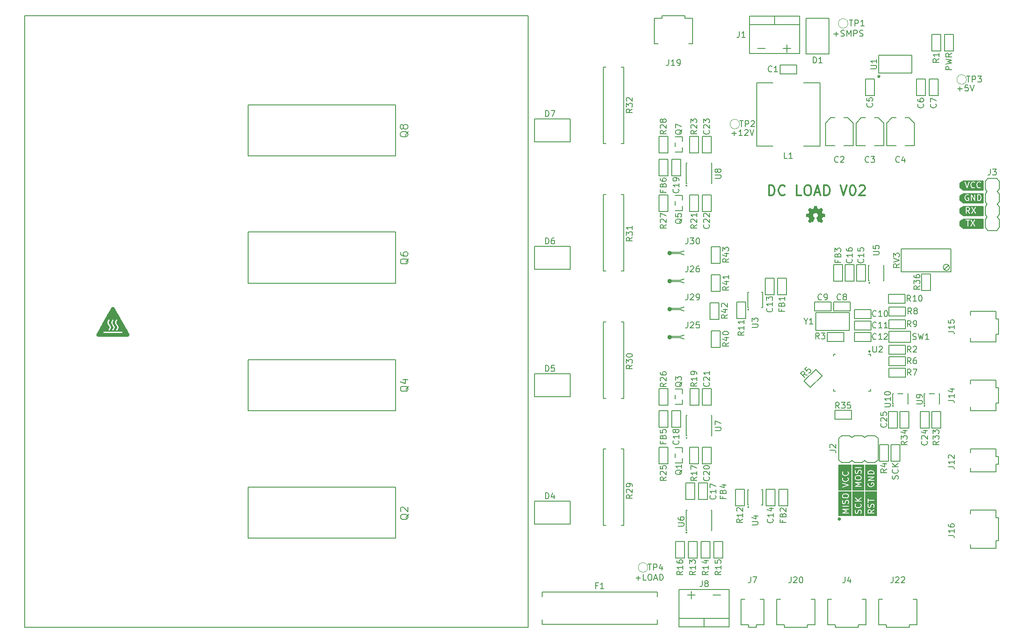
<source format=gbr>
G04 #@! TF.GenerationSoftware,KiCad,Pcbnew,(5.1.4)-1*
G04 #@! TF.CreationDate,2020-09-06T16:49:47-04:00*
G04 #@! TF.ProjectId,DC_LOAD_V02,44435f4c-4f41-4445-9f56-30322e6b6963,rev?*
G04 #@! TF.SameCoordinates,Original*
G04 #@! TF.FileFunction,Legend,Top*
G04 #@! TF.FilePolarity,Positive*
%FSLAX46Y46*%
G04 Gerber Fmt 4.6, Leading zero omitted, Abs format (unit mm)*
G04 Created by KiCad (PCBNEW (5.1.4)-1) date 2020-09-06 16:49:47*
%MOMM*%
%LPD*%
G04 APERTURE LIST*
%ADD10C,0.200000*%
%ADD11C,0.300000*%
%ADD12C,0.150000*%
%ADD13C,0.100000*%
%ADD14C,0.120000*%
%ADD15C,0.010000*%
%ADD16C,0.254000*%
%ADD17C,0.150000*%
%ADD18C,0.200000*%
G04 APERTURE END LIST*
%LPD*%
D10*
X212007714Y-83143714D02*
X212922000Y-83143714D01*
X212464857Y-83600857D02*
X212464857Y-82686571D01*
X214122000Y-83600857D02*
X213436285Y-83600857D01*
X213779142Y-83600857D02*
X213779142Y-82400857D01*
X213664857Y-82572285D01*
X213550571Y-82686571D01*
X213436285Y-82743714D01*
X214579142Y-82515142D02*
X214636285Y-82458000D01*
X214750571Y-82400857D01*
X215036285Y-82400857D01*
X215150571Y-82458000D01*
X215207714Y-82515142D01*
X215264857Y-82629428D01*
X215264857Y-82743714D01*
X215207714Y-82915142D01*
X214522000Y-83600857D01*
X215264857Y-83600857D01*
X215607714Y-82400857D02*
X216007714Y-83600857D01*
X216407714Y-82400857D01*
X257029142Y-74253714D02*
X257943428Y-74253714D01*
X257486285Y-74710857D02*
X257486285Y-73796571D01*
X259086285Y-73510857D02*
X258514857Y-73510857D01*
X258457714Y-74082285D01*
X258514857Y-74025142D01*
X258629142Y-73968000D01*
X258914857Y-73968000D01*
X259029142Y-74025142D01*
X259086285Y-74082285D01*
X259143428Y-74196571D01*
X259143428Y-74482285D01*
X259086285Y-74596571D01*
X259029142Y-74653714D01*
X258914857Y-74710857D01*
X258629142Y-74710857D01*
X258514857Y-74653714D01*
X258457714Y-74596571D01*
X259486285Y-73510857D02*
X259886285Y-74710857D01*
X260286285Y-73510857D01*
X192894285Y-171789714D02*
X193808571Y-171789714D01*
X193351428Y-172246857D02*
X193351428Y-171332571D01*
X194951428Y-172246857D02*
X194380000Y-172246857D01*
X194380000Y-171046857D01*
X195580000Y-171046857D02*
X195808571Y-171046857D01*
X195922857Y-171104000D01*
X196037142Y-171218285D01*
X196094285Y-171446857D01*
X196094285Y-171846857D01*
X196037142Y-172075428D01*
X195922857Y-172189714D01*
X195808571Y-172246857D01*
X195580000Y-172246857D01*
X195465714Y-172189714D01*
X195351428Y-172075428D01*
X195294285Y-171846857D01*
X195294285Y-171446857D01*
X195351428Y-171218285D01*
X195465714Y-171104000D01*
X195580000Y-171046857D01*
X196551428Y-171904000D02*
X197122857Y-171904000D01*
X196437142Y-172246857D02*
X196837142Y-171046857D01*
X197237142Y-172246857D01*
X197637142Y-172246857D02*
X197637142Y-171046857D01*
X197922857Y-171046857D01*
X198094285Y-171104000D01*
X198208571Y-171218285D01*
X198265714Y-171332571D01*
X198322857Y-171561142D01*
X198322857Y-171732571D01*
X198265714Y-171961142D01*
X198208571Y-172075428D01*
X198094285Y-172189714D01*
X197922857Y-172246857D01*
X197637142Y-172246857D01*
X232318285Y-63331714D02*
X233232571Y-63331714D01*
X232775428Y-63788857D02*
X232775428Y-62874571D01*
X233746857Y-63731714D02*
X233918285Y-63788857D01*
X234204000Y-63788857D01*
X234318285Y-63731714D01*
X234375428Y-63674571D01*
X234432571Y-63560285D01*
X234432571Y-63446000D01*
X234375428Y-63331714D01*
X234318285Y-63274571D01*
X234204000Y-63217428D01*
X233975428Y-63160285D01*
X233861142Y-63103142D01*
X233804000Y-63046000D01*
X233746857Y-62931714D01*
X233746857Y-62817428D01*
X233804000Y-62703142D01*
X233861142Y-62646000D01*
X233975428Y-62588857D01*
X234261142Y-62588857D01*
X234432571Y-62646000D01*
X234946857Y-63788857D02*
X234946857Y-62588857D01*
X235346857Y-63446000D01*
X235746857Y-62588857D01*
X235746857Y-63788857D01*
X236318285Y-63788857D02*
X236318285Y-62588857D01*
X236775428Y-62588857D01*
X236889714Y-62646000D01*
X236946857Y-62703142D01*
X237004000Y-62817428D01*
X237004000Y-62988857D01*
X236946857Y-63103142D01*
X236889714Y-63160285D01*
X236775428Y-63217428D01*
X236318285Y-63217428D01*
X237461142Y-63731714D02*
X237632571Y-63788857D01*
X237918285Y-63788857D01*
X238032571Y-63731714D01*
X238089714Y-63674571D01*
X238146857Y-63560285D01*
X238146857Y-63446000D01*
X238089714Y-63331714D01*
X238032571Y-63274571D01*
X237918285Y-63217428D01*
X237689714Y-63160285D01*
X237575428Y-63103142D01*
X237518285Y-63046000D01*
X237461142Y-62931714D01*
X237461142Y-62817428D01*
X237518285Y-62703142D01*
X237575428Y-62646000D01*
X237689714Y-62588857D01*
X237975428Y-62588857D01*
X238146857Y-62646000D01*
D11*
X219431790Y-95494361D02*
X219431790Y-93494361D01*
X219907980Y-93494361D01*
X220193695Y-93589600D01*
X220384171Y-93780076D01*
X220479409Y-93970552D01*
X220574647Y-94351504D01*
X220574647Y-94637219D01*
X220479409Y-95018171D01*
X220384171Y-95208647D01*
X220193695Y-95399123D01*
X219907980Y-95494361D01*
X219431790Y-95494361D01*
X222574647Y-95303885D02*
X222479409Y-95399123D01*
X222193695Y-95494361D01*
X222003219Y-95494361D01*
X221717504Y-95399123D01*
X221527028Y-95208647D01*
X221431790Y-95018171D01*
X221336552Y-94637219D01*
X221336552Y-94351504D01*
X221431790Y-93970552D01*
X221527028Y-93780076D01*
X221717504Y-93589600D01*
X222003219Y-93494361D01*
X222193695Y-93494361D01*
X222479409Y-93589600D01*
X222574647Y-93684838D01*
X225907980Y-95494361D02*
X224955600Y-95494361D01*
X224955600Y-93494361D01*
X226955600Y-93494361D02*
X227336552Y-93494361D01*
X227527028Y-93589600D01*
X227717504Y-93780076D01*
X227812742Y-94161028D01*
X227812742Y-94827695D01*
X227717504Y-95208647D01*
X227527028Y-95399123D01*
X227336552Y-95494361D01*
X226955600Y-95494361D01*
X226765123Y-95399123D01*
X226574647Y-95208647D01*
X226479409Y-94827695D01*
X226479409Y-94161028D01*
X226574647Y-93780076D01*
X226765123Y-93589600D01*
X226955600Y-93494361D01*
X228574647Y-94922933D02*
X229527028Y-94922933D01*
X228384171Y-95494361D02*
X229050838Y-93494361D01*
X229717504Y-95494361D01*
X230384171Y-95494361D02*
X230384171Y-93494361D01*
X230860361Y-93494361D01*
X231146076Y-93589600D01*
X231336552Y-93780076D01*
X231431790Y-93970552D01*
X231527028Y-94351504D01*
X231527028Y-94637219D01*
X231431790Y-95018171D01*
X231336552Y-95208647D01*
X231146076Y-95399123D01*
X230860361Y-95494361D01*
X230384171Y-95494361D01*
X233622266Y-93494361D02*
X234288933Y-95494361D01*
X234955600Y-93494361D01*
X236003219Y-93494361D02*
X236193695Y-93494361D01*
X236384171Y-93589600D01*
X236479409Y-93684838D01*
X236574647Y-93875314D01*
X236669885Y-94256266D01*
X236669885Y-94732457D01*
X236574647Y-95113409D01*
X236479409Y-95303885D01*
X236384171Y-95399123D01*
X236193695Y-95494361D01*
X236003219Y-95494361D01*
X235812742Y-95399123D01*
X235717504Y-95303885D01*
X235622266Y-95113409D01*
X235527028Y-94732457D01*
X235527028Y-94256266D01*
X235622266Y-93875314D01*
X235717504Y-93684838D01*
X235812742Y-93589600D01*
X236003219Y-93494361D01*
X237431790Y-93684838D02*
X237527028Y-93589600D01*
X237717504Y-93494361D01*
X238193695Y-93494361D01*
X238384171Y-93589600D01*
X238479409Y-93684838D01*
X238574647Y-93875314D01*
X238574647Y-94065790D01*
X238479409Y-94351504D01*
X237336552Y-95494361D01*
X238574647Y-95494361D01*
D12*
X233680000Y-160020000D02*
G75*
G03X233680000Y-160020000I-254000J0D01*
G01*
D13*
G36*
X233680000Y-160020000D02*
G01*
X233426000Y-160274000D01*
X233172000Y-160020000D01*
X233426000Y-159766000D01*
X233680000Y-160020000D01*
G37*
X233680000Y-160020000D02*
X233426000Y-160274000D01*
X233172000Y-160020000D01*
X233426000Y-159766000D01*
X233680000Y-160020000D01*
D10*
X217170095Y-66182857D02*
X218693904Y-66182857D01*
X222250095Y-66182857D02*
X223773904Y-66182857D01*
X223012000Y-66944761D02*
X223012000Y-65420952D01*
X208280095Y-175148857D02*
X209803904Y-175148857D01*
X203200095Y-175148857D02*
X204723904Y-175148857D01*
X203962000Y-175910761D02*
X203962000Y-174386952D01*
D12*
X71120000Y-59690000D02*
X71120000Y-181610000D01*
X171450000Y-59690000D02*
X171450000Y-181610000D01*
X71120000Y-181610000D02*
X171450000Y-181610000D01*
X71120000Y-59690000D02*
X171450000Y-59690000D01*
D14*
X195260000Y-169672000D02*
G75*
G03X195260000Y-169672000I-950000J0D01*
G01*
X258760000Y-72390000D02*
G75*
G03X258760000Y-72390000I-950000J0D01*
G01*
X213548000Y-81280000D02*
G75*
G03X213548000Y-81280000I-950000J0D01*
G01*
X235138000Y-61214000D02*
G75*
G03X235138000Y-61214000I-950000J0D01*
G01*
D15*
G36*
X88734198Y-117738874D02*
G01*
X88808595Y-117767893D01*
X88871846Y-117817658D01*
X88874186Y-117820094D01*
X88883295Y-117834122D01*
X88904177Y-117869112D01*
X88936164Y-117923880D01*
X88978587Y-117997244D01*
X89030780Y-118088022D01*
X89092072Y-118195029D01*
X89161798Y-118317084D01*
X89239287Y-118453003D01*
X89323874Y-118601604D01*
X89414888Y-118761704D01*
X89511663Y-118932119D01*
X89613530Y-119111668D01*
X89719820Y-119299166D01*
X89829867Y-119493432D01*
X89943002Y-119693282D01*
X90058557Y-119897533D01*
X90175863Y-120105003D01*
X90294254Y-120314509D01*
X90413059Y-120524868D01*
X90531613Y-120734896D01*
X90649245Y-120943412D01*
X90765290Y-121149232D01*
X90879077Y-121351173D01*
X90989940Y-121548053D01*
X91097210Y-121738688D01*
X91200219Y-121921896D01*
X91298299Y-122096494D01*
X91390781Y-122261299D01*
X91476999Y-122415128D01*
X91556284Y-122556798D01*
X91627967Y-122685126D01*
X91691381Y-122798930D01*
X91745857Y-122897027D01*
X91790728Y-122978234D01*
X91825325Y-123041367D01*
X91848981Y-123085244D01*
X91860439Y-123107450D01*
X91889854Y-123194660D01*
X91895243Y-123280709D01*
X91877696Y-123362252D01*
X91838303Y-123435944D01*
X91778155Y-123498441D01*
X91720892Y-123535532D01*
X91652999Y-123571000D01*
X88641374Y-123570703D01*
X85629750Y-123570406D01*
X85566750Y-123535778D01*
X85495252Y-123483321D01*
X85441918Y-123416795D01*
X85408176Y-123340374D01*
X85395452Y-123258234D01*
X85405172Y-123174550D01*
X85424739Y-123120150D01*
X85434387Y-123101750D01*
X85455757Y-123062594D01*
X85488180Y-123003867D01*
X85530989Y-122926756D01*
X85583515Y-122832449D01*
X85623435Y-122760928D01*
X86703350Y-122760928D01*
X86711938Y-122822358D01*
X86738422Y-122868883D01*
X86773606Y-122898581D01*
X86779246Y-122901960D01*
X86786234Y-122905015D01*
X86795818Y-122907761D01*
X86809246Y-122910214D01*
X86827764Y-122912393D01*
X86852621Y-122914312D01*
X86885063Y-122915989D01*
X86926339Y-122917439D01*
X86977696Y-122918680D01*
X87040380Y-122919728D01*
X87115641Y-122920599D01*
X87204724Y-122921310D01*
X87308878Y-122921878D01*
X87429350Y-122922318D01*
X87567387Y-122922648D01*
X87724238Y-122922883D01*
X87901149Y-122923041D01*
X88099367Y-122923137D01*
X88320141Y-122923189D01*
X88564718Y-122923212D01*
X88637730Y-122923216D01*
X88890667Y-122923209D01*
X89119440Y-122923157D01*
X89325286Y-122923045D01*
X89509441Y-122922859D01*
X89673141Y-122922587D01*
X89817622Y-122922213D01*
X89944122Y-122921726D01*
X90053875Y-122921110D01*
X90148118Y-122920352D01*
X90228089Y-122919439D01*
X90295022Y-122918357D01*
X90350154Y-122917092D01*
X90394722Y-122915631D01*
X90429962Y-122913959D01*
X90457110Y-122912064D01*
X90477402Y-122909932D01*
X90492075Y-122907548D01*
X90502364Y-122904900D01*
X90508365Y-122902537D01*
X90551617Y-122869432D01*
X90578579Y-122823031D01*
X90589139Y-122769588D01*
X90583186Y-122715358D01*
X90560607Y-122666594D01*
X90521292Y-122629551D01*
X90513315Y-122625064D01*
X90495214Y-122622219D01*
X90453465Y-122619571D01*
X90389816Y-122617120D01*
X90306017Y-122614868D01*
X90203819Y-122612814D01*
X90084971Y-122610958D01*
X89951222Y-122609302D01*
X89804323Y-122607846D01*
X89646024Y-122606590D01*
X89478074Y-122605534D01*
X89302222Y-122604680D01*
X89120219Y-122604026D01*
X88933815Y-122603574D01*
X88744759Y-122603325D01*
X88554801Y-122603278D01*
X88365690Y-122603433D01*
X88179178Y-122603793D01*
X87997012Y-122604355D01*
X87820943Y-122605122D01*
X87652722Y-122606094D01*
X87494096Y-122607270D01*
X87346818Y-122608652D01*
X87212635Y-122610240D01*
X87093298Y-122612033D01*
X86990557Y-122614034D01*
X86906161Y-122616241D01*
X86841861Y-122618656D01*
X86799406Y-122621278D01*
X86780545Y-122624109D01*
X86780355Y-122624200D01*
X86734716Y-122660961D01*
X86708983Y-122712909D01*
X86703350Y-122760928D01*
X85623435Y-122760928D01*
X85645091Y-122722131D01*
X85715048Y-122596990D01*
X85792720Y-122458212D01*
X85877438Y-122306984D01*
X85968533Y-122144493D01*
X86065339Y-121971925D01*
X86167187Y-121790467D01*
X86273410Y-121601306D01*
X86383339Y-121405628D01*
X86496307Y-121204621D01*
X86611646Y-120999471D01*
X86708814Y-120826699D01*
X87509962Y-120826699D01*
X87521887Y-120960154D01*
X87557971Y-121090380D01*
X87618370Y-121215611D01*
X87620326Y-121218886D01*
X87647082Y-121258626D01*
X87685107Y-121309023D01*
X87728313Y-121362193D01*
X87753352Y-121391197D01*
X87831564Y-121487708D01*
X87887716Y-121576940D01*
X87922990Y-121661854D01*
X87938572Y-121745408D01*
X87935646Y-121830562D01*
X87933893Y-121842365D01*
X87911093Y-121926857D01*
X87870487Y-122017675D01*
X87815631Y-122107406D01*
X87790525Y-122141294D01*
X87759087Y-122183634D01*
X87741196Y-122215497D01*
X87733242Y-122245139D01*
X87731600Y-122276107D01*
X87742514Y-122336644D01*
X87772123Y-122384836D01*
X87815724Y-122418224D01*
X87868616Y-122434352D01*
X87926097Y-122430762D01*
X87981149Y-122406537D01*
X88012785Y-122378381D01*
X88051411Y-122332728D01*
X88093138Y-122275035D01*
X88134077Y-122210758D01*
X88170338Y-122145352D01*
X88177276Y-122131406D01*
X88229071Y-122002182D01*
X88257173Y-121874725D01*
X88262518Y-121744598D01*
X88261817Y-121730933D01*
X88249368Y-121626999D01*
X88223600Y-121530121D01*
X88182435Y-121435809D01*
X88123794Y-121339568D01*
X88045599Y-121236906D01*
X88018267Y-121204476D01*
X87958422Y-121132382D01*
X87914213Y-121072664D01*
X87882675Y-121020402D01*
X87860839Y-120970678D01*
X87845741Y-120918573D01*
X87845678Y-120918299D01*
X87835911Y-120821460D01*
X87842335Y-120771402D01*
X88270646Y-120771402D01*
X88271680Y-120897356D01*
X88295563Y-121020743D01*
X88342874Y-121143047D01*
X88414189Y-121265753D01*
X88510086Y-121390346D01*
X88512288Y-121392902D01*
X88576867Y-121470940D01*
X88624570Y-121537233D01*
X88657836Y-121596535D01*
X88679100Y-121653599D01*
X88690798Y-121713180D01*
X88693951Y-121747364D01*
X88695625Y-121806699D01*
X88691300Y-121859802D01*
X88679260Y-121911002D01*
X88657786Y-121964629D01*
X88625161Y-122025011D01*
X88579666Y-122096478D01*
X88522713Y-122178935D01*
X88493829Y-122238303D01*
X88489237Y-122296883D01*
X88507995Y-122350964D01*
X88549164Y-122396836D01*
X88583402Y-122418455D01*
X88620312Y-122435160D01*
X88648064Y-122439413D01*
X88679049Y-122432208D01*
X88692798Y-122427221D01*
X88744030Y-122396533D01*
X88800082Y-122341489D01*
X88860477Y-122262574D01*
X88874258Y-122242120D01*
X88941511Y-122121321D01*
X88989378Y-121993966D01*
X89016702Y-121864677D01*
X89022326Y-121738080D01*
X89016228Y-121674416D01*
X88994708Y-121571278D01*
X88960731Y-121475803D01*
X88911695Y-121382933D01*
X88844994Y-121287608D01*
X88772418Y-121200821D01*
X88700718Y-121112844D01*
X88649515Y-121032070D01*
X88616691Y-120954140D01*
X88600127Y-120874692D01*
X88597570Y-120841063D01*
X89029525Y-120841063D01*
X89030515Y-120865900D01*
X89042985Y-120976220D01*
X89070067Y-121078384D01*
X89113808Y-121176833D01*
X89176258Y-121276009D01*
X89259463Y-121380354D01*
X89276708Y-121399922D01*
X89321441Y-121453749D01*
X89364038Y-121511470D01*
X89398323Y-121564447D01*
X89411273Y-121588174D01*
X89432208Y-121633569D01*
X89444539Y-121671093D01*
X89450436Y-121710948D01*
X89452067Y-121763337D01*
X89452061Y-121780032D01*
X89450423Y-121840058D01*
X89444593Y-121885518D01*
X89432429Y-121927160D01*
X89414048Y-121970800D01*
X89385541Y-122025361D01*
X89350437Y-122081708D01*
X89323945Y-122117902D01*
X89285152Y-122167517D01*
X89260786Y-122204632D01*
X89247797Y-122235178D01*
X89243132Y-122265083D01*
X89242900Y-122275395D01*
X89254019Y-122334454D01*
X89284055Y-122382265D01*
X89328025Y-122416180D01*
X89380944Y-122433548D01*
X89437830Y-122431722D01*
X89493151Y-122408413D01*
X89534956Y-122371769D01*
X89580912Y-122316052D01*
X89627910Y-122246530D01*
X89672840Y-122168470D01*
X89712592Y-122087139D01*
X89744056Y-122007804D01*
X89759026Y-121958100D01*
X89773894Y-121873076D01*
X89779480Y-121778566D01*
X89775807Y-121684750D01*
X89762902Y-121601808D01*
X89758087Y-121583450D01*
X89714844Y-121470575D01*
X89652166Y-121357517D01*
X89575518Y-121253570D01*
X89506766Y-121170964D01*
X89453625Y-121102955D01*
X89414161Y-121045772D01*
X89386442Y-120995644D01*
X89368533Y-120948799D01*
X89358503Y-120901468D01*
X89354418Y-120849878D01*
X89354001Y-120821450D01*
X89359434Y-120745903D01*
X89377063Y-120673423D01*
X89408880Y-120599360D01*
X89456876Y-120519064D01*
X89522156Y-120429036D01*
X89550753Y-120381656D01*
X89560334Y-120334748D01*
X89560400Y-120329981D01*
X89550000Y-120264671D01*
X89519952Y-120214759D01*
X89471976Y-120181918D01*
X89407797Y-120167822D01*
X89392992Y-120167400D01*
X89365299Y-120168853D01*
X89342656Y-120175667D01*
X89319084Y-120191521D01*
X89288602Y-120220094D01*
X89260818Y-120248727D01*
X89195428Y-120327744D01*
X89138654Y-120420804D01*
X89124378Y-120448752D01*
X89077881Y-120553201D01*
X89047783Y-120648021D01*
X89032270Y-120741285D01*
X89029525Y-120841063D01*
X88597570Y-120841063D01*
X88597548Y-120840775D01*
X88601954Y-120745151D01*
X88624674Y-120654985D01*
X88667425Y-120565908D01*
X88731919Y-120473551D01*
X88750661Y-120450607D01*
X88790635Y-120389081D01*
X88805613Y-120329282D01*
X88795843Y-120270123D01*
X88793264Y-120263597D01*
X88759655Y-120213000D01*
X88710349Y-120181548D01*
X88647773Y-120170587D01*
X88627291Y-120171450D01*
X88591551Y-120176334D01*
X88564456Y-120186740D01*
X88537773Y-120207417D01*
X88503582Y-120242768D01*
X88419704Y-120350993D01*
X88351652Y-120473850D01*
X88302176Y-120605097D01*
X88274026Y-120738491D01*
X88270646Y-120771402D01*
X87842335Y-120771402D01*
X87848933Y-120719992D01*
X87883633Y-120617863D01*
X87938900Y-120519043D01*
X87968928Y-120478282D01*
X87998210Y-120440111D01*
X88022512Y-120405979D01*
X88034397Y-120387042D01*
X88048796Y-120335906D01*
X88042090Y-120283585D01*
X88017728Y-120235391D01*
X87979159Y-120196636D01*
X87929832Y-120172633D01*
X87891812Y-120167447D01*
X87842312Y-120174038D01*
X87796891Y-120195658D01*
X87751213Y-120235219D01*
X87700944Y-120295634D01*
X87700791Y-120295838D01*
X87617612Y-120424582D01*
X87557979Y-120557149D01*
X87522044Y-120691776D01*
X87509962Y-120826699D01*
X86708814Y-120826699D01*
X86728687Y-120791364D01*
X86846764Y-120581488D01*
X86965207Y-120371029D01*
X87083350Y-120161174D01*
X87200525Y-119953109D01*
X87316062Y-119748022D01*
X87429296Y-119547098D01*
X87539557Y-119351525D01*
X87646178Y-119162490D01*
X87748490Y-118981179D01*
X87845827Y-118808779D01*
X87937520Y-118646477D01*
X88022901Y-118495458D01*
X88101302Y-118356911D01*
X88172056Y-118232022D01*
X88234495Y-118121977D01*
X88287950Y-118027963D01*
X88331754Y-117951167D01*
X88365239Y-117892776D01*
X88387737Y-117853976D01*
X88398580Y-117835955D01*
X88399182Y-117835087D01*
X88449757Y-117787575D01*
X88517313Y-117752507D01*
X88595332Y-117732686D01*
X88645318Y-117729278D01*
X88734198Y-117738874D01*
X88734198Y-117738874D01*
G37*
X88734198Y-117738874D02*
X88808595Y-117767893D01*
X88871846Y-117817658D01*
X88874186Y-117820094D01*
X88883295Y-117834122D01*
X88904177Y-117869112D01*
X88936164Y-117923880D01*
X88978587Y-117997244D01*
X89030780Y-118088022D01*
X89092072Y-118195029D01*
X89161798Y-118317084D01*
X89239287Y-118453003D01*
X89323874Y-118601604D01*
X89414888Y-118761704D01*
X89511663Y-118932119D01*
X89613530Y-119111668D01*
X89719820Y-119299166D01*
X89829867Y-119493432D01*
X89943002Y-119693282D01*
X90058557Y-119897533D01*
X90175863Y-120105003D01*
X90294254Y-120314509D01*
X90413059Y-120524868D01*
X90531613Y-120734896D01*
X90649245Y-120943412D01*
X90765290Y-121149232D01*
X90879077Y-121351173D01*
X90989940Y-121548053D01*
X91097210Y-121738688D01*
X91200219Y-121921896D01*
X91298299Y-122096494D01*
X91390781Y-122261299D01*
X91476999Y-122415128D01*
X91556284Y-122556798D01*
X91627967Y-122685126D01*
X91691381Y-122798930D01*
X91745857Y-122897027D01*
X91790728Y-122978234D01*
X91825325Y-123041367D01*
X91848981Y-123085244D01*
X91860439Y-123107450D01*
X91889854Y-123194660D01*
X91895243Y-123280709D01*
X91877696Y-123362252D01*
X91838303Y-123435944D01*
X91778155Y-123498441D01*
X91720892Y-123535532D01*
X91652999Y-123571000D01*
X88641374Y-123570703D01*
X85629750Y-123570406D01*
X85566750Y-123535778D01*
X85495252Y-123483321D01*
X85441918Y-123416795D01*
X85408176Y-123340374D01*
X85395452Y-123258234D01*
X85405172Y-123174550D01*
X85424739Y-123120150D01*
X85434387Y-123101750D01*
X85455757Y-123062594D01*
X85488180Y-123003867D01*
X85530989Y-122926756D01*
X85583515Y-122832449D01*
X85623435Y-122760928D01*
X86703350Y-122760928D01*
X86711938Y-122822358D01*
X86738422Y-122868883D01*
X86773606Y-122898581D01*
X86779246Y-122901960D01*
X86786234Y-122905015D01*
X86795818Y-122907761D01*
X86809246Y-122910214D01*
X86827764Y-122912393D01*
X86852621Y-122914312D01*
X86885063Y-122915989D01*
X86926339Y-122917439D01*
X86977696Y-122918680D01*
X87040380Y-122919728D01*
X87115641Y-122920599D01*
X87204724Y-122921310D01*
X87308878Y-122921878D01*
X87429350Y-122922318D01*
X87567387Y-122922648D01*
X87724238Y-122922883D01*
X87901149Y-122923041D01*
X88099367Y-122923137D01*
X88320141Y-122923189D01*
X88564718Y-122923212D01*
X88637730Y-122923216D01*
X88890667Y-122923209D01*
X89119440Y-122923157D01*
X89325286Y-122923045D01*
X89509441Y-122922859D01*
X89673141Y-122922587D01*
X89817622Y-122922213D01*
X89944122Y-122921726D01*
X90053875Y-122921110D01*
X90148118Y-122920352D01*
X90228089Y-122919439D01*
X90295022Y-122918357D01*
X90350154Y-122917092D01*
X90394722Y-122915631D01*
X90429962Y-122913959D01*
X90457110Y-122912064D01*
X90477402Y-122909932D01*
X90492075Y-122907548D01*
X90502364Y-122904900D01*
X90508365Y-122902537D01*
X90551617Y-122869432D01*
X90578579Y-122823031D01*
X90589139Y-122769588D01*
X90583186Y-122715358D01*
X90560607Y-122666594D01*
X90521292Y-122629551D01*
X90513315Y-122625064D01*
X90495214Y-122622219D01*
X90453465Y-122619571D01*
X90389816Y-122617120D01*
X90306017Y-122614868D01*
X90203819Y-122612814D01*
X90084971Y-122610958D01*
X89951222Y-122609302D01*
X89804323Y-122607846D01*
X89646024Y-122606590D01*
X89478074Y-122605534D01*
X89302222Y-122604680D01*
X89120219Y-122604026D01*
X88933815Y-122603574D01*
X88744759Y-122603325D01*
X88554801Y-122603278D01*
X88365690Y-122603433D01*
X88179178Y-122603793D01*
X87997012Y-122604355D01*
X87820943Y-122605122D01*
X87652722Y-122606094D01*
X87494096Y-122607270D01*
X87346818Y-122608652D01*
X87212635Y-122610240D01*
X87093298Y-122612033D01*
X86990557Y-122614034D01*
X86906161Y-122616241D01*
X86841861Y-122618656D01*
X86799406Y-122621278D01*
X86780545Y-122624109D01*
X86780355Y-122624200D01*
X86734716Y-122660961D01*
X86708983Y-122712909D01*
X86703350Y-122760928D01*
X85623435Y-122760928D01*
X85645091Y-122722131D01*
X85715048Y-122596990D01*
X85792720Y-122458212D01*
X85877438Y-122306984D01*
X85968533Y-122144493D01*
X86065339Y-121971925D01*
X86167187Y-121790467D01*
X86273410Y-121601306D01*
X86383339Y-121405628D01*
X86496307Y-121204621D01*
X86611646Y-120999471D01*
X86708814Y-120826699D01*
X87509962Y-120826699D01*
X87521887Y-120960154D01*
X87557971Y-121090380D01*
X87618370Y-121215611D01*
X87620326Y-121218886D01*
X87647082Y-121258626D01*
X87685107Y-121309023D01*
X87728313Y-121362193D01*
X87753352Y-121391197D01*
X87831564Y-121487708D01*
X87887716Y-121576940D01*
X87922990Y-121661854D01*
X87938572Y-121745408D01*
X87935646Y-121830562D01*
X87933893Y-121842365D01*
X87911093Y-121926857D01*
X87870487Y-122017675D01*
X87815631Y-122107406D01*
X87790525Y-122141294D01*
X87759087Y-122183634D01*
X87741196Y-122215497D01*
X87733242Y-122245139D01*
X87731600Y-122276107D01*
X87742514Y-122336644D01*
X87772123Y-122384836D01*
X87815724Y-122418224D01*
X87868616Y-122434352D01*
X87926097Y-122430762D01*
X87981149Y-122406537D01*
X88012785Y-122378381D01*
X88051411Y-122332728D01*
X88093138Y-122275035D01*
X88134077Y-122210758D01*
X88170338Y-122145352D01*
X88177276Y-122131406D01*
X88229071Y-122002182D01*
X88257173Y-121874725D01*
X88262518Y-121744598D01*
X88261817Y-121730933D01*
X88249368Y-121626999D01*
X88223600Y-121530121D01*
X88182435Y-121435809D01*
X88123794Y-121339568D01*
X88045599Y-121236906D01*
X88018267Y-121204476D01*
X87958422Y-121132382D01*
X87914213Y-121072664D01*
X87882675Y-121020402D01*
X87860839Y-120970678D01*
X87845741Y-120918573D01*
X87845678Y-120918299D01*
X87835911Y-120821460D01*
X87842335Y-120771402D01*
X88270646Y-120771402D01*
X88271680Y-120897356D01*
X88295563Y-121020743D01*
X88342874Y-121143047D01*
X88414189Y-121265753D01*
X88510086Y-121390346D01*
X88512288Y-121392902D01*
X88576867Y-121470940D01*
X88624570Y-121537233D01*
X88657836Y-121596535D01*
X88679100Y-121653599D01*
X88690798Y-121713180D01*
X88693951Y-121747364D01*
X88695625Y-121806699D01*
X88691300Y-121859802D01*
X88679260Y-121911002D01*
X88657786Y-121964629D01*
X88625161Y-122025011D01*
X88579666Y-122096478D01*
X88522713Y-122178935D01*
X88493829Y-122238303D01*
X88489237Y-122296883D01*
X88507995Y-122350964D01*
X88549164Y-122396836D01*
X88583402Y-122418455D01*
X88620312Y-122435160D01*
X88648064Y-122439413D01*
X88679049Y-122432208D01*
X88692798Y-122427221D01*
X88744030Y-122396533D01*
X88800082Y-122341489D01*
X88860477Y-122262574D01*
X88874258Y-122242120D01*
X88941511Y-122121321D01*
X88989378Y-121993966D01*
X89016702Y-121864677D01*
X89022326Y-121738080D01*
X89016228Y-121674416D01*
X88994708Y-121571278D01*
X88960731Y-121475803D01*
X88911695Y-121382933D01*
X88844994Y-121287608D01*
X88772418Y-121200821D01*
X88700718Y-121112844D01*
X88649515Y-121032070D01*
X88616691Y-120954140D01*
X88600127Y-120874692D01*
X88597570Y-120841063D01*
X89029525Y-120841063D01*
X89030515Y-120865900D01*
X89042985Y-120976220D01*
X89070067Y-121078384D01*
X89113808Y-121176833D01*
X89176258Y-121276009D01*
X89259463Y-121380354D01*
X89276708Y-121399922D01*
X89321441Y-121453749D01*
X89364038Y-121511470D01*
X89398323Y-121564447D01*
X89411273Y-121588174D01*
X89432208Y-121633569D01*
X89444539Y-121671093D01*
X89450436Y-121710948D01*
X89452067Y-121763337D01*
X89452061Y-121780032D01*
X89450423Y-121840058D01*
X89444593Y-121885518D01*
X89432429Y-121927160D01*
X89414048Y-121970800D01*
X89385541Y-122025361D01*
X89350437Y-122081708D01*
X89323945Y-122117902D01*
X89285152Y-122167517D01*
X89260786Y-122204632D01*
X89247797Y-122235178D01*
X89243132Y-122265083D01*
X89242900Y-122275395D01*
X89254019Y-122334454D01*
X89284055Y-122382265D01*
X89328025Y-122416180D01*
X89380944Y-122433548D01*
X89437830Y-122431722D01*
X89493151Y-122408413D01*
X89534956Y-122371769D01*
X89580912Y-122316052D01*
X89627910Y-122246530D01*
X89672840Y-122168470D01*
X89712592Y-122087139D01*
X89744056Y-122007804D01*
X89759026Y-121958100D01*
X89773894Y-121873076D01*
X89779480Y-121778566D01*
X89775807Y-121684750D01*
X89762902Y-121601808D01*
X89758087Y-121583450D01*
X89714844Y-121470575D01*
X89652166Y-121357517D01*
X89575518Y-121253570D01*
X89506766Y-121170964D01*
X89453625Y-121102955D01*
X89414161Y-121045772D01*
X89386442Y-120995644D01*
X89368533Y-120948799D01*
X89358503Y-120901468D01*
X89354418Y-120849878D01*
X89354001Y-120821450D01*
X89359434Y-120745903D01*
X89377063Y-120673423D01*
X89408880Y-120599360D01*
X89456876Y-120519064D01*
X89522156Y-120429036D01*
X89550753Y-120381656D01*
X89560334Y-120334748D01*
X89560400Y-120329981D01*
X89550000Y-120264671D01*
X89519952Y-120214759D01*
X89471976Y-120181918D01*
X89407797Y-120167822D01*
X89392992Y-120167400D01*
X89365299Y-120168853D01*
X89342656Y-120175667D01*
X89319084Y-120191521D01*
X89288602Y-120220094D01*
X89260818Y-120248727D01*
X89195428Y-120327744D01*
X89138654Y-120420804D01*
X89124378Y-120448752D01*
X89077881Y-120553201D01*
X89047783Y-120648021D01*
X89032270Y-120741285D01*
X89029525Y-120841063D01*
X88597570Y-120841063D01*
X88597548Y-120840775D01*
X88601954Y-120745151D01*
X88624674Y-120654985D01*
X88667425Y-120565908D01*
X88731919Y-120473551D01*
X88750661Y-120450607D01*
X88790635Y-120389081D01*
X88805613Y-120329282D01*
X88795843Y-120270123D01*
X88793264Y-120263597D01*
X88759655Y-120213000D01*
X88710349Y-120181548D01*
X88647773Y-120170587D01*
X88627291Y-120171450D01*
X88591551Y-120176334D01*
X88564456Y-120186740D01*
X88537773Y-120207417D01*
X88503582Y-120242768D01*
X88419704Y-120350993D01*
X88351652Y-120473850D01*
X88302176Y-120605097D01*
X88274026Y-120738491D01*
X88270646Y-120771402D01*
X87842335Y-120771402D01*
X87848933Y-120719992D01*
X87883633Y-120617863D01*
X87938900Y-120519043D01*
X87968928Y-120478282D01*
X87998210Y-120440111D01*
X88022512Y-120405979D01*
X88034397Y-120387042D01*
X88048796Y-120335906D01*
X88042090Y-120283585D01*
X88017728Y-120235391D01*
X87979159Y-120196636D01*
X87929832Y-120172633D01*
X87891812Y-120167447D01*
X87842312Y-120174038D01*
X87796891Y-120195658D01*
X87751213Y-120235219D01*
X87700944Y-120295634D01*
X87700791Y-120295838D01*
X87617612Y-120424582D01*
X87557979Y-120557149D01*
X87522044Y-120691776D01*
X87509962Y-120826699D01*
X86708814Y-120826699D01*
X86728687Y-120791364D01*
X86846764Y-120581488D01*
X86965207Y-120371029D01*
X87083350Y-120161174D01*
X87200525Y-119953109D01*
X87316062Y-119748022D01*
X87429296Y-119547098D01*
X87539557Y-119351525D01*
X87646178Y-119162490D01*
X87748490Y-118981179D01*
X87845827Y-118808779D01*
X87937520Y-118646477D01*
X88022901Y-118495458D01*
X88101302Y-118356911D01*
X88172056Y-118232022D01*
X88234495Y-118121977D01*
X88287950Y-118027963D01*
X88331754Y-117951167D01*
X88365239Y-117892776D01*
X88387737Y-117853976D01*
X88398580Y-117835955D01*
X88399182Y-117835087D01*
X88449757Y-117787575D01*
X88517313Y-117752507D01*
X88595332Y-117732686D01*
X88645318Y-117729278D01*
X88734198Y-117738874D01*
G36*
X228718000Y-97619979D02*
G01*
X228771517Y-97620268D01*
X228814487Y-97620783D01*
X228847837Y-97621555D01*
X228872494Y-97622611D01*
X228889386Y-97623981D01*
X228899439Y-97625692D01*
X228903484Y-97627641D01*
X228905946Y-97635283D01*
X228910339Y-97653764D01*
X228916384Y-97681722D01*
X228923802Y-97717793D01*
X228932314Y-97760613D01*
X228941640Y-97808818D01*
X228951502Y-97861046D01*
X228953907Y-97873971D01*
X228963894Y-97926948D01*
X228973483Y-97976215D01*
X228982386Y-98020408D01*
X228990316Y-98058167D01*
X228996986Y-98088131D01*
X229002106Y-98108936D01*
X229005391Y-98119222D01*
X229005872Y-98119972D01*
X229014233Y-98124831D01*
X229032343Y-98133371D01*
X229058366Y-98144850D01*
X229090464Y-98158525D01*
X229126801Y-98173654D01*
X229165540Y-98189497D01*
X229204844Y-98205311D01*
X229242876Y-98220353D01*
X229277800Y-98233883D01*
X229307778Y-98245157D01*
X229330974Y-98253435D01*
X229345551Y-98257974D01*
X229349108Y-98258610D01*
X229359088Y-98255057D01*
X229377861Y-98244886D01*
X229404231Y-98228830D01*
X229437003Y-98207619D01*
X229474979Y-98181986D01*
X229480201Y-98178391D01*
X229520222Y-98150781D01*
X229562890Y-98121345D01*
X229605064Y-98092248D01*
X229643608Y-98065657D01*
X229675382Y-98043737D01*
X229677950Y-98041965D01*
X229706469Y-98022773D01*
X229732136Y-98006398D01*
X229752933Y-97994061D01*
X229766842Y-97986979D01*
X229771010Y-97985759D01*
X229778172Y-97990050D01*
X229792723Y-98002140D01*
X229813489Y-98020858D01*
X229839298Y-98045029D01*
X229868976Y-98073480D01*
X229901350Y-98105039D01*
X229935247Y-98138533D01*
X229969493Y-98172788D01*
X230002916Y-98206631D01*
X230034343Y-98238889D01*
X230062599Y-98268389D01*
X230086513Y-98293959D01*
X230104911Y-98314424D01*
X230116619Y-98328612D01*
X230120478Y-98335200D01*
X230117062Y-98342790D01*
X230107345Y-98359325D01*
X230092123Y-98383575D01*
X230072191Y-98414314D01*
X230048343Y-98450313D01*
X230021377Y-98490345D01*
X229993937Y-98530495D01*
X229964311Y-98573643D01*
X229936563Y-98614230D01*
X229911571Y-98650962D01*
X229890211Y-98682541D01*
X229873361Y-98707672D01*
X229861897Y-98725059D01*
X229856918Y-98733000D01*
X229846440Y-98751604D01*
X229920977Y-98925197D01*
X229940661Y-98970424D01*
X229958996Y-99011369D01*
X229975334Y-99046669D01*
X229989026Y-99074960D01*
X229999425Y-99094878D01*
X230005884Y-99105060D01*
X230006836Y-99105943D01*
X230015356Y-99108666D01*
X230034651Y-99113286D01*
X230063287Y-99119506D01*
X230099832Y-99127033D01*
X230142852Y-99135570D01*
X230190916Y-99144825D01*
X230242590Y-99154501D01*
X230244501Y-99154853D01*
X230296095Y-99164495D01*
X230343972Y-99173680D01*
X230386731Y-99182120D01*
X230422965Y-99189528D01*
X230451273Y-99195617D01*
X230470250Y-99200099D01*
X230478493Y-99202687D01*
X230478596Y-99202760D01*
X230480655Y-99207221D01*
X230482346Y-99217649D01*
X230483696Y-99234969D01*
X230484735Y-99260109D01*
X230485490Y-99293996D01*
X230485992Y-99337557D01*
X230486268Y-99391719D01*
X230486347Y-99453228D01*
X230486347Y-99697548D01*
X230472394Y-99703477D01*
X230463122Y-99705970D01*
X230443169Y-99710338D01*
X230414066Y-99716280D01*
X230377340Y-99723494D01*
X230334522Y-99731679D01*
X230287141Y-99740533D01*
X230250702Y-99747217D01*
X230189945Y-99758334D01*
X230140272Y-99767592D01*
X230100552Y-99775259D01*
X230069651Y-99781601D01*
X230046435Y-99786887D01*
X230029772Y-99791383D01*
X230018528Y-99795357D01*
X230011570Y-99799077D01*
X230007765Y-99802811D01*
X230006667Y-99804820D01*
X229992786Y-99837851D01*
X229977287Y-99875858D01*
X229960773Y-99917246D01*
X229943848Y-99960420D01*
X229927116Y-100003785D01*
X229911182Y-100045746D01*
X229896649Y-100084709D01*
X229884121Y-100119078D01*
X229874202Y-100147258D01*
X229867496Y-100167655D01*
X229864608Y-100178673D01*
X229864599Y-100179991D01*
X229869870Y-100189998D01*
X229880194Y-100206599D01*
X229893397Y-100226308D01*
X229894212Y-100227482D01*
X229947479Y-100304370D01*
X229993681Y-100371627D01*
X230032780Y-100429199D01*
X230064739Y-100477029D01*
X230089522Y-100515064D01*
X230107093Y-100543247D01*
X230117415Y-100561524D01*
X230120478Y-100569523D01*
X230116205Y-100576452D01*
X230104166Y-100590804D01*
X230085528Y-100611407D01*
X230061462Y-100637087D01*
X230033134Y-100666669D01*
X230001714Y-100698980D01*
X229968370Y-100732846D01*
X229934270Y-100767094D01*
X229900584Y-100800549D01*
X229868479Y-100832039D01*
X229839124Y-100860388D01*
X229813688Y-100884423D01*
X229793340Y-100902971D01*
X229779247Y-100914858D01*
X229772655Y-100918913D01*
X229765447Y-100915510D01*
X229749261Y-100905825D01*
X229725309Y-100890648D01*
X229694802Y-100870769D01*
X229658952Y-100846977D01*
X229618970Y-100820060D01*
X229577498Y-100791789D01*
X229534714Y-100762612D01*
X229494932Y-100735794D01*
X229459358Y-100712122D01*
X229429195Y-100692385D01*
X229405649Y-100677372D01*
X229389922Y-100667870D01*
X229383279Y-100664665D01*
X229374912Y-100667443D01*
X229357796Y-100675090D01*
X229334089Y-100686578D01*
X229305952Y-100700877D01*
X229292194Y-100708073D01*
X229254983Y-100727267D01*
X229227068Y-100740484D01*
X229207129Y-100748154D01*
X229193841Y-100750706D01*
X229185883Y-100748571D01*
X229182446Y-100743730D01*
X229179626Y-100736827D01*
X229172452Y-100719417D01*
X229161318Y-100692451D01*
X229146617Y-100656881D01*
X229128743Y-100613657D01*
X229108089Y-100563732D01*
X229085049Y-100508056D01*
X229060016Y-100447579D01*
X229033382Y-100383255D01*
X229016902Y-100343459D01*
X228989603Y-100277322D01*
X228963831Y-100214455D01*
X228939964Y-100155808D01*
X228918381Y-100102330D01*
X228899460Y-100054972D01*
X228883579Y-100014686D01*
X228871117Y-99982420D01*
X228862451Y-99959125D01*
X228857961Y-99945752D01*
X228857430Y-99942884D01*
X228863615Y-99936260D01*
X228877896Y-99924699D01*
X228897951Y-99910001D01*
X228915056Y-99898221D01*
X228976040Y-99853366D01*
X229026456Y-99807236D01*
X229068116Y-99757819D01*
X229102832Y-99703100D01*
X229118721Y-99671927D01*
X229144340Y-99608024D01*
X229159913Y-99544163D01*
X229166404Y-99476054D01*
X229166718Y-99458537D01*
X229161215Y-99378531D01*
X229144345Y-99302555D01*
X229116712Y-99231396D01*
X229078919Y-99165841D01*
X229031571Y-99106678D01*
X228975271Y-99054694D01*
X228910624Y-99010676D01*
X228838232Y-98975411D01*
X228781025Y-98955700D01*
X228757934Y-98950190D01*
X228731985Y-98946605D01*
X228700057Y-98944652D01*
X228659027Y-98944038D01*
X228657001Y-98944038D01*
X228608977Y-98945015D01*
X228569041Y-98948453D01*
X228532997Y-98955118D01*
X228496647Y-98965779D01*
X228457585Y-98980475D01*
X228392095Y-99013393D01*
X228331179Y-99056767D01*
X228276413Y-99109016D01*
X228229373Y-99168562D01*
X228191636Y-99233826D01*
X228180956Y-99257634D01*
X228157456Y-99329631D01*
X228144786Y-99405141D01*
X228143046Y-99481796D01*
X228152335Y-99557229D01*
X228166235Y-99610466D01*
X228185340Y-99661637D01*
X228208322Y-99708094D01*
X228236427Y-99751300D01*
X228270900Y-99792715D01*
X228312986Y-99833803D01*
X228363933Y-99876026D01*
X228424985Y-99920845D01*
X228439033Y-99930604D01*
X228449605Y-99941601D01*
X228450281Y-99955809D01*
X228450044Y-99956941D01*
X228447109Y-99965327D01*
X228439805Y-99984177D01*
X228428533Y-100012507D01*
X228413693Y-100049334D01*
X228395686Y-100093672D01*
X228374913Y-100144537D01*
X228351773Y-100200945D01*
X228326667Y-100261911D01*
X228299996Y-100326452D01*
X228285762Y-100360808D01*
X228253418Y-100438687D01*
X228225417Y-100505823D01*
X228201425Y-100562961D01*
X228181111Y-100610847D01*
X228164144Y-100650226D01*
X228150190Y-100681842D01*
X228138919Y-100706441D01*
X228129999Y-100724768D01*
X228123097Y-100737568D01*
X228117882Y-100745587D01*
X228114021Y-100749569D01*
X228112263Y-100750324D01*
X228102473Y-100748172D01*
X228084152Y-100740941D01*
X228059571Y-100729640D01*
X228031002Y-100715282D01*
X228018146Y-100708466D01*
X227988782Y-100693026D01*
X227962675Y-100679996D01*
X227942036Y-100670425D01*
X227929072Y-100665364D01*
X227926386Y-100664835D01*
X227919028Y-100668292D01*
X227902719Y-100678051D01*
X227878675Y-100693317D01*
X227848116Y-100713293D01*
X227812260Y-100737184D01*
X227772324Y-100764193D01*
X227731800Y-100791959D01*
X227689209Y-100821162D01*
X227649633Y-100847998D01*
X227614274Y-100871672D01*
X227584336Y-100891393D01*
X227561021Y-100906367D01*
X227545533Y-100915802D01*
X227539155Y-100918913D01*
X227533023Y-100914661D01*
X227519170Y-100902539D01*
X227498592Y-100883497D01*
X227472288Y-100858486D01*
X227441255Y-100828456D01*
X227406490Y-100794358D01*
X227368991Y-100757142D01*
X227360548Y-100748705D01*
X227322714Y-100710667D01*
X227287704Y-100675111D01*
X227256483Y-100643043D01*
X227230014Y-100615469D01*
X227209261Y-100593394D01*
X227195187Y-100577825D01*
X227188757Y-100569767D01*
X227188467Y-100569120D01*
X227191136Y-100560881D01*
X227199804Y-100544651D01*
X227213243Y-100522515D01*
X227230224Y-100496563D01*
X227237008Y-100486630D01*
X227281372Y-100422365D01*
X227319150Y-100367561D01*
X227350833Y-100321494D01*
X227376912Y-100283440D01*
X227397880Y-100252675D01*
X227414227Y-100228475D01*
X227426444Y-100210117D01*
X227435025Y-100196876D01*
X227440459Y-100188029D01*
X227443193Y-100182950D01*
X227444238Y-100177232D01*
X227443169Y-100167915D01*
X227439591Y-100153831D01*
X227433107Y-100133813D01*
X227423320Y-100106693D01*
X227409833Y-100071306D01*
X227392249Y-100026484D01*
X227376790Y-99987613D01*
X227358718Y-99942687D01*
X227341814Y-99901309D01*
X227326693Y-99864934D01*
X227313969Y-99835018D01*
X227304258Y-99813015D01*
X227298174Y-99800382D01*
X227296702Y-99798051D01*
X227289052Y-99795175D01*
X227270616Y-99790430D01*
X227242818Y-99784119D01*
X227207083Y-99776544D01*
X227164835Y-99768008D01*
X227117500Y-99758813D01*
X227069280Y-99749773D01*
X227018116Y-99740256D01*
X226970396Y-99731210D01*
X226927598Y-99722927D01*
X226891201Y-99715702D01*
X226862682Y-99709827D01*
X226843520Y-99705595D01*
X226835407Y-99703397D01*
X226821454Y-99697548D01*
X226821454Y-99453228D01*
X226821544Y-99388241D01*
X226821832Y-99334728D01*
X226822348Y-99291762D01*
X226823119Y-99258415D01*
X226824175Y-99233762D01*
X226825544Y-99216873D01*
X226827255Y-99206823D01*
X226829206Y-99202779D01*
X226836890Y-99200297D01*
X226855378Y-99195912D01*
X226883266Y-99189909D01*
X226919149Y-99182577D01*
X226961625Y-99174201D01*
X227009288Y-99165068D01*
X227060736Y-99155464D01*
X227063300Y-99154992D01*
X227115151Y-99145298D01*
X227163501Y-99135969D01*
X227206906Y-99127306D01*
X227243923Y-99119609D01*
X227273106Y-99113178D01*
X227293013Y-99108315D01*
X227302198Y-99105320D01*
X227302295Y-99105261D01*
X227308842Y-99096757D01*
X227319574Y-99077161D01*
X227334256Y-99046966D01*
X227352652Y-99006667D01*
X227374527Y-98956759D01*
X227388125Y-98924997D01*
X227409302Y-98874914D01*
X227425916Y-98834940D01*
X227438409Y-98803837D01*
X227447224Y-98780368D01*
X227452804Y-98763293D01*
X227455592Y-98751376D01*
X227456032Y-98743379D01*
X227454838Y-98738621D01*
X227449933Y-98730367D01*
X227438828Y-98713142D01*
X227422356Y-98688192D01*
X227401350Y-98656764D01*
X227376642Y-98620103D01*
X227349065Y-98579454D01*
X227320104Y-98537016D01*
X227290665Y-98493806D01*
X227263436Y-98453459D01*
X227239223Y-98417201D01*
X227218834Y-98386256D01*
X227203076Y-98361852D01*
X227192758Y-98345212D01*
X227188692Y-98337588D01*
X227189801Y-98332430D01*
X227195393Y-98323519D01*
X227206111Y-98310153D01*
X227222597Y-98291633D01*
X227245492Y-98267258D01*
X227275438Y-98236326D01*
X227313078Y-98198137D01*
X227355377Y-98155669D01*
X227397560Y-98113758D01*
X227435621Y-98076527D01*
X227468787Y-98044698D01*
X227496287Y-98018995D01*
X227517350Y-98000140D01*
X227531202Y-97988856D01*
X227536714Y-97985759D01*
X227545332Y-97989136D01*
X227562250Y-97998519D01*
X227585623Y-98012782D01*
X227613603Y-98030801D01*
X227642176Y-98049969D01*
X227679452Y-98075456D01*
X227722982Y-98105239D01*
X227768793Y-98136596D01*
X227812911Y-98166809D01*
X227841495Y-98186395D01*
X227874012Y-98208241D01*
X227903806Y-98227434D01*
X227929120Y-98242907D01*
X227948200Y-98253597D01*
X227959292Y-98258436D01*
X227960494Y-98258610D01*
X227971616Y-98256238D01*
X227991898Y-98249622D01*
X228019545Y-98239517D01*
X228052761Y-98226677D01*
X228089751Y-98211855D01*
X228128719Y-98195805D01*
X228167869Y-98179280D01*
X228205407Y-98163035D01*
X228239536Y-98147823D01*
X228268461Y-98134397D01*
X228290387Y-98123512D01*
X228303519Y-98115921D01*
X228306336Y-98113433D01*
X228309239Y-98104527D01*
X228314004Y-98084856D01*
X228320334Y-98055866D01*
X228327930Y-98019005D01*
X228336494Y-97975720D01*
X228345728Y-97927457D01*
X228355334Y-97875665D01*
X228355613Y-97874138D01*
X228365173Y-97822224D01*
X228374268Y-97773752D01*
X228382612Y-97730177D01*
X228389919Y-97692953D01*
X228395903Y-97663535D01*
X228400280Y-97643377D01*
X228402763Y-97633934D01*
X228402800Y-97633842D01*
X228408689Y-97619890D01*
X228653008Y-97619890D01*
X228718000Y-97619979D01*
X228718000Y-97619979D01*
G37*
X228718000Y-97619979D02*
X228771517Y-97620268D01*
X228814487Y-97620783D01*
X228847837Y-97621555D01*
X228872494Y-97622611D01*
X228889386Y-97623981D01*
X228899439Y-97625692D01*
X228903484Y-97627641D01*
X228905946Y-97635283D01*
X228910339Y-97653764D01*
X228916384Y-97681722D01*
X228923802Y-97717793D01*
X228932314Y-97760613D01*
X228941640Y-97808818D01*
X228951502Y-97861046D01*
X228953907Y-97873971D01*
X228963894Y-97926948D01*
X228973483Y-97976215D01*
X228982386Y-98020408D01*
X228990316Y-98058167D01*
X228996986Y-98088131D01*
X229002106Y-98108936D01*
X229005391Y-98119222D01*
X229005872Y-98119972D01*
X229014233Y-98124831D01*
X229032343Y-98133371D01*
X229058366Y-98144850D01*
X229090464Y-98158525D01*
X229126801Y-98173654D01*
X229165540Y-98189497D01*
X229204844Y-98205311D01*
X229242876Y-98220353D01*
X229277800Y-98233883D01*
X229307778Y-98245157D01*
X229330974Y-98253435D01*
X229345551Y-98257974D01*
X229349108Y-98258610D01*
X229359088Y-98255057D01*
X229377861Y-98244886D01*
X229404231Y-98228830D01*
X229437003Y-98207619D01*
X229474979Y-98181986D01*
X229480201Y-98178391D01*
X229520222Y-98150781D01*
X229562890Y-98121345D01*
X229605064Y-98092248D01*
X229643608Y-98065657D01*
X229675382Y-98043737D01*
X229677950Y-98041965D01*
X229706469Y-98022773D01*
X229732136Y-98006398D01*
X229752933Y-97994061D01*
X229766842Y-97986979D01*
X229771010Y-97985759D01*
X229778172Y-97990050D01*
X229792723Y-98002140D01*
X229813489Y-98020858D01*
X229839298Y-98045029D01*
X229868976Y-98073480D01*
X229901350Y-98105039D01*
X229935247Y-98138533D01*
X229969493Y-98172788D01*
X230002916Y-98206631D01*
X230034343Y-98238889D01*
X230062599Y-98268389D01*
X230086513Y-98293959D01*
X230104911Y-98314424D01*
X230116619Y-98328612D01*
X230120478Y-98335200D01*
X230117062Y-98342790D01*
X230107345Y-98359325D01*
X230092123Y-98383575D01*
X230072191Y-98414314D01*
X230048343Y-98450313D01*
X230021377Y-98490345D01*
X229993937Y-98530495D01*
X229964311Y-98573643D01*
X229936563Y-98614230D01*
X229911571Y-98650962D01*
X229890211Y-98682541D01*
X229873361Y-98707672D01*
X229861897Y-98725059D01*
X229856918Y-98733000D01*
X229846440Y-98751604D01*
X229920977Y-98925197D01*
X229940661Y-98970424D01*
X229958996Y-99011369D01*
X229975334Y-99046669D01*
X229989026Y-99074960D01*
X229999425Y-99094878D01*
X230005884Y-99105060D01*
X230006836Y-99105943D01*
X230015356Y-99108666D01*
X230034651Y-99113286D01*
X230063287Y-99119506D01*
X230099832Y-99127033D01*
X230142852Y-99135570D01*
X230190916Y-99144825D01*
X230242590Y-99154501D01*
X230244501Y-99154853D01*
X230296095Y-99164495D01*
X230343972Y-99173680D01*
X230386731Y-99182120D01*
X230422965Y-99189528D01*
X230451273Y-99195617D01*
X230470250Y-99200099D01*
X230478493Y-99202687D01*
X230478596Y-99202760D01*
X230480655Y-99207221D01*
X230482346Y-99217649D01*
X230483696Y-99234969D01*
X230484735Y-99260109D01*
X230485490Y-99293996D01*
X230485992Y-99337557D01*
X230486268Y-99391719D01*
X230486347Y-99453228D01*
X230486347Y-99697548D01*
X230472394Y-99703477D01*
X230463122Y-99705970D01*
X230443169Y-99710338D01*
X230414066Y-99716280D01*
X230377340Y-99723494D01*
X230334522Y-99731679D01*
X230287141Y-99740533D01*
X230250702Y-99747217D01*
X230189945Y-99758334D01*
X230140272Y-99767592D01*
X230100552Y-99775259D01*
X230069651Y-99781601D01*
X230046435Y-99786887D01*
X230029772Y-99791383D01*
X230018528Y-99795357D01*
X230011570Y-99799077D01*
X230007765Y-99802811D01*
X230006667Y-99804820D01*
X229992786Y-99837851D01*
X229977287Y-99875858D01*
X229960773Y-99917246D01*
X229943848Y-99960420D01*
X229927116Y-100003785D01*
X229911182Y-100045746D01*
X229896649Y-100084709D01*
X229884121Y-100119078D01*
X229874202Y-100147258D01*
X229867496Y-100167655D01*
X229864608Y-100178673D01*
X229864599Y-100179991D01*
X229869870Y-100189998D01*
X229880194Y-100206599D01*
X229893397Y-100226308D01*
X229894212Y-100227482D01*
X229947479Y-100304370D01*
X229993681Y-100371627D01*
X230032780Y-100429199D01*
X230064739Y-100477029D01*
X230089522Y-100515064D01*
X230107093Y-100543247D01*
X230117415Y-100561524D01*
X230120478Y-100569523D01*
X230116205Y-100576452D01*
X230104166Y-100590804D01*
X230085528Y-100611407D01*
X230061462Y-100637087D01*
X230033134Y-100666669D01*
X230001714Y-100698980D01*
X229968370Y-100732846D01*
X229934270Y-100767094D01*
X229900584Y-100800549D01*
X229868479Y-100832039D01*
X229839124Y-100860388D01*
X229813688Y-100884423D01*
X229793340Y-100902971D01*
X229779247Y-100914858D01*
X229772655Y-100918913D01*
X229765447Y-100915510D01*
X229749261Y-100905825D01*
X229725309Y-100890648D01*
X229694802Y-100870769D01*
X229658952Y-100846977D01*
X229618970Y-100820060D01*
X229577498Y-100791789D01*
X229534714Y-100762612D01*
X229494932Y-100735794D01*
X229459358Y-100712122D01*
X229429195Y-100692385D01*
X229405649Y-100677372D01*
X229389922Y-100667870D01*
X229383279Y-100664665D01*
X229374912Y-100667443D01*
X229357796Y-100675090D01*
X229334089Y-100686578D01*
X229305952Y-100700877D01*
X229292194Y-100708073D01*
X229254983Y-100727267D01*
X229227068Y-100740484D01*
X229207129Y-100748154D01*
X229193841Y-100750706D01*
X229185883Y-100748571D01*
X229182446Y-100743730D01*
X229179626Y-100736827D01*
X229172452Y-100719417D01*
X229161318Y-100692451D01*
X229146617Y-100656881D01*
X229128743Y-100613657D01*
X229108089Y-100563732D01*
X229085049Y-100508056D01*
X229060016Y-100447579D01*
X229033382Y-100383255D01*
X229016902Y-100343459D01*
X228989603Y-100277322D01*
X228963831Y-100214455D01*
X228939964Y-100155808D01*
X228918381Y-100102330D01*
X228899460Y-100054972D01*
X228883579Y-100014686D01*
X228871117Y-99982420D01*
X228862451Y-99959125D01*
X228857961Y-99945752D01*
X228857430Y-99942884D01*
X228863615Y-99936260D01*
X228877896Y-99924699D01*
X228897951Y-99910001D01*
X228915056Y-99898221D01*
X228976040Y-99853366D01*
X229026456Y-99807236D01*
X229068116Y-99757819D01*
X229102832Y-99703100D01*
X229118721Y-99671927D01*
X229144340Y-99608024D01*
X229159913Y-99544163D01*
X229166404Y-99476054D01*
X229166718Y-99458537D01*
X229161215Y-99378531D01*
X229144345Y-99302555D01*
X229116712Y-99231396D01*
X229078919Y-99165841D01*
X229031571Y-99106678D01*
X228975271Y-99054694D01*
X228910624Y-99010676D01*
X228838232Y-98975411D01*
X228781025Y-98955700D01*
X228757934Y-98950190D01*
X228731985Y-98946605D01*
X228700057Y-98944652D01*
X228659027Y-98944038D01*
X228657001Y-98944038D01*
X228608977Y-98945015D01*
X228569041Y-98948453D01*
X228532997Y-98955118D01*
X228496647Y-98965779D01*
X228457585Y-98980475D01*
X228392095Y-99013393D01*
X228331179Y-99056767D01*
X228276413Y-99109016D01*
X228229373Y-99168562D01*
X228191636Y-99233826D01*
X228180956Y-99257634D01*
X228157456Y-99329631D01*
X228144786Y-99405141D01*
X228143046Y-99481796D01*
X228152335Y-99557229D01*
X228166235Y-99610466D01*
X228185340Y-99661637D01*
X228208322Y-99708094D01*
X228236427Y-99751300D01*
X228270900Y-99792715D01*
X228312986Y-99833803D01*
X228363933Y-99876026D01*
X228424985Y-99920845D01*
X228439033Y-99930604D01*
X228449605Y-99941601D01*
X228450281Y-99955809D01*
X228450044Y-99956941D01*
X228447109Y-99965327D01*
X228439805Y-99984177D01*
X228428533Y-100012507D01*
X228413693Y-100049334D01*
X228395686Y-100093672D01*
X228374913Y-100144537D01*
X228351773Y-100200945D01*
X228326667Y-100261911D01*
X228299996Y-100326452D01*
X228285762Y-100360808D01*
X228253418Y-100438687D01*
X228225417Y-100505823D01*
X228201425Y-100562961D01*
X228181111Y-100610847D01*
X228164144Y-100650226D01*
X228150190Y-100681842D01*
X228138919Y-100706441D01*
X228129999Y-100724768D01*
X228123097Y-100737568D01*
X228117882Y-100745587D01*
X228114021Y-100749569D01*
X228112263Y-100750324D01*
X228102473Y-100748172D01*
X228084152Y-100740941D01*
X228059571Y-100729640D01*
X228031002Y-100715282D01*
X228018146Y-100708466D01*
X227988782Y-100693026D01*
X227962675Y-100679996D01*
X227942036Y-100670425D01*
X227929072Y-100665364D01*
X227926386Y-100664835D01*
X227919028Y-100668292D01*
X227902719Y-100678051D01*
X227878675Y-100693317D01*
X227848116Y-100713293D01*
X227812260Y-100737184D01*
X227772324Y-100764193D01*
X227731800Y-100791959D01*
X227689209Y-100821162D01*
X227649633Y-100847998D01*
X227614274Y-100871672D01*
X227584336Y-100891393D01*
X227561021Y-100906367D01*
X227545533Y-100915802D01*
X227539155Y-100918913D01*
X227533023Y-100914661D01*
X227519170Y-100902539D01*
X227498592Y-100883497D01*
X227472288Y-100858486D01*
X227441255Y-100828456D01*
X227406490Y-100794358D01*
X227368991Y-100757142D01*
X227360548Y-100748705D01*
X227322714Y-100710667D01*
X227287704Y-100675111D01*
X227256483Y-100643043D01*
X227230014Y-100615469D01*
X227209261Y-100593394D01*
X227195187Y-100577825D01*
X227188757Y-100569767D01*
X227188467Y-100569120D01*
X227191136Y-100560881D01*
X227199804Y-100544651D01*
X227213243Y-100522515D01*
X227230224Y-100496563D01*
X227237008Y-100486630D01*
X227281372Y-100422365D01*
X227319150Y-100367561D01*
X227350833Y-100321494D01*
X227376912Y-100283440D01*
X227397880Y-100252675D01*
X227414227Y-100228475D01*
X227426444Y-100210117D01*
X227435025Y-100196876D01*
X227440459Y-100188029D01*
X227443193Y-100182950D01*
X227444238Y-100177232D01*
X227443169Y-100167915D01*
X227439591Y-100153831D01*
X227433107Y-100133813D01*
X227423320Y-100106693D01*
X227409833Y-100071306D01*
X227392249Y-100026484D01*
X227376790Y-99987613D01*
X227358718Y-99942687D01*
X227341814Y-99901309D01*
X227326693Y-99864934D01*
X227313969Y-99835018D01*
X227304258Y-99813015D01*
X227298174Y-99800382D01*
X227296702Y-99798051D01*
X227289052Y-99795175D01*
X227270616Y-99790430D01*
X227242818Y-99784119D01*
X227207083Y-99776544D01*
X227164835Y-99768008D01*
X227117500Y-99758813D01*
X227069280Y-99749773D01*
X227018116Y-99740256D01*
X226970396Y-99731210D01*
X226927598Y-99722927D01*
X226891201Y-99715702D01*
X226862682Y-99709827D01*
X226843520Y-99705595D01*
X226835407Y-99703397D01*
X226821454Y-99697548D01*
X226821454Y-99453228D01*
X226821544Y-99388241D01*
X226821832Y-99334728D01*
X226822348Y-99291762D01*
X226823119Y-99258415D01*
X226824175Y-99233762D01*
X226825544Y-99216873D01*
X226827255Y-99206823D01*
X226829206Y-99202779D01*
X226836890Y-99200297D01*
X226855378Y-99195912D01*
X226883266Y-99189909D01*
X226919149Y-99182577D01*
X226961625Y-99174201D01*
X227009288Y-99165068D01*
X227060736Y-99155464D01*
X227063300Y-99154992D01*
X227115151Y-99145298D01*
X227163501Y-99135969D01*
X227206906Y-99127306D01*
X227243923Y-99119609D01*
X227273106Y-99113178D01*
X227293013Y-99108315D01*
X227302198Y-99105320D01*
X227302295Y-99105261D01*
X227308842Y-99096757D01*
X227319574Y-99077161D01*
X227334256Y-99046966D01*
X227352652Y-99006667D01*
X227374527Y-98956759D01*
X227388125Y-98924997D01*
X227409302Y-98874914D01*
X227425916Y-98834940D01*
X227438409Y-98803837D01*
X227447224Y-98780368D01*
X227452804Y-98763293D01*
X227455592Y-98751376D01*
X227456032Y-98743379D01*
X227454838Y-98738621D01*
X227449933Y-98730367D01*
X227438828Y-98713142D01*
X227422356Y-98688192D01*
X227401350Y-98656764D01*
X227376642Y-98620103D01*
X227349065Y-98579454D01*
X227320104Y-98537016D01*
X227290665Y-98493806D01*
X227263436Y-98453459D01*
X227239223Y-98417201D01*
X227218834Y-98386256D01*
X227203076Y-98361852D01*
X227192758Y-98345212D01*
X227188692Y-98337588D01*
X227189801Y-98332430D01*
X227195393Y-98323519D01*
X227206111Y-98310153D01*
X227222597Y-98291633D01*
X227245492Y-98267258D01*
X227275438Y-98236326D01*
X227313078Y-98198137D01*
X227355377Y-98155669D01*
X227397560Y-98113758D01*
X227435621Y-98076527D01*
X227468787Y-98044698D01*
X227496287Y-98018995D01*
X227517350Y-98000140D01*
X227531202Y-97988856D01*
X227536714Y-97985759D01*
X227545332Y-97989136D01*
X227562250Y-97998519D01*
X227585623Y-98012782D01*
X227613603Y-98030801D01*
X227642176Y-98049969D01*
X227679452Y-98075456D01*
X227722982Y-98105239D01*
X227768793Y-98136596D01*
X227812911Y-98166809D01*
X227841495Y-98186395D01*
X227874012Y-98208241D01*
X227903806Y-98227434D01*
X227929120Y-98242907D01*
X227948200Y-98253597D01*
X227959292Y-98258436D01*
X227960494Y-98258610D01*
X227971616Y-98256238D01*
X227991898Y-98249622D01*
X228019545Y-98239517D01*
X228052761Y-98226677D01*
X228089751Y-98211855D01*
X228128719Y-98195805D01*
X228167869Y-98179280D01*
X228205407Y-98163035D01*
X228239536Y-98147823D01*
X228268461Y-98134397D01*
X228290387Y-98123512D01*
X228303519Y-98115921D01*
X228306336Y-98113433D01*
X228309239Y-98104527D01*
X228314004Y-98084856D01*
X228320334Y-98055866D01*
X228327930Y-98019005D01*
X228336494Y-97975720D01*
X228345728Y-97927457D01*
X228355334Y-97875665D01*
X228355613Y-97874138D01*
X228365173Y-97822224D01*
X228374268Y-97773752D01*
X228382612Y-97730177D01*
X228389919Y-97692953D01*
X228395903Y-97663535D01*
X228400280Y-97643377D01*
X228402763Y-97633934D01*
X228402800Y-97633842D01*
X228408689Y-97619890D01*
X228653008Y-97619890D01*
X228718000Y-97619979D01*
D12*
X202946000Y-162306000D02*
X202946000Y-158242000D01*
X208026000Y-158242000D02*
X208026000Y-162306000D01*
X202946000Y-162306000D02*
X203073000Y-162306000D01*
X208026000Y-162306000D02*
X207879000Y-162306000D01*
X208026000Y-158242000D02*
X207879000Y-158242000D01*
X202946000Y-158242000D02*
X203073000Y-158242000D01*
D13*
G36*
X202819000Y-162687000D02*
G01*
X202946000Y-162560000D01*
X203073000Y-162687000D01*
X202946000Y-162814000D01*
X202819000Y-162687000D01*
G37*
X202819000Y-162687000D02*
X202946000Y-162560000D01*
X203073000Y-162687000D01*
X202946000Y-162814000D01*
X202819000Y-162687000D01*
D14*
X203073000Y-162687000D02*
G75*
G03X203073000Y-162687000I-127000J0D01*
G01*
D12*
X186944000Y-135930000D02*
X186436000Y-135930000D01*
X186436000Y-135930000D02*
X186436000Y-120690000D01*
X186436000Y-120690000D02*
X186944000Y-120690000D01*
X190500000Y-135930000D02*
X189992000Y-135930000D01*
X190500000Y-120690000D02*
X190500000Y-135930000D01*
X189992000Y-120690000D02*
X190500000Y-120690000D01*
X242316000Y-112522000D02*
X242316000Y-109474000D01*
X239268000Y-112522000D02*
X239268000Y-109474000D01*
X242316000Y-112522000D02*
X242167000Y-112522000D01*
X242316000Y-109474000D02*
X242167000Y-109474000D01*
X239268000Y-109474000D02*
X239417000Y-109474000D01*
X239268000Y-112522000D02*
X239417000Y-112522000D01*
D14*
X239522000Y-112903000D02*
G75*
G03X239522000Y-112903000I-127000J0D01*
G01*
D13*
G36*
X239268000Y-112903000D02*
G01*
X239395000Y-112776000D01*
X239522000Y-112903000D01*
X239395000Y-113030000D01*
X239268000Y-112903000D01*
G37*
X239268000Y-112903000D02*
X239395000Y-112776000D01*
X239522000Y-112903000D01*
X239395000Y-113030000D01*
X239268000Y-112903000D01*
D12*
X186944000Y-161290000D02*
X186436000Y-161290000D01*
X186436000Y-161290000D02*
X186436000Y-146050000D01*
X186436000Y-146050000D02*
X186944000Y-146050000D01*
X190500000Y-161290000D02*
X189992000Y-161290000D01*
X190500000Y-146050000D02*
X190500000Y-161290000D01*
X189992000Y-146050000D02*
X190500000Y-146050000D01*
X240411000Y-75565000D02*
X238633000Y-75565000D01*
X238633000Y-75565000D02*
X238633000Y-72263000D01*
X238633000Y-72263000D02*
X240411000Y-72263000D01*
X240411000Y-72263000D02*
X240411000Y-75565000D01*
X248793000Y-72263000D02*
X250571000Y-72263000D01*
X250571000Y-72263000D02*
X250571000Y-75565000D01*
X250571000Y-75565000D02*
X248793000Y-75565000D01*
X248793000Y-75565000D02*
X248793000Y-72263000D01*
X251333000Y-75565000D02*
X251333000Y-72263000D01*
X253111000Y-75565000D02*
X251333000Y-75565000D01*
X253111000Y-72263000D02*
X253111000Y-75565000D01*
X251333000Y-72263000D02*
X253111000Y-72263000D01*
X235585000Y-118491000D02*
X232283000Y-118491000D01*
X235585000Y-116713000D02*
X235585000Y-118491000D01*
X232283000Y-116713000D02*
X235585000Y-116713000D01*
X232283000Y-118491000D02*
X232283000Y-116713000D01*
X231775000Y-116713000D02*
X231775000Y-118491000D01*
X231775000Y-118491000D02*
X228473000Y-118491000D01*
X228473000Y-118491000D02*
X228473000Y-116713000D01*
X228473000Y-116713000D02*
X231775000Y-116713000D01*
X239776000Y-120015000D02*
X236474000Y-120015000D01*
X239776000Y-118237000D02*
X239776000Y-120015000D01*
X236474000Y-118237000D02*
X239776000Y-118237000D01*
X236474000Y-120015000D02*
X236474000Y-118237000D01*
X239776000Y-122301000D02*
X236474000Y-122301000D01*
X239776000Y-120523000D02*
X239776000Y-122301000D01*
X236474000Y-120523000D02*
X239776000Y-120523000D01*
X236474000Y-122301000D02*
X236474000Y-120523000D01*
X236474000Y-124587000D02*
X236474000Y-122809000D01*
X236474000Y-122809000D02*
X239776000Y-122809000D01*
X239776000Y-122809000D02*
X239776000Y-124587000D01*
X239776000Y-124587000D02*
X236474000Y-124587000D01*
X220472000Y-112014000D02*
X220472000Y-115316000D01*
X218694000Y-112014000D02*
X220472000Y-112014000D01*
X218694000Y-115316000D02*
X218694000Y-112014000D01*
X220472000Y-115316000D02*
X218694000Y-115316000D01*
X218821000Y-154051000D02*
X220599000Y-154051000D01*
X220599000Y-154051000D02*
X220599000Y-157353000D01*
X220599000Y-157353000D02*
X218821000Y-157353000D01*
X218821000Y-157353000D02*
X218821000Y-154051000D01*
X238658400Y-109321600D02*
X238658400Y-112623600D01*
X236880400Y-109321600D02*
X238658400Y-109321600D01*
X236880400Y-112623600D02*
X236880400Y-109321600D01*
X238658400Y-112623600D02*
X236880400Y-112623600D01*
X236372400Y-112623600D02*
X234594400Y-112623600D01*
X234594400Y-112623600D02*
X234594400Y-109321600D01*
X234594400Y-109321600D02*
X236372400Y-109321600D01*
X236372400Y-109321600D02*
X236372400Y-112623600D01*
X204597000Y-156083000D02*
X202819000Y-156083000D01*
X202819000Y-156083000D02*
X202819000Y-152781000D01*
X202819000Y-152781000D02*
X204597000Y-152781000D01*
X204597000Y-152781000D02*
X204597000Y-156083000D01*
X200025000Y-88265000D02*
X201803000Y-88265000D01*
X201803000Y-88265000D02*
X201803000Y-91567000D01*
X201803000Y-91567000D02*
X200025000Y-91567000D01*
X200025000Y-91567000D02*
X200025000Y-88265000D01*
X200025000Y-141732000D02*
X200025000Y-138430000D01*
X201803000Y-141732000D02*
X200025000Y-141732000D01*
X201803000Y-138430000D02*
X201803000Y-141732000D01*
X200025000Y-138430000D02*
X201803000Y-138430000D01*
X207899000Y-145669000D02*
X207899000Y-148971000D01*
X206121000Y-145669000D02*
X207899000Y-145669000D01*
X206121000Y-148971000D02*
X206121000Y-145669000D01*
X207899000Y-148971000D02*
X206121000Y-148971000D01*
X251333000Y-138557000D02*
X251333000Y-141859000D01*
X249555000Y-138557000D02*
X251333000Y-138557000D01*
X249555000Y-141859000D02*
X249555000Y-138557000D01*
X251333000Y-141859000D02*
X249555000Y-141859000D01*
X243205000Y-138557000D02*
X244983000Y-138557000D01*
X244983000Y-138557000D02*
X244983000Y-141859000D01*
X244983000Y-141859000D02*
X243205000Y-141859000D01*
X243205000Y-141859000D02*
X243205000Y-138557000D01*
X226822000Y-67310000D02*
X231394000Y-67310000D01*
X231394000Y-67310000D02*
X231394000Y-60198000D01*
X231394000Y-60198000D02*
X226822000Y-60198000D01*
X226822000Y-60198000D02*
X226822000Y-67310000D01*
X256159000Y-66675000D02*
X254381000Y-66675000D01*
X254381000Y-66675000D02*
X254381000Y-63373000D01*
X254381000Y-63373000D02*
X256159000Y-63373000D01*
X256159000Y-63373000D02*
X256159000Y-66675000D01*
X245491000Y-145161000D02*
X245491000Y-148463000D01*
X243713000Y-145161000D02*
X245491000Y-145161000D01*
X243713000Y-148463000D02*
X243713000Y-145161000D01*
X245491000Y-148463000D02*
X243713000Y-148463000D01*
X179832000Y-156464000D02*
X172720000Y-156464000D01*
X179832000Y-161036000D02*
X179832000Y-156464000D01*
X172720000Y-161036000D02*
X179832000Y-161036000D01*
X172720000Y-156464000D02*
X172720000Y-161036000D01*
X172720000Y-131064000D02*
X172720000Y-135636000D01*
X172720000Y-135636000D02*
X179832000Y-135636000D01*
X179832000Y-135636000D02*
X179832000Y-131064000D01*
X179832000Y-131064000D02*
X172720000Y-131064000D01*
X179832000Y-105664000D02*
X172720000Y-105664000D01*
X179832000Y-110236000D02*
X179832000Y-105664000D01*
X172720000Y-110236000D02*
X179832000Y-110236000D01*
X172720000Y-105664000D02*
X172720000Y-110236000D01*
X172720000Y-80264000D02*
X172720000Y-84836000D01*
X172720000Y-84836000D02*
X179832000Y-84836000D01*
X179832000Y-84836000D02*
X179832000Y-80264000D01*
X179832000Y-80264000D02*
X172720000Y-80264000D01*
X222885000Y-112014000D02*
X222885000Y-115316000D01*
X221107000Y-112014000D02*
X222885000Y-112014000D01*
X221107000Y-115316000D02*
X221107000Y-112014000D01*
X222885000Y-115316000D02*
X221107000Y-115316000D01*
X221361000Y-157353000D02*
X221361000Y-154051000D01*
X223139000Y-157353000D02*
X221361000Y-157353000D01*
X223139000Y-154051000D02*
X223139000Y-157353000D01*
X221361000Y-154051000D02*
X223139000Y-154051000D01*
X234086400Y-109321600D02*
X234086400Y-112623600D01*
X232308400Y-109321600D02*
X234086400Y-109321600D01*
X232308400Y-112623600D02*
X232308400Y-109321600D01*
X234086400Y-112623600D02*
X232308400Y-112623600D01*
X205359000Y-156083000D02*
X205359000Y-152781000D01*
X207137000Y-156083000D02*
X205359000Y-156083000D01*
X207137000Y-152781000D02*
X207137000Y-156083000D01*
X205359000Y-152781000D02*
X207137000Y-152781000D01*
X199263000Y-88265000D02*
X199263000Y-91567000D01*
X197485000Y-88265000D02*
X199263000Y-88265000D01*
X197485000Y-91567000D02*
X197485000Y-88265000D01*
X199263000Y-91567000D02*
X197485000Y-91567000D01*
X199263000Y-141732000D02*
X197485000Y-141732000D01*
X197485000Y-141732000D02*
X197485000Y-138430000D01*
X197485000Y-138430000D02*
X199263000Y-138430000D01*
X199263000Y-138430000D02*
X199263000Y-141732000D01*
X202182000Y-148844000D02*
X200687000Y-148844000D01*
X202182000Y-145796000D02*
X200687000Y-145796000D01*
X202182000Y-145796000D02*
X202182000Y-146726000D01*
X202182000Y-148844000D02*
X202182000Y-147914000D01*
X200687000Y-146939000D02*
X200687000Y-147701000D01*
X200687000Y-135255000D02*
X200687000Y-136017000D01*
X202182000Y-137160000D02*
X202182000Y-136230000D01*
X202182000Y-134112000D02*
X202182000Y-135042000D01*
X202182000Y-134112000D02*
X200687000Y-134112000D01*
X202182000Y-137160000D02*
X200687000Y-137160000D01*
X200687000Y-96647000D02*
X200687000Y-97409000D01*
X202182000Y-98552000D02*
X202182000Y-97622000D01*
X202182000Y-95504000D02*
X202182000Y-96434000D01*
X202182000Y-95504000D02*
X200687000Y-95504000D01*
X202182000Y-98552000D02*
X200687000Y-98552000D01*
X202182000Y-86868000D02*
X200687000Y-86868000D01*
X202182000Y-83820000D02*
X200687000Y-83820000D01*
X202182000Y-83820000D02*
X202182000Y-84750000D01*
X202182000Y-86868000D02*
X202182000Y-85938000D01*
X200687000Y-84963000D02*
X200687000Y-85725000D01*
X253619000Y-66675000D02*
X251841000Y-66675000D01*
X251841000Y-66675000D02*
X251841000Y-63373000D01*
X251841000Y-63373000D02*
X253619000Y-63373000D01*
X253619000Y-63373000D02*
X253619000Y-66675000D01*
X246634000Y-125349000D02*
X246634000Y-127127000D01*
X246634000Y-127127000D02*
X243332000Y-127127000D01*
X243332000Y-127127000D02*
X243332000Y-125349000D01*
X243332000Y-125349000D02*
X246634000Y-125349000D01*
X234315000Y-122809000D02*
X234315000Y-124587000D01*
X234315000Y-124587000D02*
X231013000Y-124587000D01*
X231013000Y-124587000D02*
X231013000Y-122809000D01*
X231013000Y-122809000D02*
X234315000Y-122809000D01*
X241427000Y-145161000D02*
X243205000Y-145161000D01*
X243205000Y-145161000D02*
X243205000Y-148463000D01*
X243205000Y-148463000D02*
X241427000Y-148463000D01*
X241427000Y-148463000D02*
X241427000Y-145161000D01*
X226395036Y-132519728D02*
X228729902Y-130184862D01*
X227652272Y-133776964D02*
X226395036Y-132519728D01*
X229987138Y-131442098D02*
X227652272Y-133776964D01*
X228729902Y-130184862D02*
X229987138Y-131442098D01*
X243332000Y-129413000D02*
X243332000Y-127635000D01*
X243332000Y-127635000D02*
X246634000Y-127635000D01*
X246634000Y-127635000D02*
X246634000Y-129413000D01*
X246634000Y-129413000D02*
X243332000Y-129413000D01*
X246634000Y-131699000D02*
X243332000Y-131699000D01*
X246634000Y-129921000D02*
X246634000Y-131699000D01*
X243332000Y-129921000D02*
X246634000Y-129921000D01*
X243332000Y-131699000D02*
X243332000Y-129921000D01*
X246634000Y-119507000D02*
X243332000Y-119507000D01*
X246634000Y-117729000D02*
X246634000Y-119507000D01*
X243332000Y-117729000D02*
X246634000Y-117729000D01*
X243332000Y-119507000D02*
X243332000Y-117729000D01*
X246634000Y-122047000D02*
X243332000Y-122047000D01*
X246634000Y-120269000D02*
X246634000Y-122047000D01*
X243332000Y-120269000D02*
X246634000Y-120269000D01*
X243332000Y-122047000D02*
X243332000Y-120269000D01*
X246507000Y-116967000D02*
X243205000Y-116967000D01*
X246507000Y-115189000D02*
X246507000Y-116967000D01*
X243205000Y-115189000D02*
X246507000Y-115189000D01*
X243205000Y-116967000D02*
X243205000Y-115189000D01*
X212979000Y-116713000D02*
X214757000Y-116713000D01*
X214757000Y-116713000D02*
X214757000Y-120015000D01*
X214757000Y-120015000D02*
X212979000Y-120015000D01*
X212979000Y-120015000D02*
X212979000Y-116713000D01*
X212725000Y-154051000D02*
X214503000Y-154051000D01*
X214503000Y-154051000D02*
X214503000Y-157353000D01*
X214503000Y-157353000D02*
X212725000Y-157353000D01*
X212725000Y-157353000D02*
X212725000Y-154051000D01*
X205105000Y-167767000D02*
X203327000Y-167767000D01*
X203327000Y-167767000D02*
X203327000Y-164465000D01*
X203327000Y-164465000D02*
X205105000Y-164465000D01*
X205105000Y-164465000D02*
X205105000Y-167767000D01*
X207645000Y-164465000D02*
X207645000Y-167767000D01*
X205867000Y-164465000D02*
X207645000Y-164465000D01*
X205867000Y-167767000D02*
X205867000Y-164465000D01*
X207645000Y-167767000D02*
X205867000Y-167767000D01*
X208407000Y-164465000D02*
X210185000Y-164465000D01*
X210185000Y-164465000D02*
X210185000Y-167767000D01*
X210185000Y-167767000D02*
X208407000Y-167767000D01*
X208407000Y-167767000D02*
X208407000Y-164465000D01*
X202565000Y-167767000D02*
X200787000Y-167767000D01*
X200787000Y-167767000D02*
X200787000Y-164465000D01*
X200787000Y-164465000D02*
X202565000Y-164465000D01*
X202565000Y-164465000D02*
X202565000Y-167767000D01*
X203581000Y-145669000D02*
X205359000Y-145669000D01*
X205359000Y-145669000D02*
X205359000Y-148971000D01*
X205359000Y-148971000D02*
X203581000Y-148971000D01*
X203581000Y-148971000D02*
X203581000Y-145669000D01*
X205437500Y-133985000D02*
X205437500Y-137287000D01*
X203659500Y-133985000D02*
X205437500Y-133985000D01*
X203659500Y-137287000D02*
X203659500Y-133985000D01*
X205437500Y-137287000D02*
X203659500Y-137287000D01*
X203581000Y-98679000D02*
X203581000Y-95377000D01*
X205359000Y-98679000D02*
X203581000Y-98679000D01*
X205359000Y-95377000D02*
X205359000Y-98679000D01*
X203581000Y-95377000D02*
X205359000Y-95377000D01*
X205359000Y-86995000D02*
X203581000Y-86995000D01*
X203581000Y-86995000D02*
X203581000Y-83693000D01*
X203581000Y-83693000D02*
X205359000Y-83693000D01*
X205359000Y-83693000D02*
X205359000Y-86995000D01*
X251841000Y-138557000D02*
X253619000Y-138557000D01*
X253619000Y-138557000D02*
X253619000Y-141859000D01*
X253619000Y-141859000D02*
X251841000Y-141859000D01*
X251841000Y-141859000D02*
X251841000Y-138557000D01*
X245491000Y-141859000D02*
X245491000Y-138557000D01*
X247269000Y-141859000D02*
X245491000Y-141859000D01*
X247269000Y-138557000D02*
X247269000Y-141859000D01*
X245491000Y-138557000D02*
X247269000Y-138557000D01*
X232537000Y-138303000D02*
X235839000Y-138303000D01*
X232537000Y-140081000D02*
X232537000Y-138303000D01*
X235839000Y-140081000D02*
X232537000Y-140081000D01*
X235839000Y-138303000D02*
X235839000Y-140081000D01*
X251587000Y-111125000D02*
X251587000Y-114427000D01*
X249809000Y-111125000D02*
X251587000Y-111125000D01*
X249809000Y-114427000D02*
X249809000Y-111125000D01*
X251587000Y-114427000D02*
X249809000Y-114427000D01*
X209677000Y-125778500D02*
X207899000Y-125778500D01*
X207899000Y-125778500D02*
X207899000Y-122476500D01*
X207899000Y-122476500D02*
X209677000Y-122476500D01*
X209677000Y-122476500D02*
X209677000Y-125778500D01*
X209677000Y-111300500D02*
X209677000Y-114602500D01*
X207899000Y-111300500D02*
X209677000Y-111300500D01*
X207899000Y-114602500D02*
X207899000Y-111300500D01*
X209677000Y-114602500D02*
X207899000Y-114602500D01*
X209423000Y-120190500D02*
X207645000Y-120190500D01*
X207645000Y-120190500D02*
X207645000Y-116888500D01*
X207645000Y-116888500D02*
X209423000Y-116888500D01*
X209423000Y-116888500D02*
X209423000Y-120190500D01*
X209677000Y-105712500D02*
X209677000Y-109014500D01*
X207899000Y-105712500D02*
X209677000Y-105712500D01*
X207899000Y-109014500D02*
X207899000Y-105712500D01*
X209677000Y-109014500D02*
X207899000Y-109014500D01*
X245745000Y-108458000D02*
X245745000Y-110708000D01*
X255397000Y-109855000D02*
G75*
G03X255397000Y-109855000I-635000J0D01*
G01*
X254381000Y-110236000D02*
X255143000Y-109474000D01*
X255651000Y-108458000D02*
X255651000Y-106208000D01*
X255651000Y-110708000D02*
X245745000Y-110708000D01*
X255651000Y-106208000D02*
X245745000Y-106208000D01*
X245745000Y-108458000D02*
X245745000Y-106208000D01*
X255651000Y-108458000D02*
X255651000Y-110708000D01*
X247650000Y-124798000D02*
X243332000Y-124798000D01*
X247650000Y-124798000D02*
X247650000Y-122598000D01*
X243332000Y-124798000D02*
X243332000Y-122598000D01*
X247650000Y-122598000D02*
X243332000Y-122598000D01*
X241300000Y-71120000D02*
X241300000Y-67564000D01*
X247904000Y-71120000D02*
X247904000Y-67564000D01*
X247904000Y-67564000D02*
X241300000Y-67564000D01*
X241300000Y-71120000D02*
X247904000Y-71120000D01*
D14*
X241583981Y-71755000D02*
G75*
G03X241583981Y-71755000I-283981J0D01*
G01*
D13*
G36*
X241046000Y-71755000D02*
G01*
X241300000Y-71501000D01*
X241554000Y-71755000D01*
X241300000Y-72009000D01*
X241046000Y-71755000D01*
G37*
X241046000Y-71755000D02*
X241300000Y-71501000D01*
X241554000Y-71755000D01*
X241300000Y-72009000D01*
X241046000Y-71755000D01*
G36*
X215138000Y-118237000D02*
G01*
X215265000Y-118110000D01*
X215392000Y-118237000D01*
X215265000Y-118364000D01*
X215138000Y-118237000D01*
G37*
X215138000Y-118237000D02*
X215265000Y-118110000D01*
X215392000Y-118237000D01*
X215265000Y-118364000D01*
X215138000Y-118237000D01*
D14*
X215392000Y-118237000D02*
G75*
G03X215392000Y-118237000I-127000J0D01*
G01*
D12*
X218162000Y-114832000D02*
X217932000Y-114832000D01*
X218162000Y-117832000D02*
X217932000Y-117832000D01*
X215162000Y-114832000D02*
X215392000Y-114832000D01*
X215162000Y-117832000D02*
X215392000Y-117832000D01*
X215162000Y-114832000D02*
X215162000Y-117832000D01*
X218162000Y-114832000D02*
X218162000Y-117832000D01*
X218162000Y-154202000D02*
X218162000Y-157202000D01*
X215162000Y-154202000D02*
X215162000Y-157202000D01*
X215162000Y-157202000D02*
X215392000Y-157202000D01*
X215162000Y-154202000D02*
X215392000Y-154202000D01*
X218162000Y-157202000D02*
X217932000Y-157202000D01*
X218162000Y-154202000D02*
X217932000Y-154202000D01*
D14*
X215392000Y-157607000D02*
G75*
G03X215392000Y-157607000I-127000J0D01*
G01*
D13*
G36*
X215138000Y-157607000D02*
G01*
X215265000Y-157480000D01*
X215392000Y-157607000D01*
X215265000Y-157734000D01*
X215138000Y-157607000D01*
G37*
X215138000Y-157607000D02*
X215265000Y-157480000D01*
X215392000Y-157607000D01*
X215265000Y-157734000D01*
X215138000Y-157607000D01*
D12*
X251385000Y-135001000D02*
X252401000Y-135001000D01*
X253417000Y-135001000D02*
X253417000Y-137033000D01*
X250369000Y-135001000D02*
X250369000Y-137033000D01*
X253417000Y-135001000D02*
X253293000Y-135001000D01*
X250369000Y-135001000D02*
X250493000Y-135001000D01*
X250369000Y-137033000D02*
X250493000Y-137033000D01*
X253417000Y-137033000D02*
X253293000Y-137033000D01*
D14*
X250496000Y-137414000D02*
G75*
G03X250496000Y-137414000I-127000J0D01*
G01*
D13*
G36*
X250242000Y-137414000D02*
G01*
X250369000Y-137287000D01*
X250496000Y-137414000D01*
X250369000Y-137541000D01*
X250242000Y-137414000D01*
G37*
X250242000Y-137414000D02*
X250369000Y-137287000D01*
X250496000Y-137414000D01*
X250369000Y-137541000D01*
X250242000Y-137414000D01*
G36*
X243967000Y-137414000D02*
G01*
X244094000Y-137287000D01*
X244221000Y-137414000D01*
X244094000Y-137541000D01*
X243967000Y-137414000D01*
G37*
X243967000Y-137414000D02*
X244094000Y-137287000D01*
X244221000Y-137414000D01*
X244094000Y-137541000D01*
X243967000Y-137414000D01*
D14*
X244221000Y-137414000D02*
G75*
G03X244221000Y-137414000I-127000J0D01*
G01*
D12*
X247142000Y-137033000D02*
X247018000Y-137033000D01*
X244094000Y-137033000D02*
X244218000Y-137033000D01*
X244094000Y-135001000D02*
X244218000Y-135001000D01*
X247142000Y-135001000D02*
X247018000Y-135001000D01*
X244094000Y-135001000D02*
X244094000Y-137033000D01*
X247142000Y-135001000D02*
X247142000Y-137033000D01*
X245110000Y-135001000D02*
X246126000Y-135001000D01*
X228727000Y-118900000D02*
X235394500Y-118900000D01*
X228727000Y-122400000D02*
X235394500Y-122400000D01*
X235394500Y-118900000D02*
X235394500Y-122400000D01*
X228727000Y-118900000D02*
X228727000Y-122400000D01*
X189992000Y-95290000D02*
X190500000Y-95290000D01*
X190500000Y-95290000D02*
X190500000Y-110530000D01*
X190500000Y-110530000D02*
X189992000Y-110530000D01*
X186436000Y-95290000D02*
X186944000Y-95290000D01*
X186436000Y-110530000D02*
X186436000Y-95290000D01*
X186944000Y-110530000D02*
X186436000Y-110530000D01*
X189992000Y-69890000D02*
X190500000Y-69890000D01*
X190500000Y-69890000D02*
X190500000Y-85130000D01*
X190500000Y-85130000D02*
X189992000Y-85130000D01*
X186436000Y-69890000D02*
X186944000Y-69890000D01*
X186436000Y-85130000D02*
X186436000Y-69890000D01*
X186944000Y-85130000D02*
X186436000Y-85130000D01*
X206121000Y-137287000D02*
X206121000Y-133985000D01*
X207899000Y-137287000D02*
X206121000Y-137287000D01*
X207899000Y-133985000D02*
X207899000Y-137287000D01*
X206121000Y-133985000D02*
X207899000Y-133985000D01*
X207899000Y-98679000D02*
X206121000Y-98679000D01*
X206121000Y-98679000D02*
X206121000Y-95377000D01*
X206121000Y-95377000D02*
X207899000Y-95377000D01*
X207899000Y-95377000D02*
X207899000Y-98679000D01*
X206121000Y-86995000D02*
X206121000Y-83693000D01*
X207899000Y-86995000D02*
X206121000Y-86995000D01*
X207899000Y-83693000D02*
X207899000Y-86995000D01*
X206121000Y-83693000D02*
X207899000Y-83693000D01*
X174244000Y-175514000D02*
X174244000Y-174600000D01*
X174244000Y-181000000D02*
X174244000Y-180086000D01*
X197144000Y-181000000D02*
X197144000Y-180086000D01*
X197144000Y-175514000D02*
X197144000Y-174600000D01*
X197144000Y-174600000D02*
X174244000Y-174600000D01*
X174244000Y-181000000D02*
X197144000Y-181000000D01*
X215392000Y-181102000D02*
X213868000Y-181102000D01*
X216916000Y-181102000D02*
X218440000Y-181102000D01*
X215392000Y-181610000D02*
X215392000Y-181102000D01*
X216916000Y-181610000D02*
X216916000Y-181102000D01*
X218440000Y-176022000D02*
X217678000Y-176022000D01*
X213868000Y-176022000D02*
X214630000Y-176022000D01*
X218440000Y-181102000D02*
X218440000Y-176022000D01*
X213868000Y-181102000D02*
X213868000Y-176022000D01*
X216916000Y-181610000D02*
X215392000Y-181610000D01*
X264668000Y-149098000D02*
X264668000Y-150622000D01*
X264668000Y-147574000D02*
X264668000Y-146050000D01*
X265176000Y-149098000D02*
X264668000Y-149098000D01*
X265176000Y-147574000D02*
X264668000Y-147574000D01*
X259588000Y-146050000D02*
X259588000Y-146812000D01*
X259588000Y-150622000D02*
X259588000Y-149860000D01*
X264668000Y-146050000D02*
X259588000Y-146050000D01*
X264668000Y-150622000D02*
X259588000Y-150622000D01*
X265176000Y-147574000D02*
X265176000Y-149098000D01*
X259588000Y-132334000D02*
X259588000Y-133096000D01*
X265176000Y-133858000D02*
X264668000Y-133858000D01*
X265176000Y-133858000D02*
X265176000Y-136906000D01*
X259588000Y-138430000D02*
X259588000Y-137668000D01*
X265176000Y-136906000D02*
X264668000Y-136906000D01*
X264668000Y-133858000D02*
X264668000Y-132334000D01*
X264668000Y-136906000D02*
X264668000Y-138430000D01*
X264668000Y-138430000D02*
X259588000Y-138430000D01*
X264668000Y-132334000D02*
X259588000Y-132334000D01*
X264668000Y-118618000D02*
X259588000Y-118618000D01*
X264668000Y-124714000D02*
X259588000Y-124714000D01*
X264668000Y-123190000D02*
X264668000Y-124714000D01*
X264668000Y-120142000D02*
X264668000Y-118618000D01*
X265176000Y-123190000D02*
X264668000Y-123190000D01*
X259588000Y-124714000D02*
X259588000Y-123952000D01*
X265176000Y-120142000D02*
X265176000Y-123190000D01*
X265176000Y-120142000D02*
X264668000Y-120142000D01*
X259588000Y-118618000D02*
X259588000Y-119380000D01*
X265176000Y-164338000D02*
X264668000Y-164338000D01*
X264668000Y-158242000D02*
X259588000Y-158242000D01*
X259588000Y-165862000D02*
X259588000Y-165100000D01*
X265176000Y-159766000D02*
X264668000Y-159766000D01*
X259588000Y-158242000D02*
X259588000Y-159004000D01*
X265176000Y-159766000D02*
X265176000Y-164338000D01*
X264668000Y-165862000D02*
X259588000Y-165862000D01*
X264668000Y-164338000D02*
X264668000Y-165862000D01*
X264668000Y-159766000D02*
X264668000Y-158242000D01*
X198120000Y-60198000D02*
X196596000Y-60198000D01*
X202692000Y-60198000D02*
X204216000Y-60198000D01*
X204216000Y-60198000D02*
X204216000Y-65278000D01*
X198120000Y-59690000D02*
X202692000Y-59690000D01*
X196596000Y-65278000D02*
X197358000Y-65278000D01*
X198120000Y-59690000D02*
X198120000Y-60198000D01*
X204216000Y-65278000D02*
X203454000Y-65278000D01*
X196596000Y-60198000D02*
X196596000Y-65278000D01*
X202692000Y-59690000D02*
X202692000Y-60198000D01*
X222504000Y-181610000D02*
X222504000Y-181102000D01*
X228600000Y-181102000D02*
X228600000Y-176022000D01*
X220980000Y-176022000D02*
X221742000Y-176022000D01*
X227076000Y-181610000D02*
X227076000Y-181102000D01*
X228600000Y-176022000D02*
X227838000Y-176022000D01*
X227076000Y-181610000D02*
X222504000Y-181610000D01*
X220980000Y-181102000D02*
X220980000Y-176022000D01*
X222504000Y-181102000D02*
X220980000Y-181102000D01*
X227076000Y-181102000D02*
X228600000Y-181102000D01*
X237236000Y-181102000D02*
X238760000Y-181102000D01*
X232664000Y-181102000D02*
X231140000Y-181102000D01*
X231140000Y-181102000D02*
X231140000Y-176022000D01*
X237236000Y-181610000D02*
X232664000Y-181610000D01*
X238760000Y-176022000D02*
X237998000Y-176022000D01*
X237236000Y-181610000D02*
X237236000Y-181102000D01*
X231140000Y-176022000D02*
X231902000Y-176022000D01*
X238760000Y-181102000D02*
X238760000Y-176022000D01*
X232664000Y-181610000D02*
X232664000Y-181102000D01*
X247396000Y-181102000D02*
X248920000Y-181102000D01*
X242824000Y-181102000D02*
X241300000Y-181102000D01*
X241300000Y-181102000D02*
X241300000Y-176022000D01*
X247396000Y-181610000D02*
X242824000Y-181610000D01*
X248920000Y-176022000D02*
X248158000Y-176022000D01*
X247396000Y-181610000D02*
X247396000Y-181102000D01*
X241300000Y-176022000D02*
X242062000Y-176022000D01*
X248920000Y-181102000D02*
X248920000Y-176022000D01*
X242824000Y-181610000D02*
X242824000Y-181102000D01*
X199263000Y-145669000D02*
X199263000Y-148971000D01*
X197485000Y-145669000D02*
X199263000Y-145669000D01*
X197485000Y-148971000D02*
X197485000Y-145669000D01*
X199263000Y-148971000D02*
X197485000Y-148971000D01*
X197485000Y-133985000D02*
X199263000Y-133985000D01*
X199263000Y-133985000D02*
X199263000Y-137287000D01*
X199263000Y-137287000D02*
X197485000Y-137287000D01*
X197485000Y-137287000D02*
X197485000Y-133985000D01*
X199263000Y-95377000D02*
X199263000Y-98679000D01*
X197485000Y-95377000D02*
X199263000Y-95377000D01*
X197485000Y-98679000D02*
X197485000Y-95377000D01*
X199263000Y-98679000D02*
X197485000Y-98679000D01*
X197485000Y-83693000D02*
X199263000Y-83693000D01*
X199263000Y-83693000D02*
X199263000Y-86995000D01*
X199263000Y-86995000D02*
X197485000Y-86995000D01*
X197485000Y-86995000D02*
X197485000Y-83693000D01*
X239649000Y-134493000D02*
X239649000Y-134112000D01*
X232283000Y-134493000D02*
X232283000Y-134112000D01*
X232283000Y-127127000D02*
X232283000Y-127508000D01*
X232283000Y-127127000D02*
X232664000Y-127127000D01*
X232283000Y-134493000D02*
X232666000Y-134493000D01*
X239649000Y-134493000D02*
X239268000Y-134493000D01*
X239649000Y-127127000D02*
X239268000Y-127127000D01*
X239649000Y-127127000D02*
X239649000Y-127508000D01*
X239574605Y-126619000D02*
G75*
G03X239574605Y-126619000I-179605J0D01*
G01*
D13*
G36*
X239574605Y-126619000D02*
G01*
X239395000Y-126798605D01*
X239215395Y-126619000D01*
X239395000Y-126439395D01*
X239574605Y-126619000D01*
G37*
X239574605Y-126619000D02*
X239395000Y-126798605D01*
X239215395Y-126619000D01*
X239395000Y-126439395D01*
X239574605Y-126619000D01*
D12*
X221615000Y-69469000D02*
X224917000Y-69469000D01*
X221615000Y-71247000D02*
X221615000Y-69469000D01*
X224917000Y-71247000D02*
X221615000Y-71247000D01*
X224917000Y-69469000D02*
X224917000Y-71247000D01*
X231730437Y-80044000D02*
X230666000Y-81108437D01*
X235121563Y-80044000D02*
X236186000Y-81108437D01*
X235121563Y-80044000D02*
X234315000Y-80044000D01*
X231730437Y-80044000D02*
X232537000Y-80044000D01*
X230666000Y-81108437D02*
X230666000Y-85564000D01*
X236186000Y-81108437D02*
X236186000Y-85564000D01*
X236186000Y-85564000D02*
X234315000Y-85564000D01*
X230666000Y-85564000D02*
X232537000Y-85564000D01*
X236762000Y-85564000D02*
X238633000Y-85564000D01*
X242282000Y-85564000D02*
X240411000Y-85564000D01*
X242282000Y-81108437D02*
X242282000Y-85564000D01*
X236762000Y-81108437D02*
X236762000Y-85564000D01*
X237826437Y-80044000D02*
X238633000Y-80044000D01*
X241217563Y-80044000D02*
X240411000Y-80044000D01*
X241217563Y-80044000D02*
X242282000Y-81108437D01*
X237826437Y-80044000D02*
X236762000Y-81108437D01*
X243922437Y-80044000D02*
X242858000Y-81108437D01*
X247313563Y-80044000D02*
X248378000Y-81108437D01*
X247313563Y-80044000D02*
X246507000Y-80044000D01*
X243922437Y-80044000D02*
X244729000Y-80044000D01*
X242858000Y-81108437D02*
X242858000Y-85564000D01*
X248378000Y-81108437D02*
X248378000Y-85564000D01*
X248378000Y-85564000D02*
X246507000Y-85564000D01*
X242858000Y-85564000D02*
X244729000Y-85564000D01*
X220167200Y-73050400D02*
X216966000Y-73050400D01*
X226314000Y-73050400D02*
X229566000Y-73050400D01*
X226314000Y-85650400D02*
X229566000Y-85650400D01*
X220167200Y-85648800D02*
X216966000Y-85650400D01*
X229566000Y-73050400D02*
X229566000Y-85650400D01*
X216966000Y-73050400D02*
X216966000Y-85650400D01*
X145034000Y-163855400D02*
X115653000Y-163850000D01*
X145034000Y-163855400D02*
X145034000Y-153655400D01*
X145034000Y-153655400D02*
X115653000Y-153650000D01*
X115653000Y-163850000D02*
X115653000Y-153650000D01*
X145034000Y-138455400D02*
X115653000Y-138450000D01*
X145034000Y-138455400D02*
X145034000Y-128255400D01*
X145034000Y-128255400D02*
X115653000Y-128250000D01*
X115653000Y-138450000D02*
X115653000Y-128250000D01*
X144970500Y-112991900D02*
X115589500Y-112986500D01*
X144970500Y-112991900D02*
X144970500Y-102791900D01*
X144970500Y-102791900D02*
X115589500Y-102786500D01*
X115589500Y-112986500D02*
X115589500Y-102786500D01*
X145034000Y-87655400D02*
X115653000Y-87650000D01*
X145034000Y-87655400D02*
X145034000Y-77455400D01*
X145034000Y-77455400D02*
X115653000Y-77450000D01*
X115653000Y-87650000D02*
X115653000Y-77450000D01*
X199999600Y-123634500D02*
X201777600Y-123634500D01*
X199618600Y-123888500D02*
X201777600Y-123888500D01*
X199977810Y-123761500D02*
G75*
G03X199977810Y-123761500I-359210J0D01*
G01*
D13*
G36*
X199618600Y-123402290D02*
G01*
X199872600Y-123507500D01*
X199977810Y-123761500D01*
X199872600Y-124015500D01*
X199618600Y-124142500D01*
X199364600Y-124015500D01*
X199237600Y-123761500D01*
X199364600Y-123507500D01*
X199618600Y-123402290D01*
G37*
X199618600Y-123402290D02*
X199872600Y-123507500D01*
X199977810Y-123761500D01*
X199872600Y-124015500D01*
X199618600Y-124142500D01*
X199364600Y-124015500D01*
X199237600Y-123761500D01*
X199364600Y-123507500D01*
X199618600Y-123402290D01*
D12*
X201777600Y-123634500D02*
X202539600Y-123380500D01*
X201777600Y-123888500D02*
X202539600Y-124142500D01*
X201777600Y-112712500D02*
X202539600Y-112966500D01*
X201777600Y-112458500D02*
X202539600Y-112204500D01*
D13*
G36*
X199618600Y-112226290D02*
G01*
X199872600Y-112331500D01*
X199977810Y-112585500D01*
X199872600Y-112839500D01*
X199618600Y-112966500D01*
X199364600Y-112839500D01*
X199237600Y-112585500D01*
X199364600Y-112331500D01*
X199618600Y-112226290D01*
G37*
X199618600Y-112226290D02*
X199872600Y-112331500D01*
X199977810Y-112585500D01*
X199872600Y-112839500D01*
X199618600Y-112966500D01*
X199364600Y-112839500D01*
X199237600Y-112585500D01*
X199364600Y-112331500D01*
X199618600Y-112226290D01*
D12*
X199977810Y-112585500D02*
G75*
G03X199977810Y-112585500I-359210J0D01*
G01*
X199618600Y-112712500D02*
X201777600Y-112712500D01*
X199999600Y-112458500D02*
X201777600Y-112458500D01*
X201777600Y-118300500D02*
X202539600Y-118554500D01*
X201777600Y-118046500D02*
X202539600Y-117792500D01*
D13*
G36*
X199618600Y-117814290D02*
G01*
X199872600Y-117919500D01*
X199977810Y-118173500D01*
X199872600Y-118427500D01*
X199618600Y-118554500D01*
X199364600Y-118427500D01*
X199237600Y-118173500D01*
X199364600Y-117919500D01*
X199618600Y-117814290D01*
G37*
X199618600Y-117814290D02*
X199872600Y-117919500D01*
X199977810Y-118173500D01*
X199872600Y-118427500D01*
X199618600Y-118554500D01*
X199364600Y-118427500D01*
X199237600Y-118173500D01*
X199364600Y-117919500D01*
X199618600Y-117814290D01*
D12*
X199977810Y-118173500D02*
G75*
G03X199977810Y-118173500I-359210J0D01*
G01*
X199618600Y-118300500D02*
X201777600Y-118300500D01*
X199999600Y-118046500D02*
X201777600Y-118046500D01*
X199999600Y-106870500D02*
X201777600Y-106870500D01*
X199618600Y-107124500D02*
X201777600Y-107124500D01*
X199977810Y-106997500D02*
G75*
G03X199977810Y-106997500I-359210J0D01*
G01*
D13*
G36*
X199618600Y-106638290D02*
G01*
X199872600Y-106743500D01*
X199977810Y-106997500D01*
X199872600Y-107251500D01*
X199618600Y-107378500D01*
X199364600Y-107251500D01*
X199237600Y-106997500D01*
X199364600Y-106743500D01*
X199618600Y-106638290D01*
G37*
X199618600Y-106638290D02*
X199872600Y-106743500D01*
X199977810Y-106997500D01*
X199872600Y-107251500D01*
X199618600Y-107378500D01*
X199364600Y-107251500D01*
X199237600Y-106997500D01*
X199364600Y-106743500D01*
X199618600Y-106638290D01*
D12*
X201777600Y-106870500D02*
X202539600Y-106616500D01*
X201777600Y-107124500D02*
X202539600Y-107378500D01*
X211462000Y-174050000D02*
X211462000Y-181550000D01*
X201462000Y-174050000D02*
X201462000Y-181550000D01*
X201462000Y-174050000D02*
X211462000Y-174050000D01*
X201462000Y-181550000D02*
X211462000Y-181550000D01*
X201462000Y-179832000D02*
X211462000Y-179832000D01*
X206462000Y-179832000D02*
X206462000Y-181550000D01*
X215512000Y-67250000D02*
X215512000Y-59750000D01*
X225512000Y-67250000D02*
X225512000Y-59750000D01*
X225512000Y-67250000D02*
X215512000Y-67250000D01*
X225512000Y-59750000D02*
X215512000Y-59750000D01*
X225512000Y-61468000D02*
X215512000Y-61468000D01*
X220512000Y-61468000D02*
X220512000Y-59750000D01*
X239014000Y-143383000D02*
X240538000Y-143383000D01*
X238506000Y-143764000D02*
X239014000Y-143383000D01*
X238506000Y-143764000D02*
X237998000Y-143383000D01*
X241173000Y-143891000D02*
X240538000Y-143383000D01*
X236474000Y-143383000D02*
X237998000Y-143383000D01*
X233934000Y-143383000D02*
X235458000Y-143383000D01*
X233299000Y-143891000D02*
X233934000Y-143383000D01*
X233299000Y-143891000D02*
X233299000Y-148209000D01*
X235966000Y-143764000D02*
X235458000Y-143383000D01*
X235966000Y-143764000D02*
X236474000Y-143383000D01*
X241173000Y-143891000D02*
X241173000Y-148209000D01*
X238506000Y-148336000D02*
X237998000Y-148717000D01*
X235966000Y-148336000D02*
X235458000Y-148717000D01*
X241173000Y-148209000D02*
X240538000Y-148717000D01*
X235458000Y-148717000D02*
X233934000Y-148717000D01*
X240538000Y-148717000D02*
X239014000Y-148717000D01*
X237998000Y-148717000D02*
X236474000Y-148717000D01*
X238506000Y-148336000D02*
X239014000Y-148717000D01*
X233299000Y-148209000D02*
X233934000Y-148717000D01*
X235966000Y-148336000D02*
X236474000Y-148717000D01*
X264795000Y-92075000D02*
X263017000Y-92075000D01*
X264795000Y-102489000D02*
X263017000Y-102489000D01*
X264922000Y-99822000D02*
X265303000Y-99314000D01*
X264922000Y-97282000D02*
X265303000Y-97790000D01*
X264922000Y-99822000D02*
X265303000Y-100330000D01*
X264795000Y-102489000D02*
X265303000Y-101854000D01*
X264922000Y-97282000D02*
X265303000Y-96774000D01*
X264922000Y-94742000D02*
X265303000Y-95250000D01*
X264922000Y-94742000D02*
X265303000Y-94234000D01*
X264795000Y-92075000D02*
X265303000Y-92710000D01*
X265303000Y-92710000D02*
X265303000Y-94234000D01*
X265303000Y-95250000D02*
X265303000Y-96774000D01*
X265303000Y-97790000D02*
X265303000Y-99314000D01*
X265303000Y-100330000D02*
X265303000Y-101854000D01*
X263017000Y-92075000D02*
X262509000Y-92710000D01*
X262890000Y-94742000D02*
X262509000Y-94234000D01*
X262890000Y-94742000D02*
X262509000Y-95250000D01*
X262890000Y-97282000D02*
X262509000Y-96774000D01*
X262890000Y-97282000D02*
X262509000Y-97790000D01*
X262890000Y-99822000D02*
X262509000Y-99314000D01*
X262890000Y-99822000D02*
X262509000Y-100330000D01*
X263017000Y-102489000D02*
X262509000Y-101854000D01*
X262509000Y-100330000D02*
X262509000Y-101854000D01*
X262509000Y-97790000D02*
X262509000Y-99314000D01*
X262509000Y-95250000D02*
X262509000Y-96774000D01*
X262509000Y-92710000D02*
X262509000Y-94234000D01*
D14*
X203073000Y-143829000D02*
G75*
G03X203073000Y-143829000I-127000J0D01*
G01*
D13*
G36*
X202819000Y-143829000D02*
G01*
X202946000Y-143702000D01*
X203073000Y-143829000D01*
X202946000Y-143956000D01*
X202819000Y-143829000D01*
G37*
X202819000Y-143829000D02*
X202946000Y-143702000D01*
X203073000Y-143829000D01*
X202946000Y-143956000D01*
X202819000Y-143829000D01*
D12*
X202946000Y-139384000D02*
X203073000Y-139384000D01*
X208026000Y-139384000D02*
X207879000Y-139384000D01*
X208026000Y-143448000D02*
X207879000Y-143448000D01*
X202946000Y-143448000D02*
X203073000Y-143448000D01*
X208026000Y-139384000D02*
X208026000Y-143448000D01*
X202946000Y-143448000D02*
X202946000Y-139384000D01*
X202946000Y-93141800D02*
X202946000Y-89077800D01*
X208026000Y-89077800D02*
X208026000Y-93141800D01*
X202946000Y-93141800D02*
X203073000Y-93141800D01*
X208026000Y-93141800D02*
X207879000Y-93141800D01*
X208026000Y-89077800D02*
X207879000Y-89077800D01*
X202946000Y-89077800D02*
X203073000Y-89077800D01*
D13*
G36*
X202819000Y-93522800D02*
G01*
X202946000Y-93395800D01*
X203073000Y-93522800D01*
X202946000Y-93649800D01*
X202819000Y-93522800D01*
G37*
X202819000Y-93522800D02*
X202946000Y-93395800D01*
X203073000Y-93522800D01*
X202946000Y-93649800D01*
X202819000Y-93522800D01*
D14*
X203073000Y-93522800D02*
G75*
G03X203073000Y-93522800I-127000J0D01*
G01*
D10*
X195335714Y-169014857D02*
X196021428Y-169014857D01*
X195678571Y-170214857D02*
X195678571Y-169014857D01*
X196421428Y-170214857D02*
X196421428Y-169014857D01*
X196878571Y-169014857D01*
X196992857Y-169072000D01*
X197050000Y-169129142D01*
X197107142Y-169243428D01*
X197107142Y-169414857D01*
X197050000Y-169529142D01*
X196992857Y-169586285D01*
X196878571Y-169643428D01*
X196421428Y-169643428D01*
X198135714Y-169414857D02*
X198135714Y-170214857D01*
X197850000Y-168957714D02*
X197564285Y-169814857D01*
X198307142Y-169814857D01*
X258835714Y-71732857D02*
X259521428Y-71732857D01*
X259178571Y-72932857D02*
X259178571Y-71732857D01*
X259921428Y-72932857D02*
X259921428Y-71732857D01*
X260378571Y-71732857D01*
X260492857Y-71790000D01*
X260550000Y-71847142D01*
X260607142Y-71961428D01*
X260607142Y-72132857D01*
X260550000Y-72247142D01*
X260492857Y-72304285D01*
X260378571Y-72361428D01*
X259921428Y-72361428D01*
X261007142Y-71732857D02*
X261750000Y-71732857D01*
X261350000Y-72190000D01*
X261521428Y-72190000D01*
X261635714Y-72247142D01*
X261692857Y-72304285D01*
X261750000Y-72418571D01*
X261750000Y-72704285D01*
X261692857Y-72818571D01*
X261635714Y-72875714D01*
X261521428Y-72932857D01*
X261178571Y-72932857D01*
X261064285Y-72875714D01*
X261007142Y-72818571D01*
X213623714Y-80622857D02*
X214309428Y-80622857D01*
X213966571Y-81822857D02*
X213966571Y-80622857D01*
X214709428Y-81822857D02*
X214709428Y-80622857D01*
X215166571Y-80622857D01*
X215280857Y-80680000D01*
X215338000Y-80737142D01*
X215395142Y-80851428D01*
X215395142Y-81022857D01*
X215338000Y-81137142D01*
X215280857Y-81194285D01*
X215166571Y-81251428D01*
X214709428Y-81251428D01*
X215852285Y-80737142D02*
X215909428Y-80680000D01*
X216023714Y-80622857D01*
X216309428Y-80622857D01*
X216423714Y-80680000D01*
X216480857Y-80737142D01*
X216538000Y-80851428D01*
X216538000Y-80965714D01*
X216480857Y-81137142D01*
X215795142Y-81822857D01*
X216538000Y-81822857D01*
X235467714Y-60556857D02*
X236153428Y-60556857D01*
X235810571Y-61756857D02*
X235810571Y-60556857D01*
X236553428Y-61756857D02*
X236553428Y-60556857D01*
X237010571Y-60556857D01*
X237124857Y-60614000D01*
X237182000Y-60671142D01*
X237239142Y-60785428D01*
X237239142Y-60956857D01*
X237182000Y-61071142D01*
X237124857Y-61128285D01*
X237010571Y-61185428D01*
X236553428Y-61185428D01*
X238382000Y-61756857D02*
X237696285Y-61756857D01*
X238039142Y-61756857D02*
X238039142Y-60556857D01*
X237924857Y-60728285D01*
X237810571Y-60842571D01*
X237696285Y-60899714D01*
X201272857Y-161442285D02*
X202244285Y-161442285D01*
X202358571Y-161385142D01*
X202415714Y-161328000D01*
X202472857Y-161213714D01*
X202472857Y-160985142D01*
X202415714Y-160870857D01*
X202358571Y-160813714D01*
X202244285Y-160756571D01*
X201272857Y-160756571D01*
X201272857Y-159670857D02*
X201272857Y-159899428D01*
X201330000Y-160013714D01*
X201387142Y-160070857D01*
X201558571Y-160185142D01*
X201787142Y-160242285D01*
X202244285Y-160242285D01*
X202358571Y-160185142D01*
X202415714Y-160128000D01*
X202472857Y-160013714D01*
X202472857Y-159785142D01*
X202415714Y-159670857D01*
X202358571Y-159613714D01*
X202244285Y-159556571D01*
X201958571Y-159556571D01*
X201844285Y-159613714D01*
X201787142Y-159670857D01*
X201730000Y-159785142D01*
X201730000Y-160013714D01*
X201787142Y-160128000D01*
X201844285Y-160185142D01*
X201958571Y-160242285D01*
X192185857Y-129335428D02*
X191614428Y-129735428D01*
X192185857Y-130021142D02*
X190985857Y-130021142D01*
X190985857Y-129564000D01*
X191043000Y-129449714D01*
X191100142Y-129392571D01*
X191214428Y-129335428D01*
X191385857Y-129335428D01*
X191500142Y-129392571D01*
X191557285Y-129449714D01*
X191614428Y-129564000D01*
X191614428Y-130021142D01*
X190985857Y-128935428D02*
X190985857Y-128192571D01*
X191443000Y-128592571D01*
X191443000Y-128421142D01*
X191500142Y-128306857D01*
X191557285Y-128249714D01*
X191671571Y-128192571D01*
X191957285Y-128192571D01*
X192071571Y-128249714D01*
X192128714Y-128306857D01*
X192185857Y-128421142D01*
X192185857Y-128764000D01*
X192128714Y-128878285D01*
X192071571Y-128935428D01*
X190985857Y-127449714D02*
X190985857Y-127335428D01*
X191043000Y-127221142D01*
X191100142Y-127164000D01*
X191214428Y-127106857D01*
X191443000Y-127049714D01*
X191728714Y-127049714D01*
X191957285Y-127106857D01*
X192071571Y-127164000D01*
X192128714Y-127221142D01*
X192185857Y-127335428D01*
X192185857Y-127449714D01*
X192128714Y-127564000D01*
X192071571Y-127621142D01*
X191957285Y-127678285D01*
X191728714Y-127735428D01*
X191443000Y-127735428D01*
X191214428Y-127678285D01*
X191100142Y-127621142D01*
X191043000Y-127564000D01*
X190985857Y-127449714D01*
X240134857Y-107340285D02*
X241106285Y-107340285D01*
X241220571Y-107283142D01*
X241277714Y-107226000D01*
X241334857Y-107111714D01*
X241334857Y-106883142D01*
X241277714Y-106768857D01*
X241220571Y-106711714D01*
X241106285Y-106654571D01*
X240134857Y-106654571D01*
X240134857Y-105511714D02*
X240134857Y-106083142D01*
X240706285Y-106140285D01*
X240649142Y-106083142D01*
X240592000Y-105968857D01*
X240592000Y-105683142D01*
X240649142Y-105568857D01*
X240706285Y-105511714D01*
X240820571Y-105454571D01*
X241106285Y-105454571D01*
X241220571Y-105511714D01*
X241277714Y-105568857D01*
X241334857Y-105683142D01*
X241334857Y-105968857D01*
X241277714Y-106083142D01*
X241220571Y-106140285D01*
X192185857Y-155203428D02*
X191614428Y-155603428D01*
X192185857Y-155889142D02*
X190985857Y-155889142D01*
X190985857Y-155432000D01*
X191043000Y-155317714D01*
X191100142Y-155260571D01*
X191214428Y-155203428D01*
X191385857Y-155203428D01*
X191500142Y-155260571D01*
X191557285Y-155317714D01*
X191614428Y-155432000D01*
X191614428Y-155889142D01*
X191100142Y-154746285D02*
X191043000Y-154689142D01*
X190985857Y-154574857D01*
X190985857Y-154289142D01*
X191043000Y-154174857D01*
X191100142Y-154117714D01*
X191214428Y-154060571D01*
X191328714Y-154060571D01*
X191500142Y-154117714D01*
X192185857Y-154803428D01*
X192185857Y-154060571D01*
X192185857Y-153489142D02*
X192185857Y-153260571D01*
X192128714Y-153146285D01*
X192071571Y-153089142D01*
X191900142Y-152974857D01*
X191671571Y-152917714D01*
X191214428Y-152917714D01*
X191100142Y-152974857D01*
X191043000Y-153032000D01*
X190985857Y-153146285D01*
X190985857Y-153374857D01*
X191043000Y-153489142D01*
X191100142Y-153546285D01*
X191214428Y-153603428D01*
X191500142Y-153603428D01*
X191614428Y-153546285D01*
X191671571Y-153489142D01*
X191728714Y-153374857D01*
X191728714Y-153146285D01*
X191671571Y-153032000D01*
X191614428Y-152974857D01*
X191500142Y-152917714D01*
X239950571Y-77162000D02*
X240007714Y-77219142D01*
X240064857Y-77390571D01*
X240064857Y-77504857D01*
X240007714Y-77676285D01*
X239893428Y-77790571D01*
X239779142Y-77847714D01*
X239550571Y-77904857D01*
X239379142Y-77904857D01*
X239150571Y-77847714D01*
X239036285Y-77790571D01*
X238922000Y-77676285D01*
X238864857Y-77504857D01*
X238864857Y-77390571D01*
X238922000Y-77219142D01*
X238979142Y-77162000D01*
X238864857Y-76076285D02*
X238864857Y-76647714D01*
X239436285Y-76704857D01*
X239379142Y-76647714D01*
X239322000Y-76533428D01*
X239322000Y-76247714D01*
X239379142Y-76133428D01*
X239436285Y-76076285D01*
X239550571Y-76019142D01*
X239836285Y-76019142D01*
X239950571Y-76076285D01*
X240007714Y-76133428D01*
X240064857Y-76247714D01*
X240064857Y-76533428D01*
X240007714Y-76647714D01*
X239950571Y-76704857D01*
X250110571Y-77289000D02*
X250167714Y-77346142D01*
X250224857Y-77517571D01*
X250224857Y-77631857D01*
X250167714Y-77803285D01*
X250053428Y-77917571D01*
X249939142Y-77974714D01*
X249710571Y-78031857D01*
X249539142Y-78031857D01*
X249310571Y-77974714D01*
X249196285Y-77917571D01*
X249082000Y-77803285D01*
X249024857Y-77631857D01*
X249024857Y-77517571D01*
X249082000Y-77346142D01*
X249139142Y-77289000D01*
X249024857Y-76260428D02*
X249024857Y-76489000D01*
X249082000Y-76603285D01*
X249139142Y-76660428D01*
X249310571Y-76774714D01*
X249539142Y-76831857D01*
X249996285Y-76831857D01*
X250110571Y-76774714D01*
X250167714Y-76717571D01*
X250224857Y-76603285D01*
X250224857Y-76374714D01*
X250167714Y-76260428D01*
X250110571Y-76203285D01*
X249996285Y-76146142D01*
X249710571Y-76146142D01*
X249596285Y-76203285D01*
X249539142Y-76260428D01*
X249482000Y-76374714D01*
X249482000Y-76603285D01*
X249539142Y-76717571D01*
X249596285Y-76774714D01*
X249710571Y-76831857D01*
X252650571Y-77289000D02*
X252707714Y-77346142D01*
X252764857Y-77517571D01*
X252764857Y-77631857D01*
X252707714Y-77803285D01*
X252593428Y-77917571D01*
X252479142Y-77974714D01*
X252250571Y-78031857D01*
X252079142Y-78031857D01*
X251850571Y-77974714D01*
X251736285Y-77917571D01*
X251622000Y-77803285D01*
X251564857Y-77631857D01*
X251564857Y-77517571D01*
X251622000Y-77346142D01*
X251679142Y-77289000D01*
X251564857Y-76889000D02*
X251564857Y-76089000D01*
X252764857Y-76603285D01*
X233734000Y-116252571D02*
X233676857Y-116309714D01*
X233505428Y-116366857D01*
X233391142Y-116366857D01*
X233219714Y-116309714D01*
X233105428Y-116195428D01*
X233048285Y-116081142D01*
X232991142Y-115852571D01*
X232991142Y-115681142D01*
X233048285Y-115452571D01*
X233105428Y-115338285D01*
X233219714Y-115224000D01*
X233391142Y-115166857D01*
X233505428Y-115166857D01*
X233676857Y-115224000D01*
X233734000Y-115281142D01*
X234419714Y-115681142D02*
X234305428Y-115624000D01*
X234248285Y-115566857D01*
X234191142Y-115452571D01*
X234191142Y-115395428D01*
X234248285Y-115281142D01*
X234305428Y-115224000D01*
X234419714Y-115166857D01*
X234648285Y-115166857D01*
X234762571Y-115224000D01*
X234819714Y-115281142D01*
X234876857Y-115395428D01*
X234876857Y-115452571D01*
X234819714Y-115566857D01*
X234762571Y-115624000D01*
X234648285Y-115681142D01*
X234419714Y-115681142D01*
X234305428Y-115738285D01*
X234248285Y-115795428D01*
X234191142Y-115909714D01*
X234191142Y-116138285D01*
X234248285Y-116252571D01*
X234305428Y-116309714D01*
X234419714Y-116366857D01*
X234648285Y-116366857D01*
X234762571Y-116309714D01*
X234819714Y-116252571D01*
X234876857Y-116138285D01*
X234876857Y-115909714D01*
X234819714Y-115795428D01*
X234762571Y-115738285D01*
X234648285Y-115681142D01*
X229924000Y-116252571D02*
X229866857Y-116309714D01*
X229695428Y-116366857D01*
X229581142Y-116366857D01*
X229409714Y-116309714D01*
X229295428Y-116195428D01*
X229238285Y-116081142D01*
X229181142Y-115852571D01*
X229181142Y-115681142D01*
X229238285Y-115452571D01*
X229295428Y-115338285D01*
X229409714Y-115224000D01*
X229581142Y-115166857D01*
X229695428Y-115166857D01*
X229866857Y-115224000D01*
X229924000Y-115281142D01*
X230495428Y-116366857D02*
X230724000Y-116366857D01*
X230838285Y-116309714D01*
X230895428Y-116252571D01*
X231009714Y-116081142D01*
X231066857Y-115852571D01*
X231066857Y-115395428D01*
X231009714Y-115281142D01*
X230952571Y-115224000D01*
X230838285Y-115166857D01*
X230609714Y-115166857D01*
X230495428Y-115224000D01*
X230438285Y-115281142D01*
X230381142Y-115395428D01*
X230381142Y-115681142D01*
X230438285Y-115795428D01*
X230495428Y-115852571D01*
X230609714Y-115909714D01*
X230838285Y-115909714D01*
X230952571Y-115852571D01*
X231009714Y-115795428D01*
X231066857Y-115681142D01*
X240782571Y-119554571D02*
X240725428Y-119611714D01*
X240554000Y-119668857D01*
X240439714Y-119668857D01*
X240268285Y-119611714D01*
X240154000Y-119497428D01*
X240096857Y-119383142D01*
X240039714Y-119154571D01*
X240039714Y-118983142D01*
X240096857Y-118754571D01*
X240154000Y-118640285D01*
X240268285Y-118526000D01*
X240439714Y-118468857D01*
X240554000Y-118468857D01*
X240725428Y-118526000D01*
X240782571Y-118583142D01*
X241925428Y-119668857D02*
X241239714Y-119668857D01*
X241582571Y-119668857D02*
X241582571Y-118468857D01*
X241468285Y-118640285D01*
X241354000Y-118754571D01*
X241239714Y-118811714D01*
X242668285Y-118468857D02*
X242782571Y-118468857D01*
X242896857Y-118526000D01*
X242954000Y-118583142D01*
X243011142Y-118697428D01*
X243068285Y-118926000D01*
X243068285Y-119211714D01*
X243011142Y-119440285D01*
X242954000Y-119554571D01*
X242896857Y-119611714D01*
X242782571Y-119668857D01*
X242668285Y-119668857D01*
X242554000Y-119611714D01*
X242496857Y-119554571D01*
X242439714Y-119440285D01*
X242382571Y-119211714D01*
X242382571Y-118926000D01*
X242439714Y-118697428D01*
X242496857Y-118583142D01*
X242554000Y-118526000D01*
X242668285Y-118468857D01*
X240782571Y-121840571D02*
X240725428Y-121897714D01*
X240554000Y-121954857D01*
X240439714Y-121954857D01*
X240268285Y-121897714D01*
X240154000Y-121783428D01*
X240096857Y-121669142D01*
X240039714Y-121440571D01*
X240039714Y-121269142D01*
X240096857Y-121040571D01*
X240154000Y-120926285D01*
X240268285Y-120812000D01*
X240439714Y-120754857D01*
X240554000Y-120754857D01*
X240725428Y-120812000D01*
X240782571Y-120869142D01*
X241925428Y-121954857D02*
X241239714Y-121954857D01*
X241582571Y-121954857D02*
X241582571Y-120754857D01*
X241468285Y-120926285D01*
X241354000Y-121040571D01*
X241239714Y-121097714D01*
X243068285Y-121954857D02*
X242382571Y-121954857D01*
X242725428Y-121954857D02*
X242725428Y-120754857D01*
X242611142Y-120926285D01*
X242496857Y-121040571D01*
X242382571Y-121097714D01*
X240782571Y-124126571D02*
X240725428Y-124183714D01*
X240554000Y-124240857D01*
X240439714Y-124240857D01*
X240268285Y-124183714D01*
X240154000Y-124069428D01*
X240096857Y-123955142D01*
X240039714Y-123726571D01*
X240039714Y-123555142D01*
X240096857Y-123326571D01*
X240154000Y-123212285D01*
X240268285Y-123098000D01*
X240439714Y-123040857D01*
X240554000Y-123040857D01*
X240725428Y-123098000D01*
X240782571Y-123155142D01*
X241925428Y-124240857D02*
X241239714Y-124240857D01*
X241582571Y-124240857D02*
X241582571Y-123040857D01*
X241468285Y-123212285D01*
X241354000Y-123326571D01*
X241239714Y-123383714D01*
X242382571Y-123155142D02*
X242439714Y-123098000D01*
X242554000Y-123040857D01*
X242839714Y-123040857D01*
X242954000Y-123098000D01*
X243011142Y-123155142D01*
X243068285Y-123269428D01*
X243068285Y-123383714D01*
X243011142Y-123555142D01*
X242325428Y-124240857D01*
X243068285Y-124240857D01*
X220011571Y-117992428D02*
X220068714Y-118049571D01*
X220125857Y-118221000D01*
X220125857Y-118335285D01*
X220068714Y-118506714D01*
X219954428Y-118621000D01*
X219840142Y-118678142D01*
X219611571Y-118735285D01*
X219440142Y-118735285D01*
X219211571Y-118678142D01*
X219097285Y-118621000D01*
X218983000Y-118506714D01*
X218925857Y-118335285D01*
X218925857Y-118221000D01*
X218983000Y-118049571D01*
X219040142Y-117992428D01*
X220125857Y-116849571D02*
X220125857Y-117535285D01*
X220125857Y-117192428D02*
X218925857Y-117192428D01*
X219097285Y-117306714D01*
X219211571Y-117421000D01*
X219268714Y-117535285D01*
X218925857Y-116449571D02*
X218925857Y-115706714D01*
X219383000Y-116106714D01*
X219383000Y-115935285D01*
X219440142Y-115821000D01*
X219497285Y-115763857D01*
X219611571Y-115706714D01*
X219897285Y-115706714D01*
X220011571Y-115763857D01*
X220068714Y-115821000D01*
X220125857Y-115935285D01*
X220125857Y-116278142D01*
X220068714Y-116392428D01*
X220011571Y-116449571D01*
X220138571Y-160029428D02*
X220195714Y-160086571D01*
X220252857Y-160258000D01*
X220252857Y-160372285D01*
X220195714Y-160543714D01*
X220081428Y-160658000D01*
X219967142Y-160715142D01*
X219738571Y-160772285D01*
X219567142Y-160772285D01*
X219338571Y-160715142D01*
X219224285Y-160658000D01*
X219110000Y-160543714D01*
X219052857Y-160372285D01*
X219052857Y-160258000D01*
X219110000Y-160086571D01*
X219167142Y-160029428D01*
X220252857Y-158886571D02*
X220252857Y-159572285D01*
X220252857Y-159229428D02*
X219052857Y-159229428D01*
X219224285Y-159343714D01*
X219338571Y-159458000D01*
X219395714Y-159572285D01*
X219452857Y-157858000D02*
X220252857Y-157858000D01*
X218995714Y-158143714D02*
X219852857Y-158429428D01*
X219852857Y-157686571D01*
X238172571Y-108213428D02*
X238229714Y-108270571D01*
X238286857Y-108442000D01*
X238286857Y-108556285D01*
X238229714Y-108727714D01*
X238115428Y-108842000D01*
X238001142Y-108899142D01*
X237772571Y-108956285D01*
X237601142Y-108956285D01*
X237372571Y-108899142D01*
X237258285Y-108842000D01*
X237144000Y-108727714D01*
X237086857Y-108556285D01*
X237086857Y-108442000D01*
X237144000Y-108270571D01*
X237201142Y-108213428D01*
X238286857Y-107070571D02*
X238286857Y-107756285D01*
X238286857Y-107413428D02*
X237086857Y-107413428D01*
X237258285Y-107527714D01*
X237372571Y-107642000D01*
X237429714Y-107756285D01*
X237086857Y-105984857D02*
X237086857Y-106556285D01*
X237658285Y-106613428D01*
X237601142Y-106556285D01*
X237544000Y-106442000D01*
X237544000Y-106156285D01*
X237601142Y-106042000D01*
X237658285Y-105984857D01*
X237772571Y-105927714D01*
X238058285Y-105927714D01*
X238172571Y-105984857D01*
X238229714Y-106042000D01*
X238286857Y-106156285D01*
X238286857Y-106442000D01*
X238229714Y-106556285D01*
X238172571Y-106613428D01*
X235911971Y-108213428D02*
X235969114Y-108270571D01*
X236026257Y-108442000D01*
X236026257Y-108556285D01*
X235969114Y-108727714D01*
X235854828Y-108842000D01*
X235740542Y-108899142D01*
X235511971Y-108956285D01*
X235340542Y-108956285D01*
X235111971Y-108899142D01*
X234997685Y-108842000D01*
X234883400Y-108727714D01*
X234826257Y-108556285D01*
X234826257Y-108442000D01*
X234883400Y-108270571D01*
X234940542Y-108213428D01*
X236026257Y-107070571D02*
X236026257Y-107756285D01*
X236026257Y-107413428D02*
X234826257Y-107413428D01*
X234997685Y-107527714D01*
X235111971Y-107642000D01*
X235169114Y-107756285D01*
X234826257Y-106042000D02*
X234826257Y-106270571D01*
X234883400Y-106384857D01*
X234940542Y-106442000D01*
X235111971Y-106556285D01*
X235340542Y-106613428D01*
X235797685Y-106613428D01*
X235911971Y-106556285D01*
X235969114Y-106499142D01*
X236026257Y-106384857D01*
X236026257Y-106156285D01*
X235969114Y-106042000D01*
X235911971Y-105984857D01*
X235797685Y-105927714D01*
X235511971Y-105927714D01*
X235397685Y-105984857D01*
X235340542Y-106042000D01*
X235283400Y-106156285D01*
X235283400Y-106384857D01*
X235340542Y-106499142D01*
X235397685Y-106556285D01*
X235511971Y-106613428D01*
X208708571Y-155330428D02*
X208765714Y-155387571D01*
X208822857Y-155559000D01*
X208822857Y-155673285D01*
X208765714Y-155844714D01*
X208651428Y-155959000D01*
X208537142Y-156016142D01*
X208308571Y-156073285D01*
X208137142Y-156073285D01*
X207908571Y-156016142D01*
X207794285Y-155959000D01*
X207680000Y-155844714D01*
X207622857Y-155673285D01*
X207622857Y-155559000D01*
X207680000Y-155387571D01*
X207737142Y-155330428D01*
X208822857Y-154187571D02*
X208822857Y-154873285D01*
X208822857Y-154530428D02*
X207622857Y-154530428D01*
X207794285Y-154644714D01*
X207908571Y-154759000D01*
X207965714Y-154873285D01*
X207622857Y-153787571D02*
X207622857Y-152987571D01*
X208822857Y-153501857D01*
X201342571Y-94243428D02*
X201399714Y-94300571D01*
X201456857Y-94472000D01*
X201456857Y-94586285D01*
X201399714Y-94757714D01*
X201285428Y-94872000D01*
X201171142Y-94929142D01*
X200942571Y-94986285D01*
X200771142Y-94986285D01*
X200542571Y-94929142D01*
X200428285Y-94872000D01*
X200314000Y-94757714D01*
X200256857Y-94586285D01*
X200256857Y-94472000D01*
X200314000Y-94300571D01*
X200371142Y-94243428D01*
X201456857Y-93100571D02*
X201456857Y-93786285D01*
X201456857Y-93443428D02*
X200256857Y-93443428D01*
X200428285Y-93557714D01*
X200542571Y-93672000D01*
X200599714Y-93786285D01*
X201456857Y-92529142D02*
X201456857Y-92300571D01*
X201399714Y-92186285D01*
X201342571Y-92129142D01*
X201171142Y-92014857D01*
X200942571Y-91957714D01*
X200485428Y-91957714D01*
X200371142Y-92014857D01*
X200314000Y-92072000D01*
X200256857Y-92186285D01*
X200256857Y-92414857D01*
X200314000Y-92529142D01*
X200371142Y-92586285D01*
X200485428Y-92643428D01*
X200771142Y-92643428D01*
X200885428Y-92586285D01*
X200942571Y-92529142D01*
X200999714Y-92414857D01*
X200999714Y-92186285D01*
X200942571Y-92072000D01*
X200885428Y-92014857D01*
X200771142Y-91957714D01*
X201342571Y-144408428D02*
X201399714Y-144465571D01*
X201456857Y-144637000D01*
X201456857Y-144751285D01*
X201399714Y-144922714D01*
X201285428Y-145037000D01*
X201171142Y-145094142D01*
X200942571Y-145151285D01*
X200771142Y-145151285D01*
X200542571Y-145094142D01*
X200428285Y-145037000D01*
X200314000Y-144922714D01*
X200256857Y-144751285D01*
X200256857Y-144637000D01*
X200314000Y-144465571D01*
X200371142Y-144408428D01*
X201456857Y-143265571D02*
X201456857Y-143951285D01*
X201456857Y-143608428D02*
X200256857Y-143608428D01*
X200428285Y-143722714D01*
X200542571Y-143837000D01*
X200599714Y-143951285D01*
X200771142Y-142579857D02*
X200714000Y-142694142D01*
X200656857Y-142751285D01*
X200542571Y-142808428D01*
X200485428Y-142808428D01*
X200371142Y-142751285D01*
X200314000Y-142694142D01*
X200256857Y-142579857D01*
X200256857Y-142351285D01*
X200314000Y-142237000D01*
X200371142Y-142179857D01*
X200485428Y-142122714D01*
X200542571Y-142122714D01*
X200656857Y-142179857D01*
X200714000Y-142237000D01*
X200771142Y-142351285D01*
X200771142Y-142579857D01*
X200828285Y-142694142D01*
X200885428Y-142751285D01*
X200999714Y-142808428D01*
X201228285Y-142808428D01*
X201342571Y-142751285D01*
X201399714Y-142694142D01*
X201456857Y-142579857D01*
X201456857Y-142351285D01*
X201399714Y-142237000D01*
X201342571Y-142179857D01*
X201228285Y-142122714D01*
X200999714Y-142122714D01*
X200885428Y-142179857D01*
X200828285Y-142237000D01*
X200771142Y-142351285D01*
X207438571Y-151647428D02*
X207495714Y-151704571D01*
X207552857Y-151876000D01*
X207552857Y-151990285D01*
X207495714Y-152161714D01*
X207381428Y-152276000D01*
X207267142Y-152333142D01*
X207038571Y-152390285D01*
X206867142Y-152390285D01*
X206638571Y-152333142D01*
X206524285Y-152276000D01*
X206410000Y-152161714D01*
X206352857Y-151990285D01*
X206352857Y-151876000D01*
X206410000Y-151704571D01*
X206467142Y-151647428D01*
X206467142Y-151190285D02*
X206410000Y-151133142D01*
X206352857Y-151018857D01*
X206352857Y-150733142D01*
X206410000Y-150618857D01*
X206467142Y-150561714D01*
X206581428Y-150504571D01*
X206695714Y-150504571D01*
X206867142Y-150561714D01*
X207552857Y-151247428D01*
X207552857Y-150504571D01*
X206352857Y-149761714D02*
X206352857Y-149647428D01*
X206410000Y-149533142D01*
X206467142Y-149476000D01*
X206581428Y-149418857D01*
X206810000Y-149361714D01*
X207095714Y-149361714D01*
X207324285Y-149418857D01*
X207438571Y-149476000D01*
X207495714Y-149533142D01*
X207552857Y-149647428D01*
X207552857Y-149761714D01*
X207495714Y-149876000D01*
X207438571Y-149933142D01*
X207324285Y-149990285D01*
X207095714Y-150047428D01*
X206810000Y-150047428D01*
X206581428Y-149990285D01*
X206467142Y-149933142D01*
X206410000Y-149876000D01*
X206352857Y-149761714D01*
X250872571Y-144535428D02*
X250929714Y-144592571D01*
X250986857Y-144764000D01*
X250986857Y-144878285D01*
X250929714Y-145049714D01*
X250815428Y-145164000D01*
X250701142Y-145221142D01*
X250472571Y-145278285D01*
X250301142Y-145278285D01*
X250072571Y-145221142D01*
X249958285Y-145164000D01*
X249844000Y-145049714D01*
X249786857Y-144878285D01*
X249786857Y-144764000D01*
X249844000Y-144592571D01*
X249901142Y-144535428D01*
X249901142Y-144078285D02*
X249844000Y-144021142D01*
X249786857Y-143906857D01*
X249786857Y-143621142D01*
X249844000Y-143506857D01*
X249901142Y-143449714D01*
X250015428Y-143392571D01*
X250129714Y-143392571D01*
X250301142Y-143449714D01*
X250986857Y-144135428D01*
X250986857Y-143392571D01*
X250186857Y-142364000D02*
X250986857Y-142364000D01*
X249729714Y-142649714D02*
X250586857Y-142935428D01*
X250586857Y-142192571D01*
X242744571Y-140979428D02*
X242801714Y-141036571D01*
X242858857Y-141208000D01*
X242858857Y-141322285D01*
X242801714Y-141493714D01*
X242687428Y-141608000D01*
X242573142Y-141665142D01*
X242344571Y-141722285D01*
X242173142Y-141722285D01*
X241944571Y-141665142D01*
X241830285Y-141608000D01*
X241716000Y-141493714D01*
X241658857Y-141322285D01*
X241658857Y-141208000D01*
X241716000Y-141036571D01*
X241773142Y-140979428D01*
X241773142Y-140522285D02*
X241716000Y-140465142D01*
X241658857Y-140350857D01*
X241658857Y-140065142D01*
X241716000Y-139950857D01*
X241773142Y-139893714D01*
X241887428Y-139836571D01*
X242001714Y-139836571D01*
X242173142Y-139893714D01*
X242858857Y-140579428D01*
X242858857Y-139836571D01*
X241658857Y-138750857D02*
X241658857Y-139322285D01*
X242230285Y-139379428D01*
X242173142Y-139322285D01*
X242116000Y-139208000D01*
X242116000Y-138922285D01*
X242173142Y-138808000D01*
X242230285Y-138750857D01*
X242344571Y-138693714D01*
X242630285Y-138693714D01*
X242744571Y-138750857D01*
X242801714Y-138808000D01*
X242858857Y-138922285D01*
X242858857Y-139208000D01*
X242801714Y-139322285D01*
X242744571Y-139379428D01*
X228222285Y-69122857D02*
X228222285Y-67922857D01*
X228508000Y-67922857D01*
X228679428Y-67980000D01*
X228793714Y-68094285D01*
X228850857Y-68208571D01*
X228908000Y-68437142D01*
X228908000Y-68608571D01*
X228850857Y-68837142D01*
X228793714Y-68951428D01*
X228679428Y-69065714D01*
X228508000Y-69122857D01*
X228222285Y-69122857D01*
X230050857Y-69122857D02*
X229365142Y-69122857D01*
X229708000Y-69122857D02*
X229708000Y-67922857D01*
X229593714Y-68094285D01*
X229479428Y-68208571D01*
X229365142Y-68265714D01*
X255812857Y-70434000D02*
X254612857Y-70434000D01*
X254612857Y-69976857D01*
X254670000Y-69862571D01*
X254727142Y-69805428D01*
X254841428Y-69748285D01*
X255012857Y-69748285D01*
X255127142Y-69805428D01*
X255184285Y-69862571D01*
X255241428Y-69976857D01*
X255241428Y-70434000D01*
X254612857Y-69348285D02*
X255812857Y-69062571D01*
X254955714Y-68834000D01*
X255812857Y-68605428D01*
X254612857Y-68319714D01*
X255812857Y-67176857D02*
X255241428Y-67576857D01*
X255812857Y-67862571D02*
X254612857Y-67862571D01*
X254612857Y-67405428D01*
X254670000Y-67291142D01*
X254727142Y-67234000D01*
X254841428Y-67176857D01*
X255012857Y-67176857D01*
X255127142Y-67234000D01*
X255184285Y-67291142D01*
X255241428Y-67405428D01*
X255241428Y-67862571D01*
X245087714Y-152037857D02*
X245144857Y-151866428D01*
X245144857Y-151580714D01*
X245087714Y-151466428D01*
X245030571Y-151409285D01*
X244916285Y-151352142D01*
X244802000Y-151352142D01*
X244687714Y-151409285D01*
X244630571Y-151466428D01*
X244573428Y-151580714D01*
X244516285Y-151809285D01*
X244459142Y-151923571D01*
X244402000Y-151980714D01*
X244287714Y-152037857D01*
X244173428Y-152037857D01*
X244059142Y-151980714D01*
X244002000Y-151923571D01*
X243944857Y-151809285D01*
X243944857Y-151523571D01*
X244002000Y-151352142D01*
X245030571Y-150152142D02*
X245087714Y-150209285D01*
X245144857Y-150380714D01*
X245144857Y-150495000D01*
X245087714Y-150666428D01*
X244973428Y-150780714D01*
X244859142Y-150837857D01*
X244630571Y-150895000D01*
X244459142Y-150895000D01*
X244230571Y-150837857D01*
X244116285Y-150780714D01*
X244002000Y-150666428D01*
X243944857Y-150495000D01*
X243944857Y-150380714D01*
X244002000Y-150209285D01*
X244059142Y-150152142D01*
X245144857Y-149637857D02*
X243944857Y-149637857D01*
X245144857Y-148952142D02*
X244459142Y-149466428D01*
X243944857Y-148952142D02*
X244630571Y-149637857D01*
X174882285Y-155990857D02*
X174882285Y-154790857D01*
X175168000Y-154790857D01*
X175339428Y-154848000D01*
X175453714Y-154962285D01*
X175510857Y-155076571D01*
X175568000Y-155305142D01*
X175568000Y-155476571D01*
X175510857Y-155705142D01*
X175453714Y-155819428D01*
X175339428Y-155933714D01*
X175168000Y-155990857D01*
X174882285Y-155990857D01*
X176596571Y-155190857D02*
X176596571Y-155990857D01*
X176310857Y-154733714D02*
X176025142Y-155590857D01*
X176768000Y-155590857D01*
X174882285Y-130590857D02*
X174882285Y-129390857D01*
X175168000Y-129390857D01*
X175339428Y-129448000D01*
X175453714Y-129562285D01*
X175510857Y-129676571D01*
X175568000Y-129905142D01*
X175568000Y-130076571D01*
X175510857Y-130305142D01*
X175453714Y-130419428D01*
X175339428Y-130533714D01*
X175168000Y-130590857D01*
X174882285Y-130590857D01*
X176653714Y-129390857D02*
X176082285Y-129390857D01*
X176025142Y-129962285D01*
X176082285Y-129905142D01*
X176196571Y-129848000D01*
X176482285Y-129848000D01*
X176596571Y-129905142D01*
X176653714Y-129962285D01*
X176710857Y-130076571D01*
X176710857Y-130362285D01*
X176653714Y-130476571D01*
X176596571Y-130533714D01*
X176482285Y-130590857D01*
X176196571Y-130590857D01*
X176082285Y-130533714D01*
X176025142Y-130476571D01*
X174882285Y-105190857D02*
X174882285Y-103990857D01*
X175168000Y-103990857D01*
X175339428Y-104048000D01*
X175453714Y-104162285D01*
X175510857Y-104276571D01*
X175568000Y-104505142D01*
X175568000Y-104676571D01*
X175510857Y-104905142D01*
X175453714Y-105019428D01*
X175339428Y-105133714D01*
X175168000Y-105190857D01*
X174882285Y-105190857D01*
X176596571Y-103990857D02*
X176368000Y-103990857D01*
X176253714Y-104048000D01*
X176196571Y-104105142D01*
X176082285Y-104276571D01*
X176025142Y-104505142D01*
X176025142Y-104962285D01*
X176082285Y-105076571D01*
X176139428Y-105133714D01*
X176253714Y-105190857D01*
X176482285Y-105190857D01*
X176596571Y-105133714D01*
X176653714Y-105076571D01*
X176710857Y-104962285D01*
X176710857Y-104676571D01*
X176653714Y-104562285D01*
X176596571Y-104505142D01*
X176482285Y-104448000D01*
X176253714Y-104448000D01*
X176139428Y-104505142D01*
X176082285Y-104562285D01*
X176025142Y-104676571D01*
X174882285Y-79790857D02*
X174882285Y-78590857D01*
X175168000Y-78590857D01*
X175339428Y-78648000D01*
X175453714Y-78762285D01*
X175510857Y-78876571D01*
X175568000Y-79105142D01*
X175568000Y-79276571D01*
X175510857Y-79505142D01*
X175453714Y-79619428D01*
X175339428Y-79733714D01*
X175168000Y-79790857D01*
X174882285Y-79790857D01*
X175968000Y-78590857D02*
X176768000Y-78590857D01*
X176253714Y-79790857D01*
X221910285Y-118221000D02*
X221910285Y-118621000D01*
X222538857Y-118621000D02*
X221338857Y-118621000D01*
X221338857Y-118049571D01*
X221910285Y-117192428D02*
X221967428Y-117021000D01*
X222024571Y-116963857D01*
X222138857Y-116906714D01*
X222310285Y-116906714D01*
X222424571Y-116963857D01*
X222481714Y-117021000D01*
X222538857Y-117135285D01*
X222538857Y-117592428D01*
X221338857Y-117592428D01*
X221338857Y-117192428D01*
X221396000Y-117078142D01*
X221453142Y-117021000D01*
X221567428Y-116963857D01*
X221681714Y-116963857D01*
X221796000Y-117021000D01*
X221853142Y-117078142D01*
X221910285Y-117192428D01*
X221910285Y-117592428D01*
X222538857Y-115763857D02*
X222538857Y-116449571D01*
X222538857Y-116106714D02*
X221338857Y-116106714D01*
X221510285Y-116221000D01*
X221624571Y-116335285D01*
X221681714Y-116449571D01*
X222164285Y-160258000D02*
X222164285Y-160658000D01*
X222792857Y-160658000D02*
X221592857Y-160658000D01*
X221592857Y-160086571D01*
X222164285Y-159229428D02*
X222221428Y-159058000D01*
X222278571Y-159000857D01*
X222392857Y-158943714D01*
X222564285Y-158943714D01*
X222678571Y-159000857D01*
X222735714Y-159058000D01*
X222792857Y-159172285D01*
X222792857Y-159629428D01*
X221592857Y-159629428D01*
X221592857Y-159229428D01*
X221650000Y-159115142D01*
X221707142Y-159058000D01*
X221821428Y-159000857D01*
X221935714Y-159000857D01*
X222050000Y-159058000D01*
X222107142Y-159115142D01*
X222164285Y-159229428D01*
X222164285Y-159629428D01*
X221707142Y-158486571D02*
X221650000Y-158429428D01*
X221592857Y-158315142D01*
X221592857Y-158029428D01*
X221650000Y-157915142D01*
X221707142Y-157858000D01*
X221821428Y-157800857D01*
X221935714Y-157800857D01*
X222107142Y-157858000D01*
X222792857Y-158543714D01*
X222792857Y-157800857D01*
X233111685Y-108442000D02*
X233111685Y-108842000D01*
X233740257Y-108842000D02*
X232540257Y-108842000D01*
X232540257Y-108270571D01*
X233111685Y-107413428D02*
X233168828Y-107242000D01*
X233225971Y-107184857D01*
X233340257Y-107127714D01*
X233511685Y-107127714D01*
X233625971Y-107184857D01*
X233683114Y-107242000D01*
X233740257Y-107356285D01*
X233740257Y-107813428D01*
X232540257Y-107813428D01*
X232540257Y-107413428D01*
X232597400Y-107299142D01*
X232654542Y-107242000D01*
X232768828Y-107184857D01*
X232883114Y-107184857D01*
X232997400Y-107242000D01*
X233054542Y-107299142D01*
X233111685Y-107413428D01*
X233111685Y-107813428D01*
X232540257Y-106727714D02*
X232540257Y-105984857D01*
X232997400Y-106384857D01*
X232997400Y-106213428D01*
X233054542Y-106099142D01*
X233111685Y-106042000D01*
X233225971Y-105984857D01*
X233511685Y-105984857D01*
X233625971Y-106042000D01*
X233683114Y-106099142D01*
X233740257Y-106213428D01*
X233740257Y-106556285D01*
X233683114Y-106670571D01*
X233625971Y-106727714D01*
X210226285Y-155559000D02*
X210226285Y-155959000D01*
X210854857Y-155959000D02*
X209654857Y-155959000D01*
X209654857Y-155387571D01*
X210226285Y-154530428D02*
X210283428Y-154359000D01*
X210340571Y-154301857D01*
X210454857Y-154244714D01*
X210626285Y-154244714D01*
X210740571Y-154301857D01*
X210797714Y-154359000D01*
X210854857Y-154473285D01*
X210854857Y-154930428D01*
X209654857Y-154930428D01*
X209654857Y-154530428D01*
X209712000Y-154416142D01*
X209769142Y-154359000D01*
X209883428Y-154301857D01*
X209997714Y-154301857D01*
X210112000Y-154359000D01*
X210169142Y-154416142D01*
X210226285Y-154530428D01*
X210226285Y-154930428D01*
X210054857Y-153216142D02*
X210854857Y-153216142D01*
X209597714Y-153501857D02*
X210454857Y-153787571D01*
X210454857Y-153044714D01*
X198288285Y-94472000D02*
X198288285Y-94872000D01*
X198916857Y-94872000D02*
X197716857Y-94872000D01*
X197716857Y-94300571D01*
X198288285Y-93443428D02*
X198345428Y-93272000D01*
X198402571Y-93214857D01*
X198516857Y-93157714D01*
X198688285Y-93157714D01*
X198802571Y-93214857D01*
X198859714Y-93272000D01*
X198916857Y-93386285D01*
X198916857Y-93843428D01*
X197716857Y-93843428D01*
X197716857Y-93443428D01*
X197774000Y-93329142D01*
X197831142Y-93272000D01*
X197945428Y-93214857D01*
X198059714Y-93214857D01*
X198174000Y-93272000D01*
X198231142Y-93329142D01*
X198288285Y-93443428D01*
X198288285Y-93843428D01*
X197716857Y-92129142D02*
X197716857Y-92357714D01*
X197774000Y-92472000D01*
X197831142Y-92529142D01*
X198002571Y-92643428D01*
X198231142Y-92700571D01*
X198688285Y-92700571D01*
X198802571Y-92643428D01*
X198859714Y-92586285D01*
X198916857Y-92472000D01*
X198916857Y-92243428D01*
X198859714Y-92129142D01*
X198802571Y-92072000D01*
X198688285Y-92014857D01*
X198402571Y-92014857D01*
X198288285Y-92072000D01*
X198231142Y-92129142D01*
X198174000Y-92243428D01*
X198174000Y-92472000D01*
X198231142Y-92586285D01*
X198288285Y-92643428D01*
X198402571Y-92700571D01*
X198288285Y-144637000D02*
X198288285Y-145037000D01*
X198916857Y-145037000D02*
X197716857Y-145037000D01*
X197716857Y-144465571D01*
X198288285Y-143608428D02*
X198345428Y-143437000D01*
X198402571Y-143379857D01*
X198516857Y-143322714D01*
X198688285Y-143322714D01*
X198802571Y-143379857D01*
X198859714Y-143437000D01*
X198916857Y-143551285D01*
X198916857Y-144008428D01*
X197716857Y-144008428D01*
X197716857Y-143608428D01*
X197774000Y-143494142D01*
X197831142Y-143437000D01*
X197945428Y-143379857D01*
X198059714Y-143379857D01*
X198174000Y-143437000D01*
X198231142Y-143494142D01*
X198288285Y-143608428D01*
X198288285Y-144008428D01*
X197716857Y-142237000D02*
X197716857Y-142808428D01*
X198288285Y-142865571D01*
X198231142Y-142808428D01*
X198174000Y-142694142D01*
X198174000Y-142408428D01*
X198231142Y-142294142D01*
X198288285Y-142237000D01*
X198402571Y-142179857D01*
X198688285Y-142179857D01*
X198802571Y-142237000D01*
X198859714Y-142294142D01*
X198916857Y-142408428D01*
X198916857Y-142694142D01*
X198859714Y-142808428D01*
X198802571Y-142865571D01*
X202079142Y-150228285D02*
X202022000Y-150342571D01*
X201907714Y-150456857D01*
X201736285Y-150628285D01*
X201679142Y-150742571D01*
X201679142Y-150856857D01*
X201964857Y-150799714D02*
X201907714Y-150914000D01*
X201793428Y-151028285D01*
X201564857Y-151085428D01*
X201164857Y-151085428D01*
X200936285Y-151028285D01*
X200822000Y-150914000D01*
X200764857Y-150799714D01*
X200764857Y-150571142D01*
X200822000Y-150456857D01*
X200936285Y-150342571D01*
X201164857Y-150285428D01*
X201564857Y-150285428D01*
X201793428Y-150342571D01*
X201907714Y-150456857D01*
X201964857Y-150571142D01*
X201964857Y-150799714D01*
X201964857Y-149142571D02*
X201964857Y-149828285D01*
X201964857Y-149485428D02*
X200764857Y-149485428D01*
X200936285Y-149599714D01*
X201050571Y-149714000D01*
X201107714Y-149828285D01*
X202079142Y-132702285D02*
X202022000Y-132816571D01*
X201907714Y-132930857D01*
X201736285Y-133102285D01*
X201679142Y-133216571D01*
X201679142Y-133330857D01*
X201964857Y-133273714D02*
X201907714Y-133388000D01*
X201793428Y-133502285D01*
X201564857Y-133559428D01*
X201164857Y-133559428D01*
X200936285Y-133502285D01*
X200822000Y-133388000D01*
X200764857Y-133273714D01*
X200764857Y-133045142D01*
X200822000Y-132930857D01*
X200936285Y-132816571D01*
X201164857Y-132759428D01*
X201564857Y-132759428D01*
X201793428Y-132816571D01*
X201907714Y-132930857D01*
X201964857Y-133045142D01*
X201964857Y-133273714D01*
X200764857Y-132359428D02*
X200764857Y-131616571D01*
X201222000Y-132016571D01*
X201222000Y-131845142D01*
X201279142Y-131730857D01*
X201336285Y-131673714D01*
X201450571Y-131616571D01*
X201736285Y-131616571D01*
X201850571Y-131673714D01*
X201907714Y-131730857D01*
X201964857Y-131845142D01*
X201964857Y-132188000D01*
X201907714Y-132302285D01*
X201850571Y-132359428D01*
X202079142Y-100190285D02*
X202022000Y-100304571D01*
X201907714Y-100418857D01*
X201736285Y-100590285D01*
X201679142Y-100704571D01*
X201679142Y-100818857D01*
X201964857Y-100761714D02*
X201907714Y-100876000D01*
X201793428Y-100990285D01*
X201564857Y-101047428D01*
X201164857Y-101047428D01*
X200936285Y-100990285D01*
X200822000Y-100876000D01*
X200764857Y-100761714D01*
X200764857Y-100533142D01*
X200822000Y-100418857D01*
X200936285Y-100304571D01*
X201164857Y-100247428D01*
X201564857Y-100247428D01*
X201793428Y-100304571D01*
X201907714Y-100418857D01*
X201964857Y-100533142D01*
X201964857Y-100761714D01*
X200764857Y-99161714D02*
X200764857Y-99733142D01*
X201336285Y-99790285D01*
X201279142Y-99733142D01*
X201222000Y-99618857D01*
X201222000Y-99333142D01*
X201279142Y-99218857D01*
X201336285Y-99161714D01*
X201450571Y-99104571D01*
X201736285Y-99104571D01*
X201850571Y-99161714D01*
X201907714Y-99218857D01*
X201964857Y-99333142D01*
X201964857Y-99618857D01*
X201907714Y-99733142D01*
X201850571Y-99790285D01*
X202079142Y-82410285D02*
X202022000Y-82524571D01*
X201907714Y-82638857D01*
X201736285Y-82810285D01*
X201679142Y-82924571D01*
X201679142Y-83038857D01*
X201964857Y-82981714D02*
X201907714Y-83096000D01*
X201793428Y-83210285D01*
X201564857Y-83267428D01*
X201164857Y-83267428D01*
X200936285Y-83210285D01*
X200822000Y-83096000D01*
X200764857Y-82981714D01*
X200764857Y-82753142D01*
X200822000Y-82638857D01*
X200936285Y-82524571D01*
X201164857Y-82467428D01*
X201564857Y-82467428D01*
X201793428Y-82524571D01*
X201907714Y-82638857D01*
X201964857Y-82753142D01*
X201964857Y-82981714D01*
X200764857Y-82067428D02*
X200764857Y-81267428D01*
X201964857Y-81781714D01*
X253272857Y-68272000D02*
X252701428Y-68672000D01*
X253272857Y-68957714D02*
X252072857Y-68957714D01*
X252072857Y-68500571D01*
X252130000Y-68386285D01*
X252187142Y-68329142D01*
X252301428Y-68272000D01*
X252472857Y-68272000D01*
X252587142Y-68329142D01*
X252644285Y-68386285D01*
X252701428Y-68500571D01*
X252701428Y-68957714D01*
X253272857Y-67129142D02*
X253272857Y-67814857D01*
X253272857Y-67472000D02*
X252072857Y-67472000D01*
X252244285Y-67586285D01*
X252358571Y-67700571D01*
X252415714Y-67814857D01*
X247704000Y-126780857D02*
X247304000Y-126209428D01*
X247018285Y-126780857D02*
X247018285Y-125580857D01*
X247475428Y-125580857D01*
X247589714Y-125638000D01*
X247646857Y-125695142D01*
X247704000Y-125809428D01*
X247704000Y-125980857D01*
X247646857Y-126095142D01*
X247589714Y-126152285D01*
X247475428Y-126209428D01*
X247018285Y-126209428D01*
X248161142Y-125695142D02*
X248218285Y-125638000D01*
X248332571Y-125580857D01*
X248618285Y-125580857D01*
X248732571Y-125638000D01*
X248789714Y-125695142D01*
X248846857Y-125809428D01*
X248846857Y-125923714D01*
X248789714Y-126095142D01*
X248104000Y-126780857D01*
X248846857Y-126780857D01*
X229416000Y-124113857D02*
X229016000Y-123542428D01*
X228730285Y-124113857D02*
X228730285Y-122913857D01*
X229187428Y-122913857D01*
X229301714Y-122971000D01*
X229358857Y-123028142D01*
X229416000Y-123142428D01*
X229416000Y-123313857D01*
X229358857Y-123428142D01*
X229301714Y-123485285D01*
X229187428Y-123542428D01*
X228730285Y-123542428D01*
X229816000Y-122913857D02*
X230558857Y-122913857D01*
X230158857Y-123371000D01*
X230330285Y-123371000D01*
X230444571Y-123428142D01*
X230501714Y-123485285D01*
X230558857Y-123599571D01*
X230558857Y-123885285D01*
X230501714Y-123999571D01*
X230444571Y-124056714D01*
X230330285Y-124113857D01*
X229987428Y-124113857D01*
X229873142Y-124056714D01*
X229816000Y-123999571D01*
X242858857Y-150060000D02*
X242287428Y-150460000D01*
X242858857Y-150745714D02*
X241658857Y-150745714D01*
X241658857Y-150288571D01*
X241716000Y-150174285D01*
X241773142Y-150117142D01*
X241887428Y-150060000D01*
X242058857Y-150060000D01*
X242173142Y-150117142D01*
X242230285Y-150174285D01*
X242287428Y-150288571D01*
X242287428Y-150745714D01*
X242058857Y-149031428D02*
X242858857Y-149031428D01*
X241601714Y-149317142D02*
X242458857Y-149602857D01*
X242458857Y-148860000D01*
X227064436Y-131335279D02*
X226377532Y-131214061D01*
X226579563Y-131820152D02*
X225731035Y-130971624D01*
X226054284Y-130648375D01*
X226175502Y-130607969D01*
X226256314Y-130607969D01*
X226377532Y-130648375D01*
X226498751Y-130769593D01*
X226539157Y-130890812D01*
X226539157Y-130971624D01*
X226498751Y-131092842D01*
X226175502Y-131416091D01*
X226983624Y-129719035D02*
X226579563Y-130123096D01*
X226943218Y-130567563D01*
X226943218Y-130486751D01*
X226983624Y-130365532D01*
X227185654Y-130163502D01*
X227306873Y-130123096D01*
X227387685Y-130123096D01*
X227508903Y-130163502D01*
X227710934Y-130365532D01*
X227751340Y-130486751D01*
X227751340Y-130567563D01*
X227710934Y-130688781D01*
X227508903Y-130890812D01*
X227387685Y-130931218D01*
X227306873Y-130931218D01*
X247704000Y-129066857D02*
X247304000Y-128495428D01*
X247018285Y-129066857D02*
X247018285Y-127866857D01*
X247475428Y-127866857D01*
X247589714Y-127924000D01*
X247646857Y-127981142D01*
X247704000Y-128095428D01*
X247704000Y-128266857D01*
X247646857Y-128381142D01*
X247589714Y-128438285D01*
X247475428Y-128495428D01*
X247018285Y-128495428D01*
X248732571Y-127866857D02*
X248504000Y-127866857D01*
X248389714Y-127924000D01*
X248332571Y-127981142D01*
X248218285Y-128152571D01*
X248161142Y-128381142D01*
X248161142Y-128838285D01*
X248218285Y-128952571D01*
X248275428Y-129009714D01*
X248389714Y-129066857D01*
X248618285Y-129066857D01*
X248732571Y-129009714D01*
X248789714Y-128952571D01*
X248846857Y-128838285D01*
X248846857Y-128552571D01*
X248789714Y-128438285D01*
X248732571Y-128381142D01*
X248618285Y-128324000D01*
X248389714Y-128324000D01*
X248275428Y-128381142D01*
X248218285Y-128438285D01*
X248161142Y-128552571D01*
X247704000Y-131352857D02*
X247304000Y-130781428D01*
X247018285Y-131352857D02*
X247018285Y-130152857D01*
X247475428Y-130152857D01*
X247589714Y-130210000D01*
X247646857Y-130267142D01*
X247704000Y-130381428D01*
X247704000Y-130552857D01*
X247646857Y-130667142D01*
X247589714Y-130724285D01*
X247475428Y-130781428D01*
X247018285Y-130781428D01*
X248104000Y-130152857D02*
X248904000Y-130152857D01*
X248389714Y-131352857D01*
X247831000Y-119160857D02*
X247431000Y-118589428D01*
X247145285Y-119160857D02*
X247145285Y-117960857D01*
X247602428Y-117960857D01*
X247716714Y-118018000D01*
X247773857Y-118075142D01*
X247831000Y-118189428D01*
X247831000Y-118360857D01*
X247773857Y-118475142D01*
X247716714Y-118532285D01*
X247602428Y-118589428D01*
X247145285Y-118589428D01*
X248516714Y-118475142D02*
X248402428Y-118418000D01*
X248345285Y-118360857D01*
X248288142Y-118246571D01*
X248288142Y-118189428D01*
X248345285Y-118075142D01*
X248402428Y-118018000D01*
X248516714Y-117960857D01*
X248745285Y-117960857D01*
X248859571Y-118018000D01*
X248916714Y-118075142D01*
X248973857Y-118189428D01*
X248973857Y-118246571D01*
X248916714Y-118360857D01*
X248859571Y-118418000D01*
X248745285Y-118475142D01*
X248516714Y-118475142D01*
X248402428Y-118532285D01*
X248345285Y-118589428D01*
X248288142Y-118703714D01*
X248288142Y-118932285D01*
X248345285Y-119046571D01*
X248402428Y-119103714D01*
X248516714Y-119160857D01*
X248745285Y-119160857D01*
X248859571Y-119103714D01*
X248916714Y-119046571D01*
X248973857Y-118932285D01*
X248973857Y-118703714D01*
X248916714Y-118589428D01*
X248859571Y-118532285D01*
X248745285Y-118475142D01*
X247704000Y-121700857D02*
X247304000Y-121129428D01*
X247018285Y-121700857D02*
X247018285Y-120500857D01*
X247475428Y-120500857D01*
X247589714Y-120558000D01*
X247646857Y-120615142D01*
X247704000Y-120729428D01*
X247704000Y-120900857D01*
X247646857Y-121015142D01*
X247589714Y-121072285D01*
X247475428Y-121129428D01*
X247018285Y-121129428D01*
X248275428Y-121700857D02*
X248504000Y-121700857D01*
X248618285Y-121643714D01*
X248675428Y-121586571D01*
X248789714Y-121415142D01*
X248846857Y-121186571D01*
X248846857Y-120729428D01*
X248789714Y-120615142D01*
X248732571Y-120558000D01*
X248618285Y-120500857D01*
X248389714Y-120500857D01*
X248275428Y-120558000D01*
X248218285Y-120615142D01*
X248161142Y-120729428D01*
X248161142Y-121015142D01*
X248218285Y-121129428D01*
X248275428Y-121186571D01*
X248389714Y-121243714D01*
X248618285Y-121243714D01*
X248732571Y-121186571D01*
X248789714Y-121129428D01*
X248846857Y-121015142D01*
X247640571Y-116620857D02*
X247240571Y-116049428D01*
X246954857Y-116620857D02*
X246954857Y-115420857D01*
X247412000Y-115420857D01*
X247526285Y-115478000D01*
X247583428Y-115535142D01*
X247640571Y-115649428D01*
X247640571Y-115820857D01*
X247583428Y-115935142D01*
X247526285Y-115992285D01*
X247412000Y-116049428D01*
X246954857Y-116049428D01*
X248783428Y-116620857D02*
X248097714Y-116620857D01*
X248440571Y-116620857D02*
X248440571Y-115420857D01*
X248326285Y-115592285D01*
X248212000Y-115706571D01*
X248097714Y-115763714D01*
X249526285Y-115420857D02*
X249640571Y-115420857D01*
X249754857Y-115478000D01*
X249812000Y-115535142D01*
X249869142Y-115649428D01*
X249926285Y-115878000D01*
X249926285Y-116163714D01*
X249869142Y-116392285D01*
X249812000Y-116506571D01*
X249754857Y-116563714D01*
X249640571Y-116620857D01*
X249526285Y-116620857D01*
X249412000Y-116563714D01*
X249354857Y-116506571D01*
X249297714Y-116392285D01*
X249240571Y-116163714D01*
X249240571Y-115878000D01*
X249297714Y-115649428D01*
X249354857Y-115535142D01*
X249412000Y-115478000D01*
X249526285Y-115420857D01*
X214410857Y-122691428D02*
X213839428Y-123091428D01*
X214410857Y-123377142D02*
X213210857Y-123377142D01*
X213210857Y-122920000D01*
X213268000Y-122805714D01*
X213325142Y-122748571D01*
X213439428Y-122691428D01*
X213610857Y-122691428D01*
X213725142Y-122748571D01*
X213782285Y-122805714D01*
X213839428Y-122920000D01*
X213839428Y-123377142D01*
X214410857Y-121548571D02*
X214410857Y-122234285D01*
X214410857Y-121891428D02*
X213210857Y-121891428D01*
X213382285Y-122005714D01*
X213496571Y-122120000D01*
X213553714Y-122234285D01*
X214410857Y-120405714D02*
X214410857Y-121091428D01*
X214410857Y-120748571D02*
X213210857Y-120748571D01*
X213382285Y-120862857D01*
X213496571Y-120977142D01*
X213553714Y-121091428D01*
X214156857Y-160029428D02*
X213585428Y-160429428D01*
X214156857Y-160715142D02*
X212956857Y-160715142D01*
X212956857Y-160258000D01*
X213014000Y-160143714D01*
X213071142Y-160086571D01*
X213185428Y-160029428D01*
X213356857Y-160029428D01*
X213471142Y-160086571D01*
X213528285Y-160143714D01*
X213585428Y-160258000D01*
X213585428Y-160715142D01*
X214156857Y-158886571D02*
X214156857Y-159572285D01*
X214156857Y-159229428D02*
X212956857Y-159229428D01*
X213128285Y-159343714D01*
X213242571Y-159458000D01*
X213299714Y-159572285D01*
X213071142Y-158429428D02*
X213014000Y-158372285D01*
X212956857Y-158258000D01*
X212956857Y-157972285D01*
X213014000Y-157858000D01*
X213071142Y-157800857D01*
X213185428Y-157743714D01*
X213299714Y-157743714D01*
X213471142Y-157800857D01*
X214156857Y-158486571D01*
X214156857Y-157743714D01*
X204758857Y-170443428D02*
X204187428Y-170843428D01*
X204758857Y-171129142D02*
X203558857Y-171129142D01*
X203558857Y-170672000D01*
X203616000Y-170557714D01*
X203673142Y-170500571D01*
X203787428Y-170443428D01*
X203958857Y-170443428D01*
X204073142Y-170500571D01*
X204130285Y-170557714D01*
X204187428Y-170672000D01*
X204187428Y-171129142D01*
X204758857Y-169300571D02*
X204758857Y-169986285D01*
X204758857Y-169643428D02*
X203558857Y-169643428D01*
X203730285Y-169757714D01*
X203844571Y-169872000D01*
X203901714Y-169986285D01*
X203558857Y-168900571D02*
X203558857Y-168157714D01*
X204016000Y-168557714D01*
X204016000Y-168386285D01*
X204073142Y-168272000D01*
X204130285Y-168214857D01*
X204244571Y-168157714D01*
X204530285Y-168157714D01*
X204644571Y-168214857D01*
X204701714Y-168272000D01*
X204758857Y-168386285D01*
X204758857Y-168729142D01*
X204701714Y-168843428D01*
X204644571Y-168900571D01*
X207298857Y-170443428D02*
X206727428Y-170843428D01*
X207298857Y-171129142D02*
X206098857Y-171129142D01*
X206098857Y-170672000D01*
X206156000Y-170557714D01*
X206213142Y-170500571D01*
X206327428Y-170443428D01*
X206498857Y-170443428D01*
X206613142Y-170500571D01*
X206670285Y-170557714D01*
X206727428Y-170672000D01*
X206727428Y-171129142D01*
X207298857Y-169300571D02*
X207298857Y-169986285D01*
X207298857Y-169643428D02*
X206098857Y-169643428D01*
X206270285Y-169757714D01*
X206384571Y-169872000D01*
X206441714Y-169986285D01*
X206498857Y-168272000D02*
X207298857Y-168272000D01*
X206041714Y-168557714D02*
X206898857Y-168843428D01*
X206898857Y-168100571D01*
X209838857Y-170443428D02*
X209267428Y-170843428D01*
X209838857Y-171129142D02*
X208638857Y-171129142D01*
X208638857Y-170672000D01*
X208696000Y-170557714D01*
X208753142Y-170500571D01*
X208867428Y-170443428D01*
X209038857Y-170443428D01*
X209153142Y-170500571D01*
X209210285Y-170557714D01*
X209267428Y-170672000D01*
X209267428Y-171129142D01*
X209838857Y-169300571D02*
X209838857Y-169986285D01*
X209838857Y-169643428D02*
X208638857Y-169643428D01*
X208810285Y-169757714D01*
X208924571Y-169872000D01*
X208981714Y-169986285D01*
X208638857Y-168214857D02*
X208638857Y-168786285D01*
X209210285Y-168843428D01*
X209153142Y-168786285D01*
X209096000Y-168672000D01*
X209096000Y-168386285D01*
X209153142Y-168272000D01*
X209210285Y-168214857D01*
X209324571Y-168157714D01*
X209610285Y-168157714D01*
X209724571Y-168214857D01*
X209781714Y-168272000D01*
X209838857Y-168386285D01*
X209838857Y-168672000D01*
X209781714Y-168786285D01*
X209724571Y-168843428D01*
X202218857Y-170443428D02*
X201647428Y-170843428D01*
X202218857Y-171129142D02*
X201018857Y-171129142D01*
X201018857Y-170672000D01*
X201076000Y-170557714D01*
X201133142Y-170500571D01*
X201247428Y-170443428D01*
X201418857Y-170443428D01*
X201533142Y-170500571D01*
X201590285Y-170557714D01*
X201647428Y-170672000D01*
X201647428Y-171129142D01*
X202218857Y-169300571D02*
X202218857Y-169986285D01*
X202218857Y-169643428D02*
X201018857Y-169643428D01*
X201190285Y-169757714D01*
X201304571Y-169872000D01*
X201361714Y-169986285D01*
X201018857Y-168272000D02*
X201018857Y-168500571D01*
X201076000Y-168614857D01*
X201133142Y-168672000D01*
X201304571Y-168786285D01*
X201533142Y-168843428D01*
X201990285Y-168843428D01*
X202104571Y-168786285D01*
X202161714Y-168729142D01*
X202218857Y-168614857D01*
X202218857Y-168386285D01*
X202161714Y-168272000D01*
X202104571Y-168214857D01*
X201990285Y-168157714D01*
X201704571Y-168157714D01*
X201590285Y-168214857D01*
X201533142Y-168272000D01*
X201476000Y-168386285D01*
X201476000Y-168614857D01*
X201533142Y-168729142D01*
X201590285Y-168786285D01*
X201704571Y-168843428D01*
X205012857Y-151647428D02*
X204441428Y-152047428D01*
X205012857Y-152333142D02*
X203812857Y-152333142D01*
X203812857Y-151876000D01*
X203870000Y-151761714D01*
X203927142Y-151704571D01*
X204041428Y-151647428D01*
X204212857Y-151647428D01*
X204327142Y-151704571D01*
X204384285Y-151761714D01*
X204441428Y-151876000D01*
X204441428Y-152333142D01*
X205012857Y-150504571D02*
X205012857Y-151190285D01*
X205012857Y-150847428D02*
X203812857Y-150847428D01*
X203984285Y-150961714D01*
X204098571Y-151076000D01*
X204155714Y-151190285D01*
X203812857Y-150104571D02*
X203812857Y-149304571D01*
X205012857Y-149818857D01*
X205012857Y-132851428D02*
X204441428Y-133251428D01*
X205012857Y-133537142D02*
X203812857Y-133537142D01*
X203812857Y-133080000D01*
X203870000Y-132965714D01*
X203927142Y-132908571D01*
X204041428Y-132851428D01*
X204212857Y-132851428D01*
X204327142Y-132908571D01*
X204384285Y-132965714D01*
X204441428Y-133080000D01*
X204441428Y-133537142D01*
X205012857Y-131708571D02*
X205012857Y-132394285D01*
X205012857Y-132051428D02*
X203812857Y-132051428D01*
X203984285Y-132165714D01*
X204098571Y-132280000D01*
X204155714Y-132394285D01*
X205012857Y-131137142D02*
X205012857Y-130908571D01*
X204955714Y-130794285D01*
X204898571Y-130737142D01*
X204727142Y-130622857D01*
X204498571Y-130565714D01*
X204041428Y-130565714D01*
X203927142Y-130622857D01*
X203870000Y-130680000D01*
X203812857Y-130794285D01*
X203812857Y-131022857D01*
X203870000Y-131137142D01*
X203927142Y-131194285D01*
X204041428Y-131251428D01*
X204327142Y-131251428D01*
X204441428Y-131194285D01*
X204498571Y-131137142D01*
X204555714Y-131022857D01*
X204555714Y-130794285D01*
X204498571Y-130680000D01*
X204441428Y-130622857D01*
X204327142Y-130565714D01*
X205012857Y-101355428D02*
X204441428Y-101755428D01*
X205012857Y-102041142D02*
X203812857Y-102041142D01*
X203812857Y-101584000D01*
X203870000Y-101469714D01*
X203927142Y-101412571D01*
X204041428Y-101355428D01*
X204212857Y-101355428D01*
X204327142Y-101412571D01*
X204384285Y-101469714D01*
X204441428Y-101584000D01*
X204441428Y-102041142D01*
X203927142Y-100898285D02*
X203870000Y-100841142D01*
X203812857Y-100726857D01*
X203812857Y-100441142D01*
X203870000Y-100326857D01*
X203927142Y-100269714D01*
X204041428Y-100212571D01*
X204155714Y-100212571D01*
X204327142Y-100269714D01*
X205012857Y-100955428D01*
X205012857Y-100212571D01*
X205012857Y-99069714D02*
X205012857Y-99755428D01*
X205012857Y-99412571D02*
X203812857Y-99412571D01*
X203984285Y-99526857D01*
X204098571Y-99641142D01*
X204155714Y-99755428D01*
X205012857Y-82559428D02*
X204441428Y-82959428D01*
X205012857Y-83245142D02*
X203812857Y-83245142D01*
X203812857Y-82788000D01*
X203870000Y-82673714D01*
X203927142Y-82616571D01*
X204041428Y-82559428D01*
X204212857Y-82559428D01*
X204327142Y-82616571D01*
X204384285Y-82673714D01*
X204441428Y-82788000D01*
X204441428Y-83245142D01*
X203927142Y-82102285D02*
X203870000Y-82045142D01*
X203812857Y-81930857D01*
X203812857Y-81645142D01*
X203870000Y-81530857D01*
X203927142Y-81473714D01*
X204041428Y-81416571D01*
X204155714Y-81416571D01*
X204327142Y-81473714D01*
X205012857Y-82159428D01*
X205012857Y-81416571D01*
X203812857Y-81016571D02*
X203812857Y-80273714D01*
X204270000Y-80673714D01*
X204270000Y-80502285D01*
X204327142Y-80388000D01*
X204384285Y-80330857D01*
X204498571Y-80273714D01*
X204784285Y-80273714D01*
X204898571Y-80330857D01*
X204955714Y-80388000D01*
X205012857Y-80502285D01*
X205012857Y-80845142D01*
X204955714Y-80959428D01*
X204898571Y-81016571D01*
X253272857Y-144535428D02*
X252701428Y-144935428D01*
X253272857Y-145221142D02*
X252072857Y-145221142D01*
X252072857Y-144764000D01*
X252130000Y-144649714D01*
X252187142Y-144592571D01*
X252301428Y-144535428D01*
X252472857Y-144535428D01*
X252587142Y-144592571D01*
X252644285Y-144649714D01*
X252701428Y-144764000D01*
X252701428Y-145221142D01*
X252072857Y-144135428D02*
X252072857Y-143392571D01*
X252530000Y-143792571D01*
X252530000Y-143621142D01*
X252587142Y-143506857D01*
X252644285Y-143449714D01*
X252758571Y-143392571D01*
X253044285Y-143392571D01*
X253158571Y-143449714D01*
X253215714Y-143506857D01*
X253272857Y-143621142D01*
X253272857Y-143964000D01*
X253215714Y-144078285D01*
X253158571Y-144135428D01*
X252072857Y-142992571D02*
X252072857Y-142249714D01*
X252530000Y-142649714D01*
X252530000Y-142478285D01*
X252587142Y-142364000D01*
X252644285Y-142306857D01*
X252758571Y-142249714D01*
X253044285Y-142249714D01*
X253158571Y-142306857D01*
X253215714Y-142364000D01*
X253272857Y-142478285D01*
X253272857Y-142821142D01*
X253215714Y-142935428D01*
X253158571Y-142992571D01*
X246922857Y-144535428D02*
X246351428Y-144935428D01*
X246922857Y-145221142D02*
X245722857Y-145221142D01*
X245722857Y-144764000D01*
X245780000Y-144649714D01*
X245837142Y-144592571D01*
X245951428Y-144535428D01*
X246122857Y-144535428D01*
X246237142Y-144592571D01*
X246294285Y-144649714D01*
X246351428Y-144764000D01*
X246351428Y-145221142D01*
X245722857Y-144135428D02*
X245722857Y-143392571D01*
X246180000Y-143792571D01*
X246180000Y-143621142D01*
X246237142Y-143506857D01*
X246294285Y-143449714D01*
X246408571Y-143392571D01*
X246694285Y-143392571D01*
X246808571Y-143449714D01*
X246865714Y-143506857D01*
X246922857Y-143621142D01*
X246922857Y-143964000D01*
X246865714Y-144078285D01*
X246808571Y-144135428D01*
X246122857Y-142364000D02*
X246922857Y-142364000D01*
X245665714Y-142649714D02*
X246522857Y-142935428D01*
X246522857Y-142192571D01*
X233416571Y-137956857D02*
X233016571Y-137385428D01*
X232730857Y-137956857D02*
X232730857Y-136756857D01*
X233188000Y-136756857D01*
X233302285Y-136814000D01*
X233359428Y-136871142D01*
X233416571Y-136985428D01*
X233416571Y-137156857D01*
X233359428Y-137271142D01*
X233302285Y-137328285D01*
X233188000Y-137385428D01*
X232730857Y-137385428D01*
X233816571Y-136756857D02*
X234559428Y-136756857D01*
X234159428Y-137214000D01*
X234330857Y-137214000D01*
X234445142Y-137271142D01*
X234502285Y-137328285D01*
X234559428Y-137442571D01*
X234559428Y-137728285D01*
X234502285Y-137842571D01*
X234445142Y-137899714D01*
X234330857Y-137956857D01*
X233988000Y-137956857D01*
X233873714Y-137899714D01*
X233816571Y-137842571D01*
X235645142Y-136756857D02*
X235073714Y-136756857D01*
X235016571Y-137328285D01*
X235073714Y-137271142D01*
X235188000Y-137214000D01*
X235473714Y-137214000D01*
X235588000Y-137271142D01*
X235645142Y-137328285D01*
X235702285Y-137442571D01*
X235702285Y-137728285D01*
X235645142Y-137842571D01*
X235588000Y-137899714D01*
X235473714Y-137956857D01*
X235188000Y-137956857D01*
X235073714Y-137899714D01*
X235016571Y-137842571D01*
X249462857Y-113547428D02*
X248891428Y-113947428D01*
X249462857Y-114233142D02*
X248262857Y-114233142D01*
X248262857Y-113776000D01*
X248320000Y-113661714D01*
X248377142Y-113604571D01*
X248491428Y-113547428D01*
X248662857Y-113547428D01*
X248777142Y-113604571D01*
X248834285Y-113661714D01*
X248891428Y-113776000D01*
X248891428Y-114233142D01*
X248262857Y-113147428D02*
X248262857Y-112404571D01*
X248720000Y-112804571D01*
X248720000Y-112633142D01*
X248777142Y-112518857D01*
X248834285Y-112461714D01*
X248948571Y-112404571D01*
X249234285Y-112404571D01*
X249348571Y-112461714D01*
X249405714Y-112518857D01*
X249462857Y-112633142D01*
X249462857Y-112976000D01*
X249405714Y-113090285D01*
X249348571Y-113147428D01*
X248262857Y-111376000D02*
X248262857Y-111604571D01*
X248320000Y-111718857D01*
X248377142Y-111776000D01*
X248548571Y-111890285D01*
X248777142Y-111947428D01*
X249234285Y-111947428D01*
X249348571Y-111890285D01*
X249405714Y-111833142D01*
X249462857Y-111718857D01*
X249462857Y-111490285D01*
X249405714Y-111376000D01*
X249348571Y-111318857D01*
X249234285Y-111261714D01*
X248948571Y-111261714D01*
X248834285Y-111318857D01*
X248777142Y-111376000D01*
X248720000Y-111490285D01*
X248720000Y-111718857D01*
X248777142Y-111833142D01*
X248834285Y-111890285D01*
X248948571Y-111947428D01*
X211362857Y-124898928D02*
X210791428Y-125298928D01*
X211362857Y-125584642D02*
X210162857Y-125584642D01*
X210162857Y-125127500D01*
X210220000Y-125013214D01*
X210277142Y-124956071D01*
X210391428Y-124898928D01*
X210562857Y-124898928D01*
X210677142Y-124956071D01*
X210734285Y-125013214D01*
X210791428Y-125127500D01*
X210791428Y-125584642D01*
X210562857Y-123870357D02*
X211362857Y-123870357D01*
X210105714Y-124156071D02*
X210962857Y-124441785D01*
X210962857Y-123698928D01*
X210162857Y-123013214D02*
X210162857Y-122898928D01*
X210220000Y-122784642D01*
X210277142Y-122727500D01*
X210391428Y-122670357D01*
X210620000Y-122613214D01*
X210905714Y-122613214D01*
X211134285Y-122670357D01*
X211248571Y-122727500D01*
X211305714Y-122784642D01*
X211362857Y-122898928D01*
X211362857Y-123013214D01*
X211305714Y-123127500D01*
X211248571Y-123184642D01*
X211134285Y-123241785D01*
X210905714Y-123298928D01*
X210620000Y-123298928D01*
X210391428Y-123241785D01*
X210277142Y-123184642D01*
X210220000Y-123127500D01*
X210162857Y-123013214D01*
X211362857Y-113722928D02*
X210791428Y-114122928D01*
X211362857Y-114408642D02*
X210162857Y-114408642D01*
X210162857Y-113951500D01*
X210220000Y-113837214D01*
X210277142Y-113780071D01*
X210391428Y-113722928D01*
X210562857Y-113722928D01*
X210677142Y-113780071D01*
X210734285Y-113837214D01*
X210791428Y-113951500D01*
X210791428Y-114408642D01*
X210562857Y-112694357D02*
X211362857Y-112694357D01*
X210105714Y-112980071D02*
X210962857Y-113265785D01*
X210962857Y-112522928D01*
X211362857Y-111437214D02*
X211362857Y-112122928D01*
X211362857Y-111780071D02*
X210162857Y-111780071D01*
X210334285Y-111894357D01*
X210448571Y-112008642D01*
X210505714Y-112122928D01*
X211108857Y-119310928D02*
X210537428Y-119710928D01*
X211108857Y-119996642D02*
X209908857Y-119996642D01*
X209908857Y-119539500D01*
X209966000Y-119425214D01*
X210023142Y-119368071D01*
X210137428Y-119310928D01*
X210308857Y-119310928D01*
X210423142Y-119368071D01*
X210480285Y-119425214D01*
X210537428Y-119539500D01*
X210537428Y-119996642D01*
X210308857Y-118282357D02*
X211108857Y-118282357D01*
X209851714Y-118568071D02*
X210708857Y-118853785D01*
X210708857Y-118110928D01*
X210023142Y-117710928D02*
X209966000Y-117653785D01*
X209908857Y-117539500D01*
X209908857Y-117253785D01*
X209966000Y-117139500D01*
X210023142Y-117082357D01*
X210137428Y-117025214D01*
X210251714Y-117025214D01*
X210423142Y-117082357D01*
X211108857Y-117768071D01*
X211108857Y-117025214D01*
X211362857Y-108134928D02*
X210791428Y-108534928D01*
X211362857Y-108820642D02*
X210162857Y-108820642D01*
X210162857Y-108363500D01*
X210220000Y-108249214D01*
X210277142Y-108192071D01*
X210391428Y-108134928D01*
X210562857Y-108134928D01*
X210677142Y-108192071D01*
X210734285Y-108249214D01*
X210791428Y-108363500D01*
X210791428Y-108820642D01*
X210562857Y-107106357D02*
X211362857Y-107106357D01*
X210105714Y-107392071D02*
X210962857Y-107677785D01*
X210962857Y-106934928D01*
X210162857Y-106592071D02*
X210162857Y-105849214D01*
X210620000Y-106249214D01*
X210620000Y-106077785D01*
X210677142Y-105963500D01*
X210734285Y-105906357D01*
X210848571Y-105849214D01*
X211134285Y-105849214D01*
X211248571Y-105906357D01*
X211305714Y-105963500D01*
X211362857Y-106077785D01*
X211362857Y-106420642D01*
X211305714Y-106534928D01*
X211248571Y-106592071D01*
X245398857Y-109172285D02*
X244827428Y-109572285D01*
X245398857Y-109858000D02*
X244198857Y-109858000D01*
X244198857Y-109400857D01*
X244256000Y-109286571D01*
X244313142Y-109229428D01*
X244427428Y-109172285D01*
X244598857Y-109172285D01*
X244713142Y-109229428D01*
X244770285Y-109286571D01*
X244827428Y-109400857D01*
X244827428Y-109858000D01*
X244198857Y-108829428D02*
X245398857Y-108429428D01*
X244198857Y-108029428D01*
X244198857Y-107743714D02*
X244198857Y-107000857D01*
X244656000Y-107400857D01*
X244656000Y-107229428D01*
X244713142Y-107115142D01*
X244770285Y-107058000D01*
X244884571Y-107000857D01*
X245170285Y-107000857D01*
X245284571Y-107058000D01*
X245341714Y-107115142D01*
X245398857Y-107229428D01*
X245398857Y-107572285D01*
X245341714Y-107686571D01*
X245284571Y-107743714D01*
X248082000Y-124183714D02*
X248253428Y-124240857D01*
X248539142Y-124240857D01*
X248653428Y-124183714D01*
X248710571Y-124126571D01*
X248767714Y-124012285D01*
X248767714Y-123898000D01*
X248710571Y-123783714D01*
X248653428Y-123726571D01*
X248539142Y-123669428D01*
X248310571Y-123612285D01*
X248196285Y-123555142D01*
X248139142Y-123498000D01*
X248082000Y-123383714D01*
X248082000Y-123269428D01*
X248139142Y-123155142D01*
X248196285Y-123098000D01*
X248310571Y-123040857D01*
X248596285Y-123040857D01*
X248767714Y-123098000D01*
X249167714Y-123040857D02*
X249453428Y-124240857D01*
X249682000Y-123383714D01*
X249910571Y-124240857D01*
X250196285Y-123040857D01*
X251282000Y-124240857D02*
X250596285Y-124240857D01*
X250939142Y-124240857D02*
X250939142Y-123040857D01*
X250824857Y-123212285D01*
X250710571Y-123326571D01*
X250596285Y-123383714D01*
X239626857Y-70256285D02*
X240598285Y-70256285D01*
X240712571Y-70199142D01*
X240769714Y-70142000D01*
X240826857Y-70027714D01*
X240826857Y-69799142D01*
X240769714Y-69684857D01*
X240712571Y-69627714D01*
X240598285Y-69570571D01*
X239626857Y-69570571D01*
X240826857Y-68370571D02*
X240826857Y-69056285D01*
X240826857Y-68713428D02*
X239626857Y-68713428D01*
X239798285Y-68827714D01*
X239912571Y-68942000D01*
X239969714Y-69056285D01*
X216004857Y-121818285D02*
X216976285Y-121818285D01*
X217090571Y-121761142D01*
X217147714Y-121704000D01*
X217204857Y-121589714D01*
X217204857Y-121361142D01*
X217147714Y-121246857D01*
X217090571Y-121189714D01*
X216976285Y-121132571D01*
X216004857Y-121132571D01*
X216004857Y-120675428D02*
X216004857Y-119932571D01*
X216462000Y-120332571D01*
X216462000Y-120161142D01*
X216519142Y-120046857D01*
X216576285Y-119989714D01*
X216690571Y-119932571D01*
X216976285Y-119932571D01*
X217090571Y-119989714D01*
X217147714Y-120046857D01*
X217204857Y-120161142D01*
X217204857Y-120504000D01*
X217147714Y-120618285D01*
X217090571Y-120675428D01*
X216004857Y-161188285D02*
X216976285Y-161188285D01*
X217090571Y-161131142D01*
X217147714Y-161074000D01*
X217204857Y-160959714D01*
X217204857Y-160731142D01*
X217147714Y-160616857D01*
X217090571Y-160559714D01*
X216976285Y-160502571D01*
X216004857Y-160502571D01*
X216404857Y-159416857D02*
X217204857Y-159416857D01*
X215947714Y-159702571D02*
X216804857Y-159988285D01*
X216804857Y-159245428D01*
X248770857Y-137058285D02*
X249742285Y-137058285D01*
X249856571Y-137001142D01*
X249913714Y-136944000D01*
X249970857Y-136829714D01*
X249970857Y-136601142D01*
X249913714Y-136486857D01*
X249856571Y-136429714D01*
X249742285Y-136372571D01*
X248770857Y-136372571D01*
X249970857Y-135744000D02*
X249970857Y-135515428D01*
X249913714Y-135401142D01*
X249856571Y-135344000D01*
X249685142Y-135229714D01*
X249456571Y-135172571D01*
X248999428Y-135172571D01*
X248885142Y-135229714D01*
X248828000Y-135286857D01*
X248770857Y-135401142D01*
X248770857Y-135629714D01*
X248828000Y-135744000D01*
X248885142Y-135801142D01*
X248999428Y-135858285D01*
X249285142Y-135858285D01*
X249399428Y-135801142D01*
X249456571Y-135744000D01*
X249513714Y-135629714D01*
X249513714Y-135401142D01*
X249456571Y-135286857D01*
X249399428Y-135229714D01*
X249285142Y-135172571D01*
X242420857Y-137629714D02*
X243392285Y-137629714D01*
X243506571Y-137572571D01*
X243563714Y-137515428D01*
X243620857Y-137401142D01*
X243620857Y-137172571D01*
X243563714Y-137058285D01*
X243506571Y-137001142D01*
X243392285Y-136944000D01*
X242420857Y-136944000D01*
X243620857Y-135744000D02*
X243620857Y-136429714D01*
X243620857Y-136086857D02*
X242420857Y-136086857D01*
X242592285Y-136201142D01*
X242706571Y-136315428D01*
X242763714Y-136429714D01*
X242420857Y-135001142D02*
X242420857Y-134886857D01*
X242478000Y-134772571D01*
X242535142Y-134715428D01*
X242649428Y-134658285D01*
X242878000Y-134601142D01*
X243163714Y-134601142D01*
X243392285Y-134658285D01*
X243506571Y-134715428D01*
X243563714Y-134772571D01*
X243620857Y-134886857D01*
X243620857Y-135001142D01*
X243563714Y-135115428D01*
X243506571Y-135172571D01*
X243392285Y-135229714D01*
X243163714Y-135286857D01*
X242878000Y-135286857D01*
X242649428Y-135229714D01*
X242535142Y-135172571D01*
X242478000Y-135115428D01*
X242420857Y-135001142D01*
X226758571Y-120621428D02*
X226758571Y-121192857D01*
X226358571Y-119992857D02*
X226758571Y-120621428D01*
X227158571Y-119992857D01*
X228187142Y-121192857D02*
X227501428Y-121192857D01*
X227844285Y-121192857D02*
X227844285Y-119992857D01*
X227730000Y-120164285D01*
X227615714Y-120278571D01*
X227501428Y-120335714D01*
X192185857Y-103895428D02*
X191614428Y-104295428D01*
X192185857Y-104581142D02*
X190985857Y-104581142D01*
X190985857Y-104124000D01*
X191043000Y-104009714D01*
X191100142Y-103952571D01*
X191214428Y-103895428D01*
X191385857Y-103895428D01*
X191500142Y-103952571D01*
X191557285Y-104009714D01*
X191614428Y-104124000D01*
X191614428Y-104581142D01*
X190985857Y-103495428D02*
X190985857Y-102752571D01*
X191443000Y-103152571D01*
X191443000Y-102981142D01*
X191500142Y-102866857D01*
X191557285Y-102809714D01*
X191671571Y-102752571D01*
X191957285Y-102752571D01*
X192071571Y-102809714D01*
X192128714Y-102866857D01*
X192185857Y-102981142D01*
X192185857Y-103324000D01*
X192128714Y-103438285D01*
X192071571Y-103495428D01*
X192185857Y-101609714D02*
X192185857Y-102295428D01*
X192185857Y-101952571D02*
X190985857Y-101952571D01*
X191157285Y-102066857D01*
X191271571Y-102181142D01*
X191328714Y-102295428D01*
X192185857Y-78281428D02*
X191614428Y-78681428D01*
X192185857Y-78967142D02*
X190985857Y-78967142D01*
X190985857Y-78510000D01*
X191043000Y-78395714D01*
X191100142Y-78338571D01*
X191214428Y-78281428D01*
X191385857Y-78281428D01*
X191500142Y-78338571D01*
X191557285Y-78395714D01*
X191614428Y-78510000D01*
X191614428Y-78967142D01*
X190985857Y-77881428D02*
X190985857Y-77138571D01*
X191443000Y-77538571D01*
X191443000Y-77367142D01*
X191500142Y-77252857D01*
X191557285Y-77195714D01*
X191671571Y-77138571D01*
X191957285Y-77138571D01*
X192071571Y-77195714D01*
X192128714Y-77252857D01*
X192185857Y-77367142D01*
X192185857Y-77710000D01*
X192128714Y-77824285D01*
X192071571Y-77881428D01*
X191100142Y-76681428D02*
X191043000Y-76624285D01*
X190985857Y-76510000D01*
X190985857Y-76224285D01*
X191043000Y-76110000D01*
X191100142Y-76052857D01*
X191214428Y-75995714D01*
X191328714Y-75995714D01*
X191500142Y-76052857D01*
X192185857Y-76738571D01*
X192185857Y-75995714D01*
X207438571Y-132851428D02*
X207495714Y-132908571D01*
X207552857Y-133080000D01*
X207552857Y-133194285D01*
X207495714Y-133365714D01*
X207381428Y-133480000D01*
X207267142Y-133537142D01*
X207038571Y-133594285D01*
X206867142Y-133594285D01*
X206638571Y-133537142D01*
X206524285Y-133480000D01*
X206410000Y-133365714D01*
X206352857Y-133194285D01*
X206352857Y-133080000D01*
X206410000Y-132908571D01*
X206467142Y-132851428D01*
X206467142Y-132394285D02*
X206410000Y-132337142D01*
X206352857Y-132222857D01*
X206352857Y-131937142D01*
X206410000Y-131822857D01*
X206467142Y-131765714D01*
X206581428Y-131708571D01*
X206695714Y-131708571D01*
X206867142Y-131765714D01*
X207552857Y-132451428D01*
X207552857Y-131708571D01*
X207552857Y-130565714D02*
X207552857Y-131251428D01*
X207552857Y-130908571D02*
X206352857Y-130908571D01*
X206524285Y-131022857D01*
X206638571Y-131137142D01*
X206695714Y-131251428D01*
X207438571Y-101355428D02*
X207495714Y-101412571D01*
X207552857Y-101584000D01*
X207552857Y-101698285D01*
X207495714Y-101869714D01*
X207381428Y-101984000D01*
X207267142Y-102041142D01*
X207038571Y-102098285D01*
X206867142Y-102098285D01*
X206638571Y-102041142D01*
X206524285Y-101984000D01*
X206410000Y-101869714D01*
X206352857Y-101698285D01*
X206352857Y-101584000D01*
X206410000Y-101412571D01*
X206467142Y-101355428D01*
X206467142Y-100898285D02*
X206410000Y-100841142D01*
X206352857Y-100726857D01*
X206352857Y-100441142D01*
X206410000Y-100326857D01*
X206467142Y-100269714D01*
X206581428Y-100212571D01*
X206695714Y-100212571D01*
X206867142Y-100269714D01*
X207552857Y-100955428D01*
X207552857Y-100212571D01*
X206467142Y-99755428D02*
X206410000Y-99698285D01*
X206352857Y-99584000D01*
X206352857Y-99298285D01*
X206410000Y-99184000D01*
X206467142Y-99126857D01*
X206581428Y-99069714D01*
X206695714Y-99069714D01*
X206867142Y-99126857D01*
X207552857Y-99812571D01*
X207552857Y-99069714D01*
X207438571Y-82559428D02*
X207495714Y-82616571D01*
X207552857Y-82788000D01*
X207552857Y-82902285D01*
X207495714Y-83073714D01*
X207381428Y-83188000D01*
X207267142Y-83245142D01*
X207038571Y-83302285D01*
X206867142Y-83302285D01*
X206638571Y-83245142D01*
X206524285Y-83188000D01*
X206410000Y-83073714D01*
X206352857Y-82902285D01*
X206352857Y-82788000D01*
X206410000Y-82616571D01*
X206467142Y-82559428D01*
X206467142Y-82102285D02*
X206410000Y-82045142D01*
X206352857Y-81930857D01*
X206352857Y-81645142D01*
X206410000Y-81530857D01*
X206467142Y-81473714D01*
X206581428Y-81416571D01*
X206695714Y-81416571D01*
X206867142Y-81473714D01*
X207552857Y-82159428D01*
X207552857Y-81416571D01*
X206352857Y-81016571D02*
X206352857Y-80273714D01*
X206810000Y-80673714D01*
X206810000Y-80502285D01*
X206867142Y-80388000D01*
X206924285Y-80330857D01*
X207038571Y-80273714D01*
X207324285Y-80273714D01*
X207438571Y-80330857D01*
X207495714Y-80388000D01*
X207552857Y-80502285D01*
X207552857Y-80845142D01*
X207495714Y-80959428D01*
X207438571Y-81016571D01*
X185274000Y-173269285D02*
X184874000Y-173269285D01*
X184874000Y-173897857D02*
X184874000Y-172697857D01*
X185445428Y-172697857D01*
X186531142Y-173897857D02*
X185845428Y-173897857D01*
X186188285Y-173897857D02*
X186188285Y-172697857D01*
X186074000Y-172869285D01*
X185959714Y-172983571D01*
X185845428Y-173040714D01*
X215754000Y-171554857D02*
X215754000Y-172412000D01*
X215696857Y-172583428D01*
X215582571Y-172697714D01*
X215411142Y-172754857D01*
X215296857Y-172754857D01*
X216211142Y-171554857D02*
X217011142Y-171554857D01*
X216496857Y-172754857D01*
X255120857Y-149561428D02*
X255978000Y-149561428D01*
X256149428Y-149618571D01*
X256263714Y-149732857D01*
X256320857Y-149904285D01*
X256320857Y-150018571D01*
X256320857Y-148361428D02*
X256320857Y-149047142D01*
X256320857Y-148704285D02*
X255120857Y-148704285D01*
X255292285Y-148818571D01*
X255406571Y-148932857D01*
X255463714Y-149047142D01*
X255235142Y-147904285D02*
X255178000Y-147847142D01*
X255120857Y-147732857D01*
X255120857Y-147447142D01*
X255178000Y-147332857D01*
X255235142Y-147275714D01*
X255349428Y-147218571D01*
X255463714Y-147218571D01*
X255635142Y-147275714D01*
X256320857Y-147961428D01*
X256320857Y-147218571D01*
X255120857Y-136353428D02*
X255978000Y-136353428D01*
X256149428Y-136410571D01*
X256263714Y-136524857D01*
X256320857Y-136696285D01*
X256320857Y-136810571D01*
X256320857Y-135153428D02*
X256320857Y-135839142D01*
X256320857Y-135496285D02*
X255120857Y-135496285D01*
X255292285Y-135610571D01*
X255406571Y-135724857D01*
X255463714Y-135839142D01*
X255520857Y-134124857D02*
X256320857Y-134124857D01*
X255063714Y-134410571D02*
X255920857Y-134696285D01*
X255920857Y-133953428D01*
X255120857Y-122637428D02*
X255978000Y-122637428D01*
X256149428Y-122694571D01*
X256263714Y-122808857D01*
X256320857Y-122980285D01*
X256320857Y-123094571D01*
X256320857Y-121437428D02*
X256320857Y-122123142D01*
X256320857Y-121780285D02*
X255120857Y-121780285D01*
X255292285Y-121894571D01*
X255406571Y-122008857D01*
X255463714Y-122123142D01*
X255120857Y-120351714D02*
X255120857Y-120923142D01*
X255692285Y-120980285D01*
X255635142Y-120923142D01*
X255578000Y-120808857D01*
X255578000Y-120523142D01*
X255635142Y-120408857D01*
X255692285Y-120351714D01*
X255806571Y-120294571D01*
X256092285Y-120294571D01*
X256206571Y-120351714D01*
X256263714Y-120408857D01*
X256320857Y-120523142D01*
X256320857Y-120808857D01*
X256263714Y-120923142D01*
X256206571Y-120980285D01*
X255120857Y-163277428D02*
X255978000Y-163277428D01*
X256149428Y-163334571D01*
X256263714Y-163448857D01*
X256320857Y-163620285D01*
X256320857Y-163734571D01*
X256320857Y-162077428D02*
X256320857Y-162763142D01*
X256320857Y-162420285D02*
X255120857Y-162420285D01*
X255292285Y-162534571D01*
X255406571Y-162648857D01*
X255463714Y-162763142D01*
X255120857Y-161048857D02*
X255120857Y-161277428D01*
X255178000Y-161391714D01*
X255235142Y-161448857D01*
X255406571Y-161563142D01*
X255635142Y-161620285D01*
X256092285Y-161620285D01*
X256206571Y-161563142D01*
X256263714Y-161506000D01*
X256320857Y-161391714D01*
X256320857Y-161163142D01*
X256263714Y-161048857D01*
X256206571Y-160991714D01*
X256092285Y-160934571D01*
X255806571Y-160934571D01*
X255692285Y-160991714D01*
X255635142Y-161048857D01*
X255578000Y-161163142D01*
X255578000Y-161391714D01*
X255635142Y-161506000D01*
X255692285Y-161563142D01*
X255806571Y-161620285D01*
X199434571Y-68430857D02*
X199434571Y-69288000D01*
X199377428Y-69459428D01*
X199263142Y-69573714D01*
X199091714Y-69630857D01*
X198977428Y-69630857D01*
X200634571Y-69630857D02*
X199948857Y-69630857D01*
X200291714Y-69630857D02*
X200291714Y-68430857D01*
X200177428Y-68602285D01*
X200063142Y-68716571D01*
X199948857Y-68773714D01*
X201206000Y-69630857D02*
X201434571Y-69630857D01*
X201548857Y-69573714D01*
X201606000Y-69516571D01*
X201720285Y-69345142D01*
X201777428Y-69116571D01*
X201777428Y-68659428D01*
X201720285Y-68545142D01*
X201663142Y-68488000D01*
X201548857Y-68430857D01*
X201320285Y-68430857D01*
X201206000Y-68488000D01*
X201148857Y-68545142D01*
X201091714Y-68659428D01*
X201091714Y-68945142D01*
X201148857Y-69059428D01*
X201206000Y-69116571D01*
X201320285Y-69173714D01*
X201548857Y-69173714D01*
X201663142Y-69116571D01*
X201720285Y-69059428D01*
X201777428Y-68945142D01*
X223818571Y-171554857D02*
X223818571Y-172412000D01*
X223761428Y-172583428D01*
X223647142Y-172697714D01*
X223475714Y-172754857D01*
X223361428Y-172754857D01*
X224332857Y-171669142D02*
X224390000Y-171612000D01*
X224504285Y-171554857D01*
X224790000Y-171554857D01*
X224904285Y-171612000D01*
X224961428Y-171669142D01*
X225018571Y-171783428D01*
X225018571Y-171897714D01*
X224961428Y-172069142D01*
X224275714Y-172754857D01*
X225018571Y-172754857D01*
X225761428Y-171554857D02*
X225875714Y-171554857D01*
X225990000Y-171612000D01*
X226047142Y-171669142D01*
X226104285Y-171783428D01*
X226161428Y-172012000D01*
X226161428Y-172297714D01*
X226104285Y-172526285D01*
X226047142Y-172640571D01*
X225990000Y-172697714D01*
X225875714Y-172754857D01*
X225761428Y-172754857D01*
X225647142Y-172697714D01*
X225590000Y-172640571D01*
X225532857Y-172526285D01*
X225475714Y-172297714D01*
X225475714Y-172012000D01*
X225532857Y-171783428D01*
X225590000Y-171669142D01*
X225647142Y-171612000D01*
X225761428Y-171554857D01*
X234550000Y-171554857D02*
X234550000Y-172412000D01*
X234492857Y-172583428D01*
X234378571Y-172697714D01*
X234207142Y-172754857D01*
X234092857Y-172754857D01*
X235635714Y-171954857D02*
X235635714Y-172754857D01*
X235350000Y-171497714D02*
X235064285Y-172354857D01*
X235807142Y-172354857D01*
X244138571Y-171554857D02*
X244138571Y-172412000D01*
X244081428Y-172583428D01*
X243967142Y-172697714D01*
X243795714Y-172754857D01*
X243681428Y-172754857D01*
X244652857Y-171669142D02*
X244710000Y-171612000D01*
X244824285Y-171554857D01*
X245110000Y-171554857D01*
X245224285Y-171612000D01*
X245281428Y-171669142D01*
X245338571Y-171783428D01*
X245338571Y-171897714D01*
X245281428Y-172069142D01*
X244595714Y-172754857D01*
X245338571Y-172754857D01*
X245795714Y-171669142D02*
X245852857Y-171612000D01*
X245967142Y-171554857D01*
X246252857Y-171554857D01*
X246367142Y-171612000D01*
X246424285Y-171669142D01*
X246481428Y-171783428D01*
X246481428Y-171897714D01*
X246424285Y-172069142D01*
X245738571Y-172754857D01*
X246481428Y-172754857D01*
X198916857Y-151647428D02*
X198345428Y-152047428D01*
X198916857Y-152333142D02*
X197716857Y-152333142D01*
X197716857Y-151876000D01*
X197774000Y-151761714D01*
X197831142Y-151704571D01*
X197945428Y-151647428D01*
X198116857Y-151647428D01*
X198231142Y-151704571D01*
X198288285Y-151761714D01*
X198345428Y-151876000D01*
X198345428Y-152333142D01*
X197831142Y-151190285D02*
X197774000Y-151133142D01*
X197716857Y-151018857D01*
X197716857Y-150733142D01*
X197774000Y-150618857D01*
X197831142Y-150561714D01*
X197945428Y-150504571D01*
X198059714Y-150504571D01*
X198231142Y-150561714D01*
X198916857Y-151247428D01*
X198916857Y-150504571D01*
X197716857Y-149418857D02*
X197716857Y-149990285D01*
X198288285Y-150047428D01*
X198231142Y-149990285D01*
X198174000Y-149876000D01*
X198174000Y-149590285D01*
X198231142Y-149476000D01*
X198288285Y-149418857D01*
X198402571Y-149361714D01*
X198688285Y-149361714D01*
X198802571Y-149418857D01*
X198859714Y-149476000D01*
X198916857Y-149590285D01*
X198916857Y-149876000D01*
X198859714Y-149990285D01*
X198802571Y-150047428D01*
X198916857Y-132929928D02*
X198345428Y-133329928D01*
X198916857Y-133615642D02*
X197716857Y-133615642D01*
X197716857Y-133158500D01*
X197774000Y-133044214D01*
X197831142Y-132987071D01*
X197945428Y-132929928D01*
X198116857Y-132929928D01*
X198231142Y-132987071D01*
X198288285Y-133044214D01*
X198345428Y-133158500D01*
X198345428Y-133615642D01*
X197831142Y-132472785D02*
X197774000Y-132415642D01*
X197716857Y-132301357D01*
X197716857Y-132015642D01*
X197774000Y-131901357D01*
X197831142Y-131844214D01*
X197945428Y-131787071D01*
X198059714Y-131787071D01*
X198231142Y-131844214D01*
X198916857Y-132529928D01*
X198916857Y-131787071D01*
X197716857Y-130758500D02*
X197716857Y-130987071D01*
X197774000Y-131101357D01*
X197831142Y-131158500D01*
X198002571Y-131272785D01*
X198231142Y-131329928D01*
X198688285Y-131329928D01*
X198802571Y-131272785D01*
X198859714Y-131215642D01*
X198916857Y-131101357D01*
X198916857Y-130872785D01*
X198859714Y-130758500D01*
X198802571Y-130701357D01*
X198688285Y-130644214D01*
X198402571Y-130644214D01*
X198288285Y-130701357D01*
X198231142Y-130758500D01*
X198174000Y-130872785D01*
X198174000Y-131101357D01*
X198231142Y-131215642D01*
X198288285Y-131272785D01*
X198402571Y-131329928D01*
X198916857Y-101355428D02*
X198345428Y-101755428D01*
X198916857Y-102041142D02*
X197716857Y-102041142D01*
X197716857Y-101584000D01*
X197774000Y-101469714D01*
X197831142Y-101412571D01*
X197945428Y-101355428D01*
X198116857Y-101355428D01*
X198231142Y-101412571D01*
X198288285Y-101469714D01*
X198345428Y-101584000D01*
X198345428Y-102041142D01*
X197831142Y-100898285D02*
X197774000Y-100841142D01*
X197716857Y-100726857D01*
X197716857Y-100441142D01*
X197774000Y-100326857D01*
X197831142Y-100269714D01*
X197945428Y-100212571D01*
X198059714Y-100212571D01*
X198231142Y-100269714D01*
X198916857Y-100955428D01*
X198916857Y-100212571D01*
X197716857Y-99812571D02*
X197716857Y-99012571D01*
X198916857Y-99526857D01*
X198916857Y-82559428D02*
X198345428Y-82959428D01*
X198916857Y-83245142D02*
X197716857Y-83245142D01*
X197716857Y-82788000D01*
X197774000Y-82673714D01*
X197831142Y-82616571D01*
X197945428Y-82559428D01*
X198116857Y-82559428D01*
X198231142Y-82616571D01*
X198288285Y-82673714D01*
X198345428Y-82788000D01*
X198345428Y-83245142D01*
X197831142Y-82102285D02*
X197774000Y-82045142D01*
X197716857Y-81930857D01*
X197716857Y-81645142D01*
X197774000Y-81530857D01*
X197831142Y-81473714D01*
X197945428Y-81416571D01*
X198059714Y-81416571D01*
X198231142Y-81473714D01*
X198916857Y-82159428D01*
X198916857Y-81416571D01*
X198231142Y-80730857D02*
X198174000Y-80845142D01*
X198116857Y-80902285D01*
X198002571Y-80959428D01*
X197945428Y-80959428D01*
X197831142Y-80902285D01*
X197774000Y-80845142D01*
X197716857Y-80730857D01*
X197716857Y-80502285D01*
X197774000Y-80388000D01*
X197831142Y-80330857D01*
X197945428Y-80273714D01*
X198002571Y-80273714D01*
X198116857Y-80330857D01*
X198174000Y-80388000D01*
X198231142Y-80502285D01*
X198231142Y-80730857D01*
X198288285Y-80845142D01*
X198345428Y-80902285D01*
X198459714Y-80959428D01*
X198688285Y-80959428D01*
X198802571Y-80902285D01*
X198859714Y-80845142D01*
X198916857Y-80730857D01*
X198916857Y-80502285D01*
X198859714Y-80388000D01*
X198802571Y-80330857D01*
X198688285Y-80273714D01*
X198459714Y-80273714D01*
X198345428Y-80330857D01*
X198288285Y-80388000D01*
X198231142Y-80502285D01*
X240131714Y-125580857D02*
X240131714Y-126552285D01*
X240188857Y-126666571D01*
X240246000Y-126723714D01*
X240360285Y-126780857D01*
X240588857Y-126780857D01*
X240703142Y-126723714D01*
X240760285Y-126666571D01*
X240817428Y-126552285D01*
X240817428Y-125580857D01*
X241331714Y-125695142D02*
X241388857Y-125638000D01*
X241503142Y-125580857D01*
X241788857Y-125580857D01*
X241903142Y-125638000D01*
X241960285Y-125695142D01*
X242017428Y-125809428D01*
X242017428Y-125923714D01*
X241960285Y-126095142D01*
X241274571Y-126780857D01*
X242017428Y-126780857D01*
X220018000Y-70786571D02*
X219960857Y-70843714D01*
X219789428Y-70900857D01*
X219675142Y-70900857D01*
X219503714Y-70843714D01*
X219389428Y-70729428D01*
X219332285Y-70615142D01*
X219275142Y-70386571D01*
X219275142Y-70215142D01*
X219332285Y-69986571D01*
X219389428Y-69872285D01*
X219503714Y-69758000D01*
X219675142Y-69700857D01*
X219789428Y-69700857D01*
X219960857Y-69758000D01*
X220018000Y-69815142D01*
X221160857Y-70900857D02*
X220475142Y-70900857D01*
X220818000Y-70900857D02*
X220818000Y-69700857D01*
X220703714Y-69872285D01*
X220589428Y-69986571D01*
X220475142Y-70043714D01*
X233226000Y-88820571D02*
X233168857Y-88877714D01*
X232997428Y-88934857D01*
X232883142Y-88934857D01*
X232711714Y-88877714D01*
X232597428Y-88763428D01*
X232540285Y-88649142D01*
X232483142Y-88420571D01*
X232483142Y-88249142D01*
X232540285Y-88020571D01*
X232597428Y-87906285D01*
X232711714Y-87792000D01*
X232883142Y-87734857D01*
X232997428Y-87734857D01*
X233168857Y-87792000D01*
X233226000Y-87849142D01*
X233683142Y-87849142D02*
X233740285Y-87792000D01*
X233854571Y-87734857D01*
X234140285Y-87734857D01*
X234254571Y-87792000D01*
X234311714Y-87849142D01*
X234368857Y-87963428D01*
X234368857Y-88077714D01*
X234311714Y-88249142D01*
X233626000Y-88934857D01*
X234368857Y-88934857D01*
X239322000Y-88820571D02*
X239264857Y-88877714D01*
X239093428Y-88934857D01*
X238979142Y-88934857D01*
X238807714Y-88877714D01*
X238693428Y-88763428D01*
X238636285Y-88649142D01*
X238579142Y-88420571D01*
X238579142Y-88249142D01*
X238636285Y-88020571D01*
X238693428Y-87906285D01*
X238807714Y-87792000D01*
X238979142Y-87734857D01*
X239093428Y-87734857D01*
X239264857Y-87792000D01*
X239322000Y-87849142D01*
X239722000Y-87734857D02*
X240464857Y-87734857D01*
X240064857Y-88192000D01*
X240236285Y-88192000D01*
X240350571Y-88249142D01*
X240407714Y-88306285D01*
X240464857Y-88420571D01*
X240464857Y-88706285D01*
X240407714Y-88820571D01*
X240350571Y-88877714D01*
X240236285Y-88934857D01*
X239893428Y-88934857D01*
X239779142Y-88877714D01*
X239722000Y-88820571D01*
X245418000Y-88820571D02*
X245360857Y-88877714D01*
X245189428Y-88934857D01*
X245075142Y-88934857D01*
X244903714Y-88877714D01*
X244789428Y-88763428D01*
X244732285Y-88649142D01*
X244675142Y-88420571D01*
X244675142Y-88249142D01*
X244732285Y-88020571D01*
X244789428Y-87906285D01*
X244903714Y-87792000D01*
X245075142Y-87734857D01*
X245189428Y-87734857D01*
X245360857Y-87792000D01*
X245418000Y-87849142D01*
X246446571Y-88134857D02*
X246446571Y-88934857D01*
X246160857Y-87677714D02*
X245875142Y-88534857D01*
X246618000Y-88534857D01*
X223066000Y-88172857D02*
X222494571Y-88172857D01*
X222494571Y-86972857D01*
X224094571Y-88172857D02*
X223408857Y-88172857D01*
X223751714Y-88172857D02*
X223751714Y-86972857D01*
X223637428Y-87144285D01*
X223523142Y-87258571D01*
X223408857Y-87315714D01*
X147633428Y-159019857D02*
X147562000Y-159162714D01*
X147419142Y-159305571D01*
X147204857Y-159519857D01*
X147133428Y-159662714D01*
X147133428Y-159805571D01*
X147490571Y-159734142D02*
X147419142Y-159877000D01*
X147276285Y-160019857D01*
X146990571Y-160091285D01*
X146490571Y-160091285D01*
X146204857Y-160019857D01*
X146062000Y-159877000D01*
X145990571Y-159734142D01*
X145990571Y-159448428D01*
X146062000Y-159305571D01*
X146204857Y-159162714D01*
X146490571Y-159091285D01*
X146990571Y-159091285D01*
X147276285Y-159162714D01*
X147419142Y-159305571D01*
X147490571Y-159448428D01*
X147490571Y-159734142D01*
X146133428Y-158519857D02*
X146062000Y-158448428D01*
X145990571Y-158305571D01*
X145990571Y-157948428D01*
X146062000Y-157805571D01*
X146133428Y-157734142D01*
X146276285Y-157662714D01*
X146419142Y-157662714D01*
X146633428Y-157734142D01*
X147490571Y-158591285D01*
X147490571Y-157662714D01*
X147633428Y-133492857D02*
X147562000Y-133635714D01*
X147419142Y-133778571D01*
X147204857Y-133992857D01*
X147133428Y-134135714D01*
X147133428Y-134278571D01*
X147490571Y-134207142D02*
X147419142Y-134350000D01*
X147276285Y-134492857D01*
X146990571Y-134564285D01*
X146490571Y-134564285D01*
X146204857Y-134492857D01*
X146062000Y-134350000D01*
X145990571Y-134207142D01*
X145990571Y-133921428D01*
X146062000Y-133778571D01*
X146204857Y-133635714D01*
X146490571Y-133564285D01*
X146990571Y-133564285D01*
X147276285Y-133635714D01*
X147419142Y-133778571D01*
X147490571Y-133921428D01*
X147490571Y-134207142D01*
X146490571Y-132278571D02*
X147490571Y-132278571D01*
X145919142Y-132635714D02*
X146990571Y-132992857D01*
X146990571Y-132064285D01*
X147633428Y-108092857D02*
X147562000Y-108235714D01*
X147419142Y-108378571D01*
X147204857Y-108592857D01*
X147133428Y-108735714D01*
X147133428Y-108878571D01*
X147490571Y-108807142D02*
X147419142Y-108950000D01*
X147276285Y-109092857D01*
X146990571Y-109164285D01*
X146490571Y-109164285D01*
X146204857Y-109092857D01*
X146062000Y-108950000D01*
X145990571Y-108807142D01*
X145990571Y-108521428D01*
X146062000Y-108378571D01*
X146204857Y-108235714D01*
X146490571Y-108164285D01*
X146990571Y-108164285D01*
X147276285Y-108235714D01*
X147419142Y-108378571D01*
X147490571Y-108521428D01*
X147490571Y-108807142D01*
X145990571Y-106878571D02*
X145990571Y-107164285D01*
X146062000Y-107307142D01*
X146133428Y-107378571D01*
X146347714Y-107521428D01*
X146633428Y-107592857D01*
X147204857Y-107592857D01*
X147347714Y-107521428D01*
X147419142Y-107450000D01*
X147490571Y-107307142D01*
X147490571Y-107021428D01*
X147419142Y-106878571D01*
X147347714Y-106807142D01*
X147204857Y-106735714D01*
X146847714Y-106735714D01*
X146704857Y-106807142D01*
X146633428Y-106878571D01*
X146562000Y-107021428D01*
X146562000Y-107307142D01*
X146633428Y-107450000D01*
X146704857Y-107521428D01*
X146847714Y-107592857D01*
X147569928Y-82756357D02*
X147498500Y-82899214D01*
X147355642Y-83042071D01*
X147141357Y-83256357D01*
X147069928Y-83399214D01*
X147069928Y-83542071D01*
X147427071Y-83470642D02*
X147355642Y-83613500D01*
X147212785Y-83756357D01*
X146927071Y-83827785D01*
X146427071Y-83827785D01*
X146141357Y-83756357D01*
X145998500Y-83613500D01*
X145927071Y-83470642D01*
X145927071Y-83184928D01*
X145998500Y-83042071D01*
X146141357Y-82899214D01*
X146427071Y-82827785D01*
X146927071Y-82827785D01*
X147212785Y-82899214D01*
X147355642Y-83042071D01*
X147427071Y-83184928D01*
X147427071Y-83470642D01*
X146569928Y-81970642D02*
X146498500Y-82113500D01*
X146427071Y-82184928D01*
X146284214Y-82256357D01*
X146212785Y-82256357D01*
X146069928Y-82184928D01*
X145998500Y-82113500D01*
X145927071Y-81970642D01*
X145927071Y-81684928D01*
X145998500Y-81542071D01*
X146069928Y-81470642D01*
X146212785Y-81399214D01*
X146284214Y-81399214D01*
X146427071Y-81470642D01*
X146498500Y-81542071D01*
X146569928Y-81684928D01*
X146569928Y-81970642D01*
X146641357Y-82113500D01*
X146712785Y-82184928D01*
X146855642Y-82256357D01*
X147141357Y-82256357D01*
X147284214Y-82184928D01*
X147355642Y-82113500D01*
X147427071Y-81970642D01*
X147427071Y-81684928D01*
X147355642Y-81542071D01*
X147284214Y-81470642D01*
X147141357Y-81399214D01*
X146855642Y-81399214D01*
X146712785Y-81470642D01*
X146641357Y-81542071D01*
X146569928Y-81684928D01*
X203244571Y-120754857D02*
X203244571Y-121612000D01*
X203187428Y-121783428D01*
X203073142Y-121897714D01*
X202901714Y-121954857D01*
X202787428Y-121954857D01*
X203758857Y-120869142D02*
X203816000Y-120812000D01*
X203930285Y-120754857D01*
X204216000Y-120754857D01*
X204330285Y-120812000D01*
X204387428Y-120869142D01*
X204444571Y-120983428D01*
X204444571Y-121097714D01*
X204387428Y-121269142D01*
X203701714Y-121954857D01*
X204444571Y-121954857D01*
X205530285Y-120754857D02*
X204958857Y-120754857D01*
X204901714Y-121326285D01*
X204958857Y-121269142D01*
X205073142Y-121212000D01*
X205358857Y-121212000D01*
X205473142Y-121269142D01*
X205530285Y-121326285D01*
X205587428Y-121440571D01*
X205587428Y-121726285D01*
X205530285Y-121840571D01*
X205473142Y-121897714D01*
X205358857Y-121954857D01*
X205073142Y-121954857D01*
X204958857Y-121897714D01*
X204901714Y-121840571D01*
X203244571Y-109578857D02*
X203244571Y-110436000D01*
X203187428Y-110607428D01*
X203073142Y-110721714D01*
X202901714Y-110778857D01*
X202787428Y-110778857D01*
X203758857Y-109693142D02*
X203816000Y-109636000D01*
X203930285Y-109578857D01*
X204216000Y-109578857D01*
X204330285Y-109636000D01*
X204387428Y-109693142D01*
X204444571Y-109807428D01*
X204444571Y-109921714D01*
X204387428Y-110093142D01*
X203701714Y-110778857D01*
X204444571Y-110778857D01*
X205473142Y-109578857D02*
X205244571Y-109578857D01*
X205130285Y-109636000D01*
X205073142Y-109693142D01*
X204958857Y-109864571D01*
X204901714Y-110093142D01*
X204901714Y-110550285D01*
X204958857Y-110664571D01*
X205016000Y-110721714D01*
X205130285Y-110778857D01*
X205358857Y-110778857D01*
X205473142Y-110721714D01*
X205530285Y-110664571D01*
X205587428Y-110550285D01*
X205587428Y-110264571D01*
X205530285Y-110150285D01*
X205473142Y-110093142D01*
X205358857Y-110036000D01*
X205130285Y-110036000D01*
X205016000Y-110093142D01*
X204958857Y-110150285D01*
X204901714Y-110264571D01*
X203244571Y-115166857D02*
X203244571Y-116024000D01*
X203187428Y-116195428D01*
X203073142Y-116309714D01*
X202901714Y-116366857D01*
X202787428Y-116366857D01*
X203758857Y-115281142D02*
X203816000Y-115224000D01*
X203930285Y-115166857D01*
X204216000Y-115166857D01*
X204330285Y-115224000D01*
X204387428Y-115281142D01*
X204444571Y-115395428D01*
X204444571Y-115509714D01*
X204387428Y-115681142D01*
X203701714Y-116366857D01*
X204444571Y-116366857D01*
X205016000Y-116366857D02*
X205244571Y-116366857D01*
X205358857Y-116309714D01*
X205416000Y-116252571D01*
X205530285Y-116081142D01*
X205587428Y-115852571D01*
X205587428Y-115395428D01*
X205530285Y-115281142D01*
X205473142Y-115224000D01*
X205358857Y-115166857D01*
X205130285Y-115166857D01*
X205016000Y-115224000D01*
X204958857Y-115281142D01*
X204901714Y-115395428D01*
X204901714Y-115681142D01*
X204958857Y-115795428D01*
X205016000Y-115852571D01*
X205130285Y-115909714D01*
X205358857Y-115909714D01*
X205473142Y-115852571D01*
X205530285Y-115795428D01*
X205587428Y-115681142D01*
X203244571Y-103990857D02*
X203244571Y-104848000D01*
X203187428Y-105019428D01*
X203073142Y-105133714D01*
X202901714Y-105190857D01*
X202787428Y-105190857D01*
X203701714Y-103990857D02*
X204444571Y-103990857D01*
X204044571Y-104448000D01*
X204216000Y-104448000D01*
X204330285Y-104505142D01*
X204387428Y-104562285D01*
X204444571Y-104676571D01*
X204444571Y-104962285D01*
X204387428Y-105076571D01*
X204330285Y-105133714D01*
X204216000Y-105190857D01*
X203873142Y-105190857D01*
X203758857Y-105133714D01*
X203701714Y-105076571D01*
X205187428Y-103990857D02*
X205301714Y-103990857D01*
X205416000Y-104048000D01*
X205473142Y-104105142D01*
X205530285Y-104219428D01*
X205587428Y-104448000D01*
X205587428Y-104733714D01*
X205530285Y-104962285D01*
X205473142Y-105076571D01*
X205416000Y-105133714D01*
X205301714Y-105190857D01*
X205187428Y-105190857D01*
X205073142Y-105133714D01*
X205016000Y-105076571D01*
X204958857Y-104962285D01*
X204901714Y-104733714D01*
X204901714Y-104448000D01*
X204958857Y-104219428D01*
X205016000Y-104105142D01*
X205073142Y-104048000D01*
X205187428Y-103990857D01*
X206102000Y-172316857D02*
X206102000Y-173174000D01*
X206044857Y-173345428D01*
X205930571Y-173459714D01*
X205759142Y-173516857D01*
X205644857Y-173516857D01*
X206844857Y-172831142D02*
X206730571Y-172774000D01*
X206673428Y-172716857D01*
X206616285Y-172602571D01*
X206616285Y-172545428D01*
X206673428Y-172431142D01*
X206730571Y-172374000D01*
X206844857Y-172316857D01*
X207073428Y-172316857D01*
X207187714Y-172374000D01*
X207244857Y-172431142D01*
X207302000Y-172545428D01*
X207302000Y-172602571D01*
X207244857Y-172716857D01*
X207187714Y-172774000D01*
X207073428Y-172831142D01*
X206844857Y-172831142D01*
X206730571Y-172888285D01*
X206673428Y-172945428D01*
X206616285Y-173059714D01*
X206616285Y-173288285D01*
X206673428Y-173402571D01*
X206730571Y-173459714D01*
X206844857Y-173516857D01*
X207073428Y-173516857D01*
X207187714Y-173459714D01*
X207244857Y-173402571D01*
X207302000Y-173288285D01*
X207302000Y-173059714D01*
X207244857Y-172945428D01*
X207187714Y-172888285D01*
X207073428Y-172831142D01*
X213468000Y-62842857D02*
X213468000Y-63700000D01*
X213410857Y-63871428D01*
X213296571Y-63985714D01*
X213125142Y-64042857D01*
X213010857Y-64042857D01*
X214668000Y-64042857D02*
X213982285Y-64042857D01*
X214325142Y-64042857D02*
X214325142Y-62842857D01*
X214210857Y-63014285D01*
X214096571Y-63128571D01*
X213982285Y-63185714D01*
X231498857Y-146323000D02*
X232356000Y-146323000D01*
X232527428Y-146380142D01*
X232641714Y-146494428D01*
X232698857Y-146665857D01*
X232698857Y-146780142D01*
X231613142Y-145808714D02*
X231556000Y-145751571D01*
X231498857Y-145637285D01*
X231498857Y-145351571D01*
X231556000Y-145237285D01*
X231613142Y-145180142D01*
X231727428Y-145123000D01*
X231841714Y-145123000D01*
X232013142Y-145180142D01*
X232698857Y-145865857D01*
X232698857Y-145123000D01*
X263506000Y-90274857D02*
X263506000Y-91132000D01*
X263448857Y-91303428D01*
X263334571Y-91417714D01*
X263163142Y-91474857D01*
X263048857Y-91474857D01*
X263963142Y-90274857D02*
X264706000Y-90274857D01*
X264306000Y-90732000D01*
X264477428Y-90732000D01*
X264591714Y-90789142D01*
X264648857Y-90846285D01*
X264706000Y-90960571D01*
X264706000Y-91246285D01*
X264648857Y-91360571D01*
X264591714Y-91417714D01*
X264477428Y-91474857D01*
X264134571Y-91474857D01*
X264020285Y-91417714D01*
X263963142Y-91360571D01*
X208638857Y-142392285D02*
X209610285Y-142392285D01*
X209724571Y-142335142D01*
X209781714Y-142278000D01*
X209838857Y-142163714D01*
X209838857Y-141935142D01*
X209781714Y-141820857D01*
X209724571Y-141763714D01*
X209610285Y-141706571D01*
X208638857Y-141706571D01*
X208638857Y-141249428D02*
X208638857Y-140449428D01*
X209838857Y-140963714D01*
X208638857Y-92100285D02*
X209610285Y-92100285D01*
X209724571Y-92043142D01*
X209781714Y-91986000D01*
X209838857Y-91871714D01*
X209838857Y-91643142D01*
X209781714Y-91528857D01*
X209724571Y-91471714D01*
X209610285Y-91414571D01*
X208638857Y-91414571D01*
X209153142Y-90671714D02*
X209096000Y-90786000D01*
X209038857Y-90843142D01*
X208924571Y-90900285D01*
X208867428Y-90900285D01*
X208753142Y-90843142D01*
X208696000Y-90786000D01*
X208638857Y-90671714D01*
X208638857Y-90443142D01*
X208696000Y-90328857D01*
X208753142Y-90271714D01*
X208867428Y-90214571D01*
X208924571Y-90214571D01*
X209038857Y-90271714D01*
X209096000Y-90328857D01*
X209153142Y-90443142D01*
X209153142Y-90671714D01*
X209210285Y-90786000D01*
X209267428Y-90843142D01*
X209381714Y-90900285D01*
X209610285Y-90900285D01*
X209724571Y-90843142D01*
X209781714Y-90786000D01*
X209838857Y-90671714D01*
X209838857Y-90443142D01*
X209781714Y-90328857D01*
X209724571Y-90271714D01*
X209610285Y-90214571D01*
X209381714Y-90214571D01*
X209267428Y-90271714D01*
X209210285Y-90328857D01*
X209153142Y-90443142D01*
D16*
G36*
X262001000Y-101981000D02*
G01*
X258102452Y-101981000D01*
X257429000Y-101532032D01*
X257429000Y-100651968D01*
X258102452Y-100203000D01*
X262001000Y-100203000D01*
X262001000Y-101981000D01*
X262001000Y-101981000D01*
G37*
X262001000Y-101981000D02*
X258102452Y-101981000D01*
X257429000Y-101532032D01*
X257429000Y-100651968D01*
X258102452Y-100203000D01*
X262001000Y-100203000D01*
X262001000Y-101981000D01*
G36*
X262001000Y-99441000D02*
G01*
X258102452Y-99441000D01*
X257429000Y-98992032D01*
X257429000Y-98111968D01*
X258102452Y-97663000D01*
X262001000Y-97663000D01*
X262001000Y-99441000D01*
X262001000Y-99441000D01*
G37*
X262001000Y-99441000D02*
X258102452Y-99441000D01*
X257429000Y-98992032D01*
X257429000Y-98111968D01*
X258102452Y-97663000D01*
X262001000Y-97663000D01*
X262001000Y-99441000D01*
G36*
X262001000Y-94361000D02*
G01*
X258102452Y-94361000D01*
X257429000Y-93912032D01*
X257429000Y-93031968D01*
X258102452Y-92583000D01*
X262001000Y-92583000D01*
X262001000Y-94361000D01*
X262001000Y-94361000D01*
G37*
X262001000Y-94361000D02*
X258102452Y-94361000D01*
X257429000Y-93912032D01*
X257429000Y-93031968D01*
X258102452Y-92583000D01*
X262001000Y-92583000D01*
X262001000Y-94361000D01*
G36*
X262001000Y-96901000D02*
G01*
X258102452Y-96901000D01*
X257429000Y-96452032D01*
X257429000Y-95571968D01*
X258102452Y-95123000D01*
X262001000Y-95123000D01*
X262001000Y-96901000D01*
X262001000Y-96901000D01*
G37*
X262001000Y-96901000D02*
X258102452Y-96901000D01*
X257429000Y-96452032D01*
X257429000Y-95571968D01*
X258102452Y-95123000D01*
X262001000Y-95123000D01*
X262001000Y-96901000D01*
G36*
X240919000Y-159385000D02*
G01*
X233299000Y-159385000D01*
X233299000Y-149225000D01*
X240919000Y-149225000D01*
X240919000Y-159385000D01*
X240919000Y-159385000D01*
G37*
X240919000Y-159385000D02*
X233299000Y-159385000D01*
X233299000Y-149225000D01*
X240919000Y-149225000D01*
X240919000Y-159385000D01*
%LPC*%
D17*
X233172000Y-154432000D02*
X241046000Y-154432000D01*
X238506000Y-149098000D02*
X238506000Y-159512000D01*
X235966000Y-149098000D02*
X235966000Y-159512000D01*
X241046000Y-149098000D02*
X233172000Y-149098000D01*
X241046000Y-159512000D02*
X241046000Y-149098000D01*
X233172000Y-159512000D02*
X241046000Y-159512000D01*
X233172000Y-149098000D02*
X233172000Y-159512000D01*
D18*
X258496000Y-92814857D02*
X258896000Y-94014857D01*
X259296000Y-92814857D01*
X260381714Y-93900571D02*
X260324571Y-93957714D01*
X260153142Y-94014857D01*
X260038857Y-94014857D01*
X259867428Y-93957714D01*
X259753142Y-93843428D01*
X259696000Y-93729142D01*
X259638857Y-93500571D01*
X259638857Y-93329142D01*
X259696000Y-93100571D01*
X259753142Y-92986285D01*
X259867428Y-92872000D01*
X260038857Y-92814857D01*
X260153142Y-92814857D01*
X260324571Y-92872000D01*
X260381714Y-92929142D01*
X261581714Y-93900571D02*
X261524571Y-93957714D01*
X261353142Y-94014857D01*
X261238857Y-94014857D01*
X261067428Y-93957714D01*
X260953142Y-93843428D01*
X260896000Y-93729142D01*
X260838857Y-93500571D01*
X260838857Y-93329142D01*
X260896000Y-93100571D01*
X260953142Y-92986285D01*
X261067428Y-92872000D01*
X261238857Y-92814857D01*
X261353142Y-92814857D01*
X261524571Y-92872000D01*
X261581714Y-92929142D01*
X240318857Y-158156571D02*
X239747428Y-158556571D01*
X240318857Y-158842285D02*
X239118857Y-158842285D01*
X239118857Y-158385142D01*
X239176000Y-158270857D01*
X239233142Y-158213714D01*
X239347428Y-158156571D01*
X239518857Y-158156571D01*
X239633142Y-158213714D01*
X239690285Y-158270857D01*
X239747428Y-158385142D01*
X239747428Y-158842285D01*
X240261714Y-157699428D02*
X240318857Y-157528000D01*
X240318857Y-157242285D01*
X240261714Y-157128000D01*
X240204571Y-157070857D01*
X240090285Y-157013714D01*
X239976000Y-157013714D01*
X239861714Y-157070857D01*
X239804571Y-157128000D01*
X239747428Y-157242285D01*
X239690285Y-157470857D01*
X239633142Y-157585142D01*
X239576000Y-157642285D01*
X239461714Y-157699428D01*
X239347428Y-157699428D01*
X239233142Y-157642285D01*
X239176000Y-157585142D01*
X239118857Y-157470857D01*
X239118857Y-157185142D01*
X239176000Y-157013714D01*
X239118857Y-156670857D02*
X239118857Y-155985142D01*
X240318857Y-156328000D02*
X239118857Y-156328000D01*
X237721714Y-158899428D02*
X237778857Y-158728000D01*
X237778857Y-158442285D01*
X237721714Y-158328000D01*
X237664571Y-158270857D01*
X237550285Y-158213714D01*
X237436000Y-158213714D01*
X237321714Y-158270857D01*
X237264571Y-158328000D01*
X237207428Y-158442285D01*
X237150285Y-158670857D01*
X237093142Y-158785142D01*
X237036000Y-158842285D01*
X236921714Y-158899428D01*
X236807428Y-158899428D01*
X236693142Y-158842285D01*
X236636000Y-158785142D01*
X236578857Y-158670857D01*
X236578857Y-158385142D01*
X236636000Y-158213714D01*
X237664571Y-157013714D02*
X237721714Y-157070857D01*
X237778857Y-157242285D01*
X237778857Y-157356571D01*
X237721714Y-157528000D01*
X237607428Y-157642285D01*
X237493142Y-157699428D01*
X237264571Y-157756571D01*
X237093142Y-157756571D01*
X236864571Y-157699428D01*
X236750285Y-157642285D01*
X236636000Y-157528000D01*
X236578857Y-157356571D01*
X236578857Y-157242285D01*
X236636000Y-157070857D01*
X236693142Y-157013714D01*
X237778857Y-156499428D02*
X236578857Y-156499428D01*
X237778857Y-155813714D02*
X237093142Y-156328000D01*
X236578857Y-155813714D02*
X237264571Y-156499428D01*
X235238857Y-158842285D02*
X234038857Y-158842285D01*
X234896000Y-158442285D01*
X234038857Y-158042285D01*
X235238857Y-158042285D01*
X235238857Y-157470857D02*
X234038857Y-157470857D01*
X235181714Y-156956571D02*
X235238857Y-156785142D01*
X235238857Y-156499428D01*
X235181714Y-156385142D01*
X235124571Y-156328000D01*
X235010285Y-156270857D01*
X234896000Y-156270857D01*
X234781714Y-156328000D01*
X234724571Y-156385142D01*
X234667428Y-156499428D01*
X234610285Y-156728000D01*
X234553142Y-156842285D01*
X234496000Y-156899428D01*
X234381714Y-156956571D01*
X234267428Y-156956571D01*
X234153142Y-156899428D01*
X234096000Y-156842285D01*
X234038857Y-156728000D01*
X234038857Y-156442285D01*
X234096000Y-156270857D01*
X234038857Y-155528000D02*
X234038857Y-155299428D01*
X234096000Y-155185142D01*
X234210285Y-155070857D01*
X234438857Y-155013714D01*
X234838857Y-155013714D01*
X235067428Y-155070857D01*
X235181714Y-155185142D01*
X235238857Y-155299428D01*
X235238857Y-155528000D01*
X235181714Y-155642285D01*
X235067428Y-155756571D01*
X234838857Y-155813714D01*
X234438857Y-155813714D01*
X234210285Y-155756571D01*
X234096000Y-155642285D01*
X234038857Y-155528000D01*
X239176000Y-152879714D02*
X239118857Y-152994000D01*
X239118857Y-153165428D01*
X239176000Y-153336857D01*
X239290285Y-153451142D01*
X239404571Y-153508285D01*
X239633142Y-153565428D01*
X239804571Y-153565428D01*
X240033142Y-153508285D01*
X240147428Y-153451142D01*
X240261714Y-153336857D01*
X240318857Y-153165428D01*
X240318857Y-153051142D01*
X240261714Y-152879714D01*
X240204571Y-152822571D01*
X239804571Y-152822571D01*
X239804571Y-153051142D01*
X240318857Y-152308285D02*
X239118857Y-152308285D01*
X240318857Y-151622571D01*
X239118857Y-151622571D01*
X240318857Y-151051142D02*
X239118857Y-151051142D01*
X239118857Y-150765428D01*
X239176000Y-150594000D01*
X239290285Y-150479714D01*
X239404571Y-150422571D01*
X239633142Y-150365428D01*
X239804571Y-150365428D01*
X240033142Y-150422571D01*
X240147428Y-150479714D01*
X240261714Y-150594000D01*
X240318857Y-150765428D01*
X240318857Y-151051142D01*
X237778857Y-153508285D02*
X236578857Y-153508285D01*
X237436000Y-153108285D01*
X236578857Y-152708285D01*
X237778857Y-152708285D01*
X236578857Y-151908285D02*
X236578857Y-151679714D01*
X236636000Y-151565428D01*
X236750285Y-151451142D01*
X236978857Y-151394000D01*
X237378857Y-151394000D01*
X237607428Y-151451142D01*
X237721714Y-151565428D01*
X237778857Y-151679714D01*
X237778857Y-151908285D01*
X237721714Y-152022571D01*
X237607428Y-152136857D01*
X237378857Y-152194000D01*
X236978857Y-152194000D01*
X236750285Y-152136857D01*
X236636000Y-152022571D01*
X236578857Y-151908285D01*
X237721714Y-150936857D02*
X237778857Y-150765428D01*
X237778857Y-150479714D01*
X237721714Y-150365428D01*
X237664571Y-150308285D01*
X237550285Y-150251142D01*
X237436000Y-150251142D01*
X237321714Y-150308285D01*
X237264571Y-150365428D01*
X237207428Y-150479714D01*
X237150285Y-150708285D01*
X237093142Y-150822571D01*
X237036000Y-150879714D01*
X236921714Y-150936857D01*
X236807428Y-150936857D01*
X236693142Y-150879714D01*
X236636000Y-150822571D01*
X236578857Y-150708285D01*
X236578857Y-150422571D01*
X236636000Y-150251142D01*
X237778857Y-149736857D02*
X236578857Y-149736857D01*
X234038857Y-153679714D02*
X235238857Y-153279714D01*
X234038857Y-152879714D01*
X235124571Y-151794000D02*
X235181714Y-151851142D01*
X235238857Y-152022571D01*
X235238857Y-152136857D01*
X235181714Y-152308285D01*
X235067428Y-152422571D01*
X234953142Y-152479714D01*
X234724571Y-152536857D01*
X234553142Y-152536857D01*
X234324571Y-152479714D01*
X234210285Y-152422571D01*
X234096000Y-152308285D01*
X234038857Y-152136857D01*
X234038857Y-152022571D01*
X234096000Y-151851142D01*
X234153142Y-151794000D01*
X235124571Y-150594000D02*
X235181714Y-150651142D01*
X235238857Y-150822571D01*
X235238857Y-150936857D01*
X235181714Y-151108285D01*
X235067428Y-151222571D01*
X234953142Y-151279714D01*
X234724571Y-151336857D01*
X234553142Y-151336857D01*
X234324571Y-151279714D01*
X234210285Y-151222571D01*
X234096000Y-151108285D01*
X234038857Y-150936857D01*
X234038857Y-150822571D01*
X234096000Y-150651142D01*
X234153142Y-150594000D01*
X259181714Y-95412000D02*
X259067428Y-95354857D01*
X258896000Y-95354857D01*
X258724571Y-95412000D01*
X258610285Y-95526285D01*
X258553142Y-95640571D01*
X258496000Y-95869142D01*
X258496000Y-96040571D01*
X258553142Y-96269142D01*
X258610285Y-96383428D01*
X258724571Y-96497714D01*
X258896000Y-96554857D01*
X259010285Y-96554857D01*
X259181714Y-96497714D01*
X259238857Y-96440571D01*
X259238857Y-96040571D01*
X259010285Y-96040571D01*
X259753142Y-96554857D02*
X259753142Y-95354857D01*
X260438857Y-96554857D01*
X260438857Y-95354857D01*
X261010285Y-96554857D02*
X261010285Y-95354857D01*
X261296000Y-95354857D01*
X261467428Y-95412000D01*
X261581714Y-95526285D01*
X261638857Y-95640571D01*
X261696000Y-95869142D01*
X261696000Y-96040571D01*
X261638857Y-96269142D01*
X261581714Y-96383428D01*
X261467428Y-96497714D01*
X261296000Y-96554857D01*
X261010285Y-96554857D01*
X259388000Y-99094857D02*
X258988000Y-98523428D01*
X258702285Y-99094857D02*
X258702285Y-97894857D01*
X259159428Y-97894857D01*
X259273714Y-97952000D01*
X259330857Y-98009142D01*
X259388000Y-98123428D01*
X259388000Y-98294857D01*
X259330857Y-98409142D01*
X259273714Y-98466285D01*
X259159428Y-98523428D01*
X258702285Y-98523428D01*
X259788000Y-97894857D02*
X260588000Y-99094857D01*
X260588000Y-97894857D02*
X259788000Y-99094857D01*
X258673714Y-100434857D02*
X259359428Y-100434857D01*
X259016571Y-101634857D02*
X259016571Y-100434857D01*
X259645142Y-100434857D02*
X260445142Y-101634857D01*
X260445142Y-100434857D02*
X259645142Y-101634857D01*
M02*

</source>
